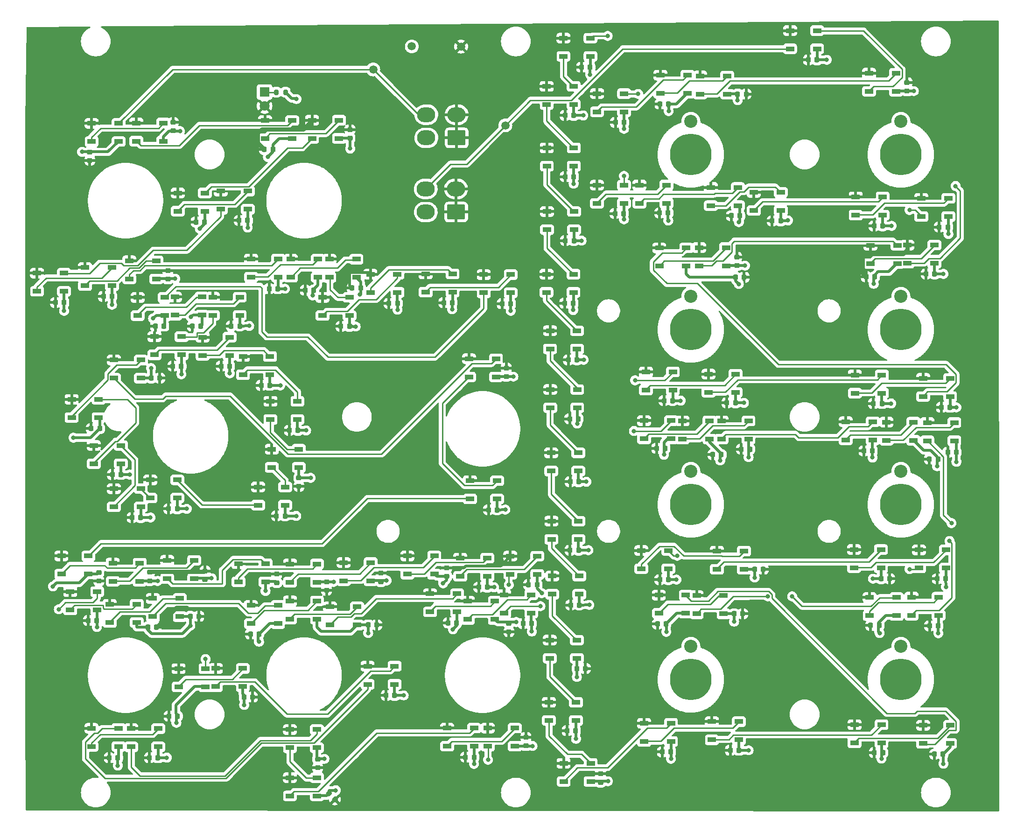
<source format=gbr>
%TF.GenerationSoftware,KiCad,Pcbnew,7.0.2*%
%TF.CreationDate,2023-05-01T02:39:06-08:00*%
%TF.ProjectId,COMM PANEL,434f4d4d-2050-4414-9e45-4c2e6b696361,4*%
%TF.SameCoordinates,Original*%
%TF.FileFunction,Copper,L1,Top*%
%TF.FilePolarity,Positive*%
%FSLAX46Y46*%
G04 Gerber Fmt 4.6, Leading zero omitted, Abs format (unit mm)*
G04 Created by KiCad (PCBNEW 7.0.2) date 2023-05-01 02:39:06*
%MOMM*%
%LPD*%
G01*
G04 APERTURE LIST*
G04 Aperture macros list*
%AMRoundRect*
0 Rectangle with rounded corners*
0 $1 Rounding radius*
0 $2 $3 $4 $5 $6 $7 $8 $9 X,Y pos of 4 corners*
0 Add a 4 corners polygon primitive as box body*
4,1,4,$2,$3,$4,$5,$6,$7,$8,$9,$2,$3,0*
0 Add four circle primitives for the rounded corners*
1,1,$1+$1,$2,$3*
1,1,$1+$1,$4,$5*
1,1,$1+$1,$6,$7*
1,1,$1+$1,$8,$9*
0 Add four rect primitives between the rounded corners*
20,1,$1+$1,$2,$3,$4,$5,0*
20,1,$1+$1,$4,$5,$6,$7,0*
20,1,$1+$1,$6,$7,$8,$9,0*
20,1,$1+$1,$8,$9,$2,$3,0*%
G04 Aperture macros list end*
%TA.AperFunction,SMDPad,CuDef*%
%ADD10R,1.500000X0.900000*%
%TD*%
%TA.AperFunction,SMDPad,CuDef*%
%ADD11RoundRect,0.225000X-0.225000X-0.250000X0.225000X-0.250000X0.225000X0.250000X-0.225000X0.250000X0*%
%TD*%
%TA.AperFunction,SMDPad,CuDef*%
%ADD12RoundRect,0.225000X-0.250000X0.225000X-0.250000X-0.225000X0.250000X-0.225000X0.250000X0.225000X0*%
%TD*%
%TA.AperFunction,SMDPad,CuDef*%
%ADD13RoundRect,0.225000X0.250000X-0.225000X0.250000X0.225000X-0.250000X0.225000X-0.250000X-0.225000X0*%
%TD*%
%TA.AperFunction,SMDPad,CuDef*%
%ADD14RoundRect,0.225000X0.225000X0.250000X-0.225000X0.250000X-0.225000X-0.250000X0.225000X-0.250000X0*%
%TD*%
%TA.AperFunction,SMDPad,CuDef*%
%ADD15RoundRect,0.225000X0.335876X0.017678X0.017678X0.335876X-0.335876X-0.017678X-0.017678X-0.335876X0*%
%TD*%
%TA.AperFunction,SMDPad,CuDef*%
%ADD16RoundRect,0.200000X0.200000X0.275000X-0.200000X0.275000X-0.200000X-0.275000X0.200000X-0.275000X0*%
%TD*%
%TA.AperFunction,WasherPad*%
%ADD17C,7.540752*%
%TD*%
%TA.AperFunction,WasherPad*%
%ADD18C,2.381250*%
%TD*%
%TA.AperFunction,ComponentPad*%
%ADD19C,1.500000*%
%TD*%
%TA.AperFunction,ComponentPad*%
%ADD20RoundRect,0.250001X1.399999X-1.099999X1.399999X1.099999X-1.399999X1.099999X-1.399999X-1.099999X0*%
%TD*%
%TA.AperFunction,ComponentPad*%
%ADD21O,3.300000X2.700000*%
%TD*%
%TA.AperFunction,ComponentPad*%
%ADD22R,1.800000X1.800000*%
%TD*%
%TA.AperFunction,ComponentPad*%
%ADD23C,1.800000*%
%TD*%
%TA.AperFunction,ViaPad*%
%ADD24C,0.800000*%
%TD*%
%TA.AperFunction,Conductor*%
%ADD25C,0.750000*%
%TD*%
%TA.AperFunction,Conductor*%
%ADD26C,0.500000*%
%TD*%
%TA.AperFunction,Conductor*%
%ADD27C,0.250000*%
%TD*%
G04 APERTURE END LIST*
D10*
%TO.P,D2,1,VDD*%
%TO.N,+5V*%
X76227600Y-35967600D03*
%TO.P,D2,2,DOUT*%
%TO.N,Net-(D2-DOUT)*%
X76227600Y-39267600D03*
%TO.P,D2,3,VSS*%
%TO.N,GND*%
X81127600Y-39267600D03*
%TO.P,D2,4,DIN*%
%TO.N,DATA IN*%
X81127600Y-35967600D03*
%TD*%
%TO.P,D3,1,VDD*%
%TO.N,+5V*%
X84328000Y-35916800D03*
%TO.P,D3,2,DOUT*%
%TO.N,Net-(D3-DOUT)*%
X84328000Y-39216800D03*
%TO.P,D3,3,VSS*%
%TO.N,GND*%
X89228000Y-39216800D03*
%TO.P,D3,4,DIN*%
%TO.N,Net-(D2-DOUT)*%
X89228000Y-35916800D03*
%TD*%
%TO.P,D4,1,VDD*%
%TO.N,+5V*%
X107696000Y-35459200D03*
%TO.P,D4,2,DOUT*%
%TO.N,Net-(D4-DOUT)*%
X107696000Y-38759200D03*
%TO.P,D4,3,VSS*%
%TO.N,GND*%
X112596000Y-38759200D03*
%TO.P,D4,4,DIN*%
%TO.N,Net-(D3-DOUT)*%
X112596000Y-35459200D03*
%TD*%
%TO.P,D5,1,VDD*%
%TO.N,+5V*%
X116207000Y-35408800D03*
%TO.P,D5,2,DOUT*%
%TO.N,Net-(D5-DOUT)*%
X116207000Y-38708800D03*
%TO.P,D5,3,VSS*%
%TO.N,GND*%
X121107000Y-38708800D03*
%TO.P,D5,4,DIN*%
%TO.N,Net-(D4-DOUT)*%
X121107000Y-35408800D03*
%TD*%
%TO.P,D6,1,VDD*%
%TO.N,+5V*%
X91874000Y-48616400D03*
%TO.P,D6,2,DOUT*%
%TO.N,Net-(D6-DOUT)*%
X91874000Y-51916400D03*
%TO.P,D6,3,VSS*%
%TO.N,GND*%
X96774000Y-51916400D03*
%TO.P,D6,4,DIN*%
%TO.N,Net-(D5-DOUT)*%
X96774000Y-48616400D03*
%TD*%
%TO.P,D7,1,VDD*%
%TO.N,+5V*%
X99646000Y-48260800D03*
%TO.P,D7,2,DOUT*%
%TO.N,Net-(D7-DOUT)*%
X99646000Y-51560800D03*
%TO.P,D7,3,VSS*%
%TO.N,GND*%
X104546000Y-51560800D03*
%TO.P,D7,4,DIN*%
%TO.N,Net-(D6-DOUT)*%
X104546000Y-48260800D03*
%TD*%
%TO.P,D8,1,VDD*%
%TO.N,+5V*%
X66321600Y-63145200D03*
%TO.P,D8,2,DOUT*%
%TO.N,Net-(D8-DOUT)*%
X66321600Y-66445200D03*
%TO.P,D8,3,VSS*%
%TO.N,GND*%
X71221600Y-66445200D03*
%TO.P,D8,4,DIN*%
%TO.N,Net-(D7-DOUT)*%
X71221600Y-63145200D03*
%TD*%
%TO.P,D9,1,VDD*%
%TO.N,+5V*%
X75031600Y-62129600D03*
%TO.P,D9,2,DOUT*%
%TO.N,Net-(D10-DIN)*%
X75031600Y-65429600D03*
%TO.P,D9,3,VSS*%
%TO.N,GND*%
X79931600Y-65429600D03*
%TO.P,D9,4,DIN*%
%TO.N,Net-(D8-DOUT)*%
X79931600Y-62129600D03*
%TD*%
%TO.P,D10,1,VDD*%
%TO.N,+5V*%
X83058000Y-60910000D03*
%TO.P,D10,2,DOUT*%
%TO.N,Net-(D10-DOUT)*%
X83058000Y-64210000D03*
%TO.P,D10,3,VSS*%
%TO.N,GND*%
X87958000Y-64210000D03*
%TO.P,D10,4,DIN*%
%TO.N,Net-(D10-DIN)*%
X87958000Y-60910000D03*
%TD*%
%TO.P,D11,1,VDD*%
%TO.N,+5V*%
X105144000Y-60580000D03*
%TO.P,D11,2,DOUT*%
%TO.N,Net-(D11-DOUT)*%
X105144000Y-63880000D03*
%TO.P,D11,3,VSS*%
%TO.N,GND*%
X110044000Y-63880000D03*
%TO.P,D11,4,DIN*%
%TO.N,Net-(D10-DOUT)*%
X110044000Y-60580000D03*
%TD*%
%TO.P,D12,1,VDD*%
%TO.N,+5V*%
X112370000Y-60605200D03*
%TO.P,D12,2,DOUT*%
%TO.N,Net-(D12-DOUT)*%
X112370000Y-63905200D03*
%TO.P,D12,3,VSS*%
%TO.N,GND*%
X117270000Y-63905200D03*
%TO.P,D12,4,DIN*%
%TO.N,Net-(D11-DOUT)*%
X117270000Y-60605200D03*
%TD*%
%TO.P,D13,1,VDD*%
%TO.N,+5V*%
X119350000Y-60620000D03*
%TO.P,D13,2,DOUT*%
%TO.N,Net-(D13-DOUT)*%
X119350000Y-63920000D03*
%TO.P,D13,3,VSS*%
%TO.N,GND*%
X124250000Y-63920000D03*
%TO.P,D13,4,DIN*%
%TO.N,Net-(D12-DOUT)*%
X124250000Y-60620000D03*
%TD*%
%TO.P,D15,1,VDD*%
%TO.N,+5V*%
X126797000Y-63348400D03*
%TO.P,D15,2,DOUT*%
%TO.N,Net-(D15-DOUT)*%
X126797000Y-66648400D03*
%TO.P,D15,3,VSS*%
%TO.N,GND*%
X131697000Y-66648400D03*
%TO.P,D15,4,DIN*%
%TO.N,Net-(D14-DOUT)*%
X131697000Y-63348400D03*
%TD*%
%TO.P,D16,1,VDD*%
%TO.N,+5V*%
X136804000Y-63297600D03*
%TO.P,D16,2,DOUT*%
%TO.N,Net-(D16-DOUT)*%
X136804000Y-66597600D03*
%TO.P,D16,3,VSS*%
%TO.N,GND*%
X141704000Y-66597600D03*
%TO.P,D16,4,DIN*%
%TO.N,Net-(D15-DOUT)*%
X141704000Y-63297600D03*
%TD*%
%TO.P,D17,1,VDD*%
%TO.N,+5V*%
X147359000Y-63424800D03*
%TO.P,D17,2,DOUT*%
%TO.N,Net-(D17-DOUT)*%
X147359000Y-66724800D03*
%TO.P,D17,3,VSS*%
%TO.N,GND*%
X152259000Y-66724800D03*
%TO.P,D17,4,DIN*%
%TO.N,Net-(D16-DOUT)*%
X152259000Y-63424800D03*
%TD*%
%TO.P,D18,1,VDD*%
%TO.N,+5V*%
X84558800Y-67564800D03*
%TO.P,D18,2,DOUT*%
%TO.N,Net-(D18-DOUT)*%
X84558800Y-70864800D03*
%TO.P,D18,3,VSS*%
%TO.N,GND*%
X89458800Y-70864800D03*
%TO.P,D18,4,DIN*%
%TO.N,Net-(D17-DOUT)*%
X89458800Y-67564800D03*
%TD*%
%TO.P,D20,1,VDD*%
%TO.N,+5V*%
X98196000Y-67514000D03*
%TO.P,D20,2,DOUT*%
%TO.N,Net-(D20-DOUT)*%
X98196000Y-70814000D03*
%TO.P,D20,3,VSS*%
%TO.N,GND*%
X103096000Y-70814000D03*
%TO.P,D20,4,DIN*%
%TO.N,Net-(D19-DOUT)*%
X103096000Y-67514000D03*
%TD*%
%TO.P,D21,1,VDD*%
%TO.N,+5V*%
X87630000Y-74676800D03*
%TO.P,D21,2,DOUT*%
%TO.N,Net-(D21-DOUT)*%
X87630000Y-77976800D03*
%TO.P,D21,3,VSS*%
%TO.N,GND*%
X92530000Y-77976800D03*
%TO.P,D21,4,DIN*%
%TO.N,Net-(D20-DOUT)*%
X92530000Y-74676800D03*
%TD*%
%TO.P,D22,1,VDD*%
%TO.N,+5V*%
X96367600Y-74778800D03*
%TO.P,D22,2,DOUT*%
%TO.N,/DATA1*%
X96367600Y-78078800D03*
%TO.P,D22,3,VSS*%
%TO.N,GND*%
X101267600Y-78078800D03*
%TO.P,D22,4,DIN*%
%TO.N,Net-(D21-DOUT)*%
X101267600Y-74778800D03*
%TD*%
%TO.P,D23,1,VDD*%
%TO.N,+5V*%
X103683000Y-78283600D03*
%TO.P,D23,2,DOUT*%
%TO.N,Net-(D23-DOUT)*%
X103683000Y-81583600D03*
%TO.P,D23,3,VSS*%
%TO.N,GND*%
X108583000Y-81583600D03*
%TO.P,D23,4,DIN*%
%TO.N,/DATA1*%
X108583000Y-78283600D03*
%TD*%
%TO.P,D24,1,VDD*%
%TO.N,+5V*%
X108661000Y-86411600D03*
%TO.P,D24,2,DOUT*%
%TO.N,Net-(D24-DOUT)*%
X108661000Y-89711600D03*
%TO.P,D24,3,VSS*%
%TO.N,GND*%
X113561000Y-89711600D03*
%TO.P,D24,4,DIN*%
%TO.N,Net-(D23-DOUT)*%
X113561000Y-86411600D03*
%TD*%
%TO.P,D25,1,VDD*%
%TO.N,+5V*%
X108915000Y-95098400D03*
%TO.P,D25,2,DOUT*%
%TO.N,Net-(D25-DOUT)*%
X108915000Y-98398400D03*
%TO.P,D25,3,VSS*%
%TO.N,GND*%
X113815000Y-98398400D03*
%TO.P,D25,4,DIN*%
%TO.N,Net-(D24-DOUT)*%
X113815000Y-95098400D03*
%TD*%
%TO.P,D26,1,VDD*%
%TO.N,+5V*%
X106426000Y-101956000D03*
%TO.P,D26,2,DOUT*%
%TO.N,Net-(D26-DOUT)*%
X106426000Y-105256000D03*
%TO.P,D26,3,VSS*%
%TO.N,GND*%
X111326000Y-105256000D03*
%TO.P,D26,4,DIN*%
%TO.N,Net-(D25-DOUT)*%
X111326000Y-101956000D03*
%TD*%
%TO.P,D27,1,VDD*%
%TO.N,+5V*%
X86856400Y-100661000D03*
%TO.P,D27,2,DOUT*%
%TO.N,Net-(D27-DOUT)*%
X86856400Y-103961000D03*
%TO.P,D27,3,VSS*%
%TO.N,GND*%
X91756400Y-103961000D03*
%TO.P,D27,4,DIN*%
%TO.N,Net-(D26-DOUT)*%
X91756400Y-100661000D03*
%TD*%
%TO.P,D28,1,VDD*%
%TO.N,+5V*%
X80240800Y-102261000D03*
%TO.P,D28,2,DOUT*%
%TO.N,Net-(D28-DOUT)*%
X80240800Y-105561000D03*
%TO.P,D28,3,VSS*%
%TO.N,GND*%
X85140800Y-105561000D03*
%TO.P,D28,4,DIN*%
%TO.N,Net-(D27-DOUT)*%
X85140800Y-102261000D03*
%TD*%
%TO.P,D29,1,VDD*%
%TO.N,+5V*%
X76634000Y-94438400D03*
%TO.P,D29,2,DOUT*%
%TO.N,Net-(D29-DOUT)*%
X76634000Y-97738400D03*
%TO.P,D29,3,VSS*%
%TO.N,GND*%
X81534000Y-97738400D03*
%TO.P,D29,4,DIN*%
%TO.N,Net-(D28-DOUT)*%
X81534000Y-94438400D03*
%TD*%
%TO.P,D30,1,VDD*%
%TO.N,+5V*%
X72600000Y-86060000D03*
%TO.P,D30,2,DOUT*%
%TO.N,Net-(D30-DOUT)*%
X72600000Y-89360000D03*
%TO.P,D30,3,VSS*%
%TO.N,GND*%
X77500000Y-89360000D03*
%TO.P,D30,4,DIN*%
%TO.N,Net-(D29-DOUT)*%
X77500000Y-86060000D03*
%TD*%
%TO.P,D31,1,VDD*%
%TO.N,+5V*%
X80252400Y-78918800D03*
%TO.P,D31,2,DOUT*%
%TO.N,Net-(D31-DOUT)*%
X80252400Y-82218800D03*
%TO.P,D31,3,VSS*%
%TO.N,GND*%
X85152400Y-82218800D03*
%TO.P,D31,4,DIN*%
%TO.N,Net-(D30-DOUT)*%
X85152400Y-78918800D03*
%TD*%
%TO.P,D32,1,VDD*%
%TO.N,+5V*%
X144678000Y-78690000D03*
%TO.P,D32,2,DOUT*%
%TO.N,Net-(D32-DOUT)*%
X144678000Y-81990000D03*
%TO.P,D32,3,VSS*%
%TO.N,GND*%
X149578000Y-81990000D03*
%TO.P,D32,4,DIN*%
%TO.N,Net-(D31-DOUT)*%
X149578000Y-78690000D03*
%TD*%
%TO.P,D33,1,VDD*%
%TO.N,+5V*%
X144870000Y-100814000D03*
%TO.P,D33,2,DOUT*%
%TO.N,Net-(D33-DOUT)*%
X144870000Y-104114000D03*
%TO.P,D33,3,VSS*%
%TO.N,GND*%
X149770000Y-104114000D03*
%TO.P,D33,4,DIN*%
%TO.N,Net-(D32-DOUT)*%
X149770000Y-100814000D03*
%TD*%
%TO.P,D34,1,VDD*%
%TO.N,+5V*%
X70741200Y-114453000D03*
%TO.P,D34,2,DOUT*%
%TO.N,Net-(D34-DOUT)*%
X70741200Y-117753000D03*
%TO.P,D34,3,VSS*%
%TO.N,GND*%
X75641200Y-117753000D03*
%TO.P,D34,4,DIN*%
%TO.N,Net-(D33-DOUT)*%
X75641200Y-114453000D03*
%TD*%
%TO.P,D35,1,VDD*%
%TO.N,+5V*%
X80060800Y-115774000D03*
%TO.P,D35,2,DOUT*%
%TO.N,Net-(D35-DOUT)*%
X80060800Y-119074000D03*
%TO.P,D35,3,VSS*%
%TO.N,GND*%
X84960800Y-119074000D03*
%TO.P,D35,4,DIN*%
%TO.N,Net-(D34-DOUT)*%
X84960800Y-115774000D03*
%TD*%
%TO.P,D36,1,VDD*%
%TO.N,+5V*%
X89943600Y-115266000D03*
%TO.P,D36,2,DOUT*%
%TO.N,Net-(D36-DOUT)*%
X89943600Y-118566000D03*
%TO.P,D36,3,VSS*%
%TO.N,GND*%
X94843600Y-118566000D03*
%TO.P,D36,4,DIN*%
%TO.N,Net-(D35-DOUT)*%
X94843600Y-115266000D03*
%TD*%
%TO.P,D38,1,VDD*%
%TO.N,+5V*%
X112217000Y-115926000D03*
%TO.P,D38,2,DOUT*%
%TO.N,Net-(D38-DOUT)*%
X112217000Y-119226000D03*
%TO.P,D38,3,VSS*%
%TO.N,GND*%
X117117000Y-119226000D03*
%TO.P,D38,4,DIN*%
%TO.N,Net-(D37-DOUT)*%
X117117000Y-115926000D03*
%TD*%
%TO.P,D39,1,VDD*%
%TO.N,+5V*%
X121948000Y-115672000D03*
%TO.P,D39,2,DOUT*%
%TO.N,Net-(D39-DOUT)*%
X121948000Y-118972000D03*
%TO.P,D39,3,VSS*%
%TO.N,GND*%
X126848000Y-118972000D03*
%TO.P,D39,4,DIN*%
%TO.N,Net-(D38-DOUT)*%
X126848000Y-115672000D03*
%TD*%
%TO.P,D40,1,VDD*%
%TO.N,+5V*%
X133491000Y-114479000D03*
%TO.P,D40,2,DOUT*%
%TO.N,Net-(D40-DOUT)*%
X133491000Y-117779000D03*
%TO.P,D40,3,VSS*%
%TO.N,GND*%
X138391000Y-117779000D03*
%TO.P,D40,4,DIN*%
%TO.N,Net-(D39-DOUT)*%
X138391000Y-114479000D03*
%TD*%
%TO.P,D41,1,VDD*%
%TO.N,+5V*%
X143080000Y-114860000D03*
%TO.P,D41,2,DOUT*%
%TO.N,/DATA2*%
X143080000Y-118160000D03*
%TO.P,D41,3,VSS*%
%TO.N,GND*%
X147980000Y-118160000D03*
%TO.P,D41,4,DIN*%
%TO.N,Net-(D40-DOUT)*%
X147980000Y-114860000D03*
%TD*%
%TO.P,D42,1,VDD*%
%TO.N,+5V*%
X152174000Y-114504000D03*
%TO.P,D42,2,DOUT*%
%TO.N,Net-(D42-DOUT)*%
X152174000Y-117804000D03*
%TO.P,D42,3,VSS*%
%TO.N,GND*%
X157074000Y-117804000D03*
%TO.P,D42,4,DIN*%
%TO.N,/DATA2*%
X157074000Y-114504000D03*
%TD*%
%TO.P,D43,1,VDD*%
%TO.N,+5V*%
X72339200Y-120956000D03*
%TO.P,D43,2,DOUT*%
%TO.N,Net-(D43-DOUT)*%
X72339200Y-124256000D03*
%TO.P,D43,3,VSS*%
%TO.N,GND*%
X77239200Y-124256000D03*
%TO.P,D43,4,DIN*%
%TO.N,Net-(D42-DOUT)*%
X77239200Y-120956000D03*
%TD*%
%TO.P,D44,1,VDD*%
%TO.N,+5V*%
X79502000Y-123242000D03*
%TO.P,D44,2,DOUT*%
%TO.N,Net-(D44-DOUT)*%
X79502000Y-126542000D03*
%TO.P,D44,3,VSS*%
%TO.N,GND*%
X84402000Y-126542000D03*
%TO.P,D44,4,DIN*%
%TO.N,Net-(D43-DOUT)*%
X84402000Y-123242000D03*
%TD*%
%TO.P,D47,1,VDD*%
%TO.N,+5V*%
X112217000Y-122632000D03*
%TO.P,D47,2,DOUT*%
%TO.N,Net-(D47-DOUT)*%
X112217000Y-125932000D03*
%TO.P,D47,3,VSS*%
%TO.N,GND*%
X117117000Y-125932000D03*
%TO.P,D47,4,DIN*%
%TO.N,Net-(D46-DOUT)*%
X117117000Y-122632000D03*
%TD*%
%TO.P,D48,1,VDD*%
%TO.N,+5V*%
X119482000Y-123699000D03*
%TO.P,D48,2,DOUT*%
%TO.N,Net-(D48-DOUT)*%
X119482000Y-126999000D03*
%TO.P,D48,3,VSS*%
%TO.N,GND*%
X124382000Y-126999000D03*
%TO.P,D48,4,DIN*%
%TO.N,Net-(D47-DOUT)*%
X124382000Y-123699000D03*
%TD*%
%TO.P,D49,1,VDD*%
%TO.N,+5V*%
X137617000Y-121311000D03*
%TO.P,D49,2,DOUT*%
%TO.N,Net-(D49-DOUT)*%
X137617000Y-124611000D03*
%TO.P,D49,3,VSS*%
%TO.N,GND*%
X142517000Y-124611000D03*
%TO.P,D49,4,DIN*%
%TO.N,Net-(D48-DOUT)*%
X142517000Y-121311000D03*
%TD*%
%TO.P,D50,1,VDD*%
%TO.N,+5V*%
X144475000Y-122683000D03*
%TO.P,D50,2,DOUT*%
%TO.N,Net-(D50-DOUT)*%
X144475000Y-125983000D03*
%TO.P,D50,3,VSS*%
%TO.N,GND*%
X149375000Y-125983000D03*
%TO.P,D50,4,DIN*%
%TO.N,Net-(D49-DOUT)*%
X149375000Y-122683000D03*
%TD*%
%TO.P,D51,1,VDD*%
%TO.N,+5V*%
X151079000Y-121514000D03*
%TO.P,D51,2,DOUT*%
%TO.N,Net-(D51-DOUT)*%
X151079000Y-124814000D03*
%TO.P,D51,3,VSS*%
%TO.N,GND*%
X155979000Y-124814000D03*
%TO.P,D51,4,DIN*%
%TO.N,Net-(D50-DOUT)*%
X155979000Y-121514000D03*
%TD*%
%TO.P,D52,1,VDD*%
%TO.N,+5V*%
X91998800Y-134926000D03*
%TO.P,D52,2,DOUT*%
%TO.N,Net-(D52-DOUT)*%
X91998800Y-138226000D03*
%TO.P,D52,3,VSS*%
%TO.N,GND*%
X96898800Y-138226000D03*
%TO.P,D52,4,DIN*%
%TO.N,Net-(D51-DOUT)*%
X96898800Y-134926000D03*
%TD*%
%TO.P,D54,1,VDD*%
%TO.N,+5V*%
X126289000Y-134468000D03*
%TO.P,D54,2,DOUT*%
%TO.N,Net-(D54-DOUT)*%
X126289000Y-137768000D03*
%TO.P,D54,3,VSS*%
%TO.N,GND*%
X131189000Y-137768000D03*
%TO.P,D54,4,DIN*%
%TO.N,Net-(D53-DOUT)*%
X131189000Y-134468000D03*
%TD*%
%TO.P,D55,1,VDD*%
%TO.N,+5V*%
X76200000Y-145746000D03*
%TO.P,D55,2,DOUT*%
%TO.N,Net-(D55-DOUT)*%
X76200000Y-149046000D03*
%TO.P,D55,3,VSS*%
%TO.N,GND*%
X81100000Y-149046000D03*
%TO.P,D55,4,DIN*%
%TO.N,Net-(D54-DOUT)*%
X81100000Y-145746000D03*
%TD*%
%TO.P,D56,1,VDD*%
%TO.N,+5V*%
X83413600Y-145797000D03*
%TO.P,D56,2,DOUT*%
%TO.N,Net-(D56-DOUT)*%
X83413600Y-149097000D03*
%TO.P,D56,3,VSS*%
%TO.N,GND*%
X88313600Y-149097000D03*
%TO.P,D56,4,DIN*%
%TO.N,Net-(D55-DOUT)*%
X88313600Y-145797000D03*
%TD*%
%TO.P,D57,1,VDD*%
%TO.N,+5V*%
X112206000Y-145975000D03*
%TO.P,D57,2,DOUT*%
%TO.N,Net-(D57-DOUT)*%
X112206000Y-149275000D03*
%TO.P,D57,3,VSS*%
%TO.N,GND*%
X117106000Y-149275000D03*
%TO.P,D57,4,DIN*%
%TO.N,Net-(D56-DOUT)*%
X117106000Y-145975000D03*
%TD*%
%TO.P,D58,1,VDD*%
%TO.N,+5V*%
X112206000Y-154712000D03*
%TO.P,D58,2,DOUT*%
%TO.N,Net-(D58-DOUT)*%
X112206000Y-158012000D03*
%TO.P,D58,3,VSS*%
%TO.N,GND*%
X117106000Y-158012000D03*
%TO.P,D58,4,DIN*%
%TO.N,Net-(D57-DOUT)*%
X117106000Y-154712000D03*
%TD*%
%TO.P,D59,1,VDD*%
%TO.N,+5V*%
X140716000Y-145695000D03*
%TO.P,D59,2,DOUT*%
%TO.N,Net-(D59-DOUT)*%
X140716000Y-148995000D03*
%TO.P,D59,3,VSS*%
%TO.N,GND*%
X145616000Y-148995000D03*
%TO.P,D59,4,DIN*%
%TO.N,Net-(D58-DOUT)*%
X145616000Y-145695000D03*
%TD*%
%TO.P,D60,1,VDD*%
%TO.N,+5V*%
X148082000Y-145695000D03*
%TO.P,D60,2,DOUT*%
%TO.N,/DATA3*%
X148082000Y-148995000D03*
%TO.P,D60,3,VSS*%
%TO.N,GND*%
X152982000Y-148995000D03*
%TO.P,D60,4,DIN*%
%TO.N,Net-(D59-DOUT)*%
X152982000Y-145695000D03*
%TD*%
%TO.P,D61,1,VDD*%
%TO.N,+5V*%
X161826000Y-20524000D03*
%TO.P,D61,2,DOUT*%
%TO.N,Net-(D61-DOUT)*%
X161826000Y-23824000D03*
%TO.P,D61,3,VSS*%
%TO.N,GND*%
X166726000Y-23824000D03*
%TO.P,D61,4,DIN*%
%TO.N,/DATA3*%
X166726000Y-20524000D03*
%TD*%
%TO.P,D62,1,VDD*%
%TO.N,+5V*%
X158778000Y-29261600D03*
%TO.P,D62,2,DOUT*%
%TO.N,Net-(D62-DOUT)*%
X158778000Y-32561600D03*
%TO.P,D62,3,VSS*%
%TO.N,GND*%
X163678000Y-32561600D03*
%TO.P,D62,4,DIN*%
%TO.N,Net-(D61-DOUT)*%
X163678000Y-29261600D03*
%TD*%
%TO.P,D63,1,VDD*%
%TO.N,+5V*%
X158801000Y-40437600D03*
%TO.P,D63,2,DOUT*%
%TO.N,Net-(D63-DOUT)*%
X158801000Y-43737600D03*
%TO.P,D63,3,VSS*%
%TO.N,GND*%
X163701000Y-43737600D03*
%TO.P,D63,4,DIN*%
%TO.N,Net-(D62-DOUT)*%
X163701000Y-40437600D03*
%TD*%
%TO.P,D64,1,VDD*%
%TO.N,+5V*%
X158828000Y-51969200D03*
%TO.P,D64,2,DOUT*%
%TO.N,Net-(D64-DOUT)*%
X158828000Y-55269200D03*
%TO.P,D64,3,VSS*%
%TO.N,GND*%
X163728000Y-55269200D03*
%TO.P,D64,4,DIN*%
%TO.N,Net-(D63-DOUT)*%
X163728000Y-51969200D03*
%TD*%
%TO.P,D65,1,VDD*%
%TO.N,+5V*%
X158727000Y-63348400D03*
%TO.P,D65,2,DOUT*%
%TO.N,Net-(D65-DOUT)*%
X158727000Y-66648400D03*
%TO.P,D65,3,VSS*%
%TO.N,GND*%
X163627000Y-66648400D03*
%TO.P,D65,4,DIN*%
%TO.N,Net-(D64-DOUT)*%
X163627000Y-63348400D03*
%TD*%
%TO.P,D66,1,VDD*%
%TO.N,+5V*%
X159387000Y-73610000D03*
%TO.P,D66,2,DOUT*%
%TO.N,Net-(D66-DOUT)*%
X159387000Y-76910000D03*
%TO.P,D66,3,VSS*%
%TO.N,GND*%
X164287000Y-76910000D03*
%TO.P,D66,4,DIN*%
%TO.N,Net-(D65-DOUT)*%
X164287000Y-73610000D03*
%TD*%
%TO.P,D67,1,VDD*%
%TO.N,+5V*%
X159410000Y-84278400D03*
%TO.P,D67,2,DOUT*%
%TO.N,Net-(D67-DOUT)*%
X159410000Y-87578400D03*
%TO.P,D67,3,VSS*%
%TO.N,GND*%
X164310000Y-87578400D03*
%TO.P,D67,4,DIN*%
%TO.N,Net-(D66-DOUT)*%
X164310000Y-84278400D03*
%TD*%
%TO.P,D69,1,VDD*%
%TO.N,+5V*%
X159641000Y-108154000D03*
%TO.P,D69,2,DOUT*%
%TO.N,Net-(D69-DOUT)*%
X159641000Y-111454000D03*
%TO.P,D69,3,VSS*%
%TO.N,GND*%
X164541000Y-111454000D03*
%TO.P,D69,4,DIN*%
%TO.N,Net-(D68-DOUT)*%
X164541000Y-108154000D03*
%TD*%
%TO.P,D70,1,VDD*%
%TO.N,+5V*%
X159794000Y-118111000D03*
%TO.P,D70,2,DOUT*%
%TO.N,Net-(D70-DOUT)*%
X159794000Y-121411000D03*
%TO.P,D70,3,VSS*%
%TO.N,GND*%
X164694000Y-121411000D03*
%TO.P,D70,4,DIN*%
%TO.N,Net-(D69-DOUT)*%
X164694000Y-118111000D03*
%TD*%
%TO.P,D71,1,VDD*%
%TO.N,+5V*%
X159336000Y-129744000D03*
%TO.P,D71,2,DOUT*%
%TO.N,Net-(D71-DOUT)*%
X159336000Y-133044000D03*
%TO.P,D71,3,VSS*%
%TO.N,GND*%
X164236000Y-133044000D03*
%TO.P,D71,4,DIN*%
%TO.N,Net-(D70-DOUT)*%
X164236000Y-129744000D03*
%TD*%
%TO.P,D72,1,VDD*%
%TO.N,+5V*%
X159184000Y-141022000D03*
%TO.P,D72,2,DOUT*%
%TO.N,Net-(D72-DOUT)*%
X159184000Y-144322000D03*
%TO.P,D72,3,VSS*%
%TO.N,GND*%
X164084000Y-144322000D03*
%TO.P,D72,4,DIN*%
%TO.N,Net-(D71-DOUT)*%
X164084000Y-141022000D03*
%TD*%
%TO.P,D74,1,VDD*%
%TO.N,+5V*%
X176428000Y-144832000D03*
%TO.P,D74,2,DOUT*%
%TO.N,Net-(D74-DOUT)*%
X176428000Y-148132000D03*
%TO.P,D74,3,VSS*%
%TO.N,GND*%
X181328000Y-148132000D03*
%TO.P,D74,4,DIN*%
%TO.N,Net-(D73-DOUT)*%
X181328000Y-144832000D03*
%TD*%
%TO.P,D75,1,VDD*%
%TO.N,+5V*%
X188750000Y-144527000D03*
%TO.P,D75,2,DOUT*%
%TO.N,Net-(D75-DOUT)*%
X188750000Y-147827000D03*
%TO.P,D75,3,VSS*%
%TO.N,GND*%
X193650000Y-147827000D03*
%TO.P,D75,4,DIN*%
%TO.N,Net-(D74-DOUT)*%
X193650000Y-144527000D03*
%TD*%
%TO.P,D76,1,VDD*%
%TO.N,+5V*%
X214607000Y-145086000D03*
%TO.P,D76,2,DOUT*%
%TO.N,Net-(D76-DOUT)*%
X214607000Y-148386000D03*
%TO.P,D76,3,VSS*%
%TO.N,GND*%
X219507000Y-148386000D03*
%TO.P,D76,4,DIN*%
%TO.N,Net-(D75-DOUT)*%
X219507000Y-145086000D03*
%TD*%
%TO.P,D77,1,VDD*%
%TO.N,+5V*%
X227053000Y-145187000D03*
%TO.P,D77,2,DOUT*%
%TO.N,Net-(D77-DOUT)*%
X227053000Y-148487000D03*
%TO.P,D77,3,VSS*%
%TO.N,GND*%
X231953000Y-148487000D03*
%TO.P,D77,4,DIN*%
%TO.N,Net-(D76-DOUT)*%
X231953000Y-145187000D03*
%TD*%
%TO.P,D78,1,VDD*%
%TO.N,+5V*%
X179121000Y-121566000D03*
%TO.P,D78,2,DOUT*%
%TO.N,Net-(D78-DOUT)*%
X179121000Y-124866000D03*
%TO.P,D78,3,VSS*%
%TO.N,GND*%
X184021000Y-124866000D03*
%TO.P,D78,4,DIN*%
%TO.N,Net-(D77-DOUT)*%
X184021000Y-121566000D03*
%TD*%
%TO.P,D79,1,VDD*%
%TO.N,+5V*%
X185979000Y-121667000D03*
%TO.P,D79,2,DOUT*%
%TO.N,Net-(D79-DOUT)*%
X185979000Y-124967000D03*
%TO.P,D79,3,VSS*%
%TO.N,GND*%
X190879000Y-124967000D03*
%TO.P,D79,4,DIN*%
%TO.N,Net-(D78-DOUT)*%
X190879000Y-121667000D03*
%TD*%
%TO.P,D80,1,VDD*%
%TO.N,+5V*%
X217362000Y-121997000D03*
%TO.P,D80,2,DOUT*%
%TO.N,/DATA4*%
X217362000Y-125297000D03*
%TO.P,D80,3,VSS*%
%TO.N,GND*%
X222262000Y-125297000D03*
%TO.P,D80,4,DIN*%
%TO.N,Net-(D79-DOUT)*%
X222262000Y-121997000D03*
%TD*%
%TO.P,D81,1,VDD*%
%TO.N,+5V*%
X224982000Y-121946000D03*
%TO.P,D81,2,DOUT*%
%TO.N,Net-(D81-DOUT)*%
X224982000Y-125246000D03*
%TO.P,D81,3,VSS*%
%TO.N,GND*%
X229882000Y-125246000D03*
%TO.P,D81,4,DIN*%
%TO.N,/DATA4*%
X229882000Y-121946000D03*
%TD*%
%TO.P,D82,1,VDD*%
%TO.N,+5V*%
X175948000Y-113488000D03*
%TO.P,D82,2,DOUT*%
%TO.N,Net-(D82-DOUT)*%
X175948000Y-116788000D03*
%TO.P,D82,3,VSS*%
%TO.N,GND*%
X180848000Y-116788000D03*
%TO.P,D82,4,DIN*%
%TO.N,Net-(D81-DOUT)*%
X180848000Y-113488000D03*
%TD*%
%TO.P,D83,1,VDD*%
%TO.N,+5V*%
X189664000Y-113590000D03*
%TO.P,D83,2,DOUT*%
%TO.N,Net-(D83-DOUT)*%
X189664000Y-116890000D03*
%TO.P,D83,3,VSS*%
%TO.N,GND*%
X194564000Y-116890000D03*
%TO.P,D83,4,DIN*%
%TO.N,Net-(D82-DOUT)*%
X194564000Y-113590000D03*
%TD*%
%TO.P,D84,1,VDD*%
%TO.N,+5V*%
X214517000Y-113310000D03*
%TO.P,D84,2,DOUT*%
%TO.N,Net-(D84-DOUT)*%
X214517000Y-116610000D03*
%TO.P,D84,3,VSS*%
%TO.N,GND*%
X219417000Y-116610000D03*
%TO.P,D84,4,DIN*%
%TO.N,Net-(D83-DOUT)*%
X219417000Y-113310000D03*
%TD*%
%TO.P,D85,1,VDD*%
%TO.N,+5V*%
X226302000Y-113361000D03*
%TO.P,D85,2,DOUT*%
%TO.N,Net-(D85-DOUT)*%
X226302000Y-116661000D03*
%TO.P,D85,3,VSS*%
%TO.N,GND*%
X231202000Y-116661000D03*
%TO.P,D85,4,DIN*%
%TO.N,Net-(D84-DOUT)*%
X231202000Y-113361000D03*
%TD*%
%TO.P,D86,1,VDD*%
%TO.N,+5V*%
X176456000Y-89916800D03*
%TO.P,D86,2,DOUT*%
%TO.N,Net-(D86-DOUT)*%
X176456000Y-93216800D03*
%TO.P,D86,3,VSS*%
%TO.N,GND*%
X181356000Y-93216800D03*
%TO.P,D86,4,DIN*%
%TO.N,Net-(D85-DOUT)*%
X181356000Y-89916800D03*
%TD*%
%TO.P,D87,1,VDD*%
%TO.N,+5V*%
X183416000Y-89968000D03*
%TO.P,D87,2,DOUT*%
%TO.N,Net-(D87-DOUT)*%
X183416000Y-93268000D03*
%TO.P,D87,3,VSS*%
%TO.N,GND*%
X188316000Y-93268000D03*
%TO.P,D87,4,DIN*%
%TO.N,Net-(D86-DOUT)*%
X188316000Y-89968000D03*
%TD*%
%TO.P,D88,1,VDD*%
%TO.N,+5V*%
X190477000Y-89967600D03*
%TO.P,D88,2,DOUT*%
%TO.N,Net-(D88-DOUT)*%
X190477000Y-93267600D03*
%TO.P,D88,3,VSS*%
%TO.N,GND*%
X195377000Y-93267600D03*
%TO.P,D88,4,DIN*%
%TO.N,Net-(D87-DOUT)*%
X195377000Y-89967600D03*
%TD*%
%TO.P,D89,1,VDD*%
%TO.N,+5V*%
X213032000Y-90120400D03*
%TO.P,D89,2,DOUT*%
%TO.N,Net-(D89-DOUT)*%
X213032000Y-93420400D03*
%TO.P,D89,3,VSS*%
%TO.N,GND*%
X217932000Y-93420400D03*
%TO.P,D89,4,DIN*%
%TO.N,Net-(D88-DOUT)*%
X217932000Y-90120400D03*
%TD*%
%TO.P,D91,1,VDD*%
%TO.N,+5V*%
X227815000Y-90272400D03*
%TO.P,D91,2,DOUT*%
%TO.N,Net-(D91-DOUT)*%
X227815000Y-93572400D03*
%TO.P,D91,3,VSS*%
%TO.N,GND*%
X232715000Y-93572400D03*
%TO.P,D91,4,DIN*%
%TO.N,Net-(D90-DOUT)*%
X232715000Y-90272400D03*
%TD*%
%TO.P,D92,1,VDD*%
%TO.N,+5V*%
X176761000Y-81078000D03*
%TO.P,D92,2,DOUT*%
%TO.N,Net-(D92-DOUT)*%
X176761000Y-84378000D03*
%TO.P,D92,3,VSS*%
%TO.N,GND*%
X181661000Y-84378000D03*
%TO.P,D92,4,DIN*%
%TO.N,Net-(D91-DOUT)*%
X181661000Y-81078000D03*
%TD*%
%TO.P,D93,1,VDD*%
%TO.N,+5V*%
X188140000Y-81484400D03*
%TO.P,D93,2,DOUT*%
%TO.N,Net-(D93-DOUT)*%
X188140000Y-84784400D03*
%TO.P,D93,3,VSS*%
%TO.N,GND*%
X193040000Y-84784400D03*
%TO.P,D93,4,DIN*%
%TO.N,Net-(D92-DOUT)*%
X193040000Y-81484400D03*
%TD*%
%TO.P,D94,1,VDD*%
%TO.N,+5V*%
X214681000Y-81636800D03*
%TO.P,D94,2,DOUT*%
%TO.N,Net-(D94-DOUT)*%
X214681000Y-84936800D03*
%TO.P,D94,3,VSS*%
%TO.N,GND*%
X219581000Y-84936800D03*
%TO.P,D94,4,DIN*%
%TO.N,Net-(D93-DOUT)*%
X219581000Y-81636800D03*
%TD*%
%TO.P,D95,1,VDD*%
%TO.N,+5V*%
X227053000Y-82246400D03*
%TO.P,D95,2,DOUT*%
%TO.N,Net-(D95-DOUT)*%
X227053000Y-85546400D03*
%TO.P,D95,3,VSS*%
%TO.N,GND*%
X231953000Y-85546400D03*
%TO.P,D95,4,DIN*%
%TO.N,Net-(D94-DOUT)*%
X231953000Y-82246400D03*
%TD*%
%TO.P,D96,1,VDD*%
%TO.N,+5V*%
X179199000Y-58573600D03*
%TO.P,D96,2,DOUT*%
%TO.N,Net-(D96-DOUT)*%
X179199000Y-61873600D03*
%TO.P,D96,3,VSS*%
%TO.N,GND*%
X184099000Y-61873600D03*
%TO.P,D96,4,DIN*%
%TO.N,Net-(D95-DOUT)*%
X184099000Y-58573600D03*
%TD*%
%TO.P,D97,1,VDD*%
%TO.N,+5V*%
X186413000Y-58522800D03*
%TO.P,D97,2,DOUT*%
%TO.N,Net-(D97-DOUT)*%
X186413000Y-61822800D03*
%TO.P,D97,3,VSS*%
%TO.N,GND*%
X191313000Y-61822800D03*
%TO.P,D97,4,DIN*%
%TO.N,Net-(D96-DOUT)*%
X191313000Y-58522800D03*
%TD*%
%TO.P,D99,1,VDD*%
%TO.N,+5V*%
X224208000Y-58065200D03*
%TO.P,D99,2,DOUT*%
%TO.N,/DATA5*%
X224208000Y-61365200D03*
%TO.P,D99,3,VSS*%
%TO.N,GND*%
X229108000Y-61365200D03*
%TO.P,D99,4,DIN*%
%TO.N,Net-(D98-DOUT)*%
X229108000Y-58065200D03*
%TD*%
%TO.P,D100,1,VDD*%
%TO.N,+5V*%
X167894000Y-47194000D03*
%TO.P,D100,2,DOUT*%
%TO.N,Net-(D100-DOUT)*%
X167894000Y-50494000D03*
%TO.P,D100,3,VSS*%
%TO.N,GND*%
X172794000Y-50494000D03*
%TO.P,D100,4,DIN*%
%TO.N,/DATA5*%
X172794000Y-47194000D03*
%TD*%
%TO.P,D101,1,VDD*%
%TO.N,+5V*%
X175610000Y-47180000D03*
%TO.P,D101,2,DOUT*%
%TO.N,Net-(D101-DOUT)*%
X175610000Y-50480000D03*
%TO.P,D101,3,VSS*%
%TO.N,GND*%
X180510000Y-50480000D03*
%TO.P,D101,4,DIN*%
%TO.N,Net-(D100-DOUT)*%
X180510000Y-47180000D03*
%TD*%
%TO.P,D102,1,VDD*%
%TO.N,+5V*%
X188560000Y-47610000D03*
%TO.P,D102,2,DOUT*%
%TO.N,Net-(D102-DOUT)*%
X188560000Y-50910000D03*
%TO.P,D102,3,VSS*%
%TO.N,GND*%
X193460000Y-50910000D03*
%TO.P,D102,4,DIN*%
%TO.N,Net-(D101-DOUT)*%
X193460000Y-47610000D03*
%TD*%
%TO.P,D103,1,VDD*%
%TO.N,+5V*%
X196340000Y-48500000D03*
%TO.P,D103,2,DOUT*%
%TO.N,Net-(D103-DOUT)*%
X196340000Y-51800000D03*
%TO.P,D103,3,VSS*%
%TO.N,GND*%
X201240000Y-51800000D03*
%TO.P,D103,4,DIN*%
%TO.N,Net-(D102-DOUT)*%
X201240000Y-48500000D03*
%TD*%
%TO.P,D104,1,VDD*%
%TO.N,+5V*%
X214833000Y-49327600D03*
%TO.P,D104,2,DOUT*%
%TO.N,Net-(D104-DOUT)*%
X214833000Y-52627600D03*
%TO.P,D104,3,VSS*%
%TO.N,GND*%
X219733000Y-52627600D03*
%TO.P,D104,4,DIN*%
%TO.N,Net-(D103-DOUT)*%
X219733000Y-49327600D03*
%TD*%
%TO.P,D105,1,VDD*%
%TO.N,+5V*%
X226748000Y-49582000D03*
%TO.P,D105,2,DOUT*%
%TO.N,Net-(D105-DOUT)*%
X226748000Y-52882000D03*
%TO.P,D105,3,VSS*%
%TO.N,GND*%
X231648000Y-52882000D03*
%TO.P,D105,4,DIN*%
%TO.N,Net-(D104-DOUT)*%
X231648000Y-49582000D03*
%TD*%
%TO.P,D106,1,VDD*%
%TO.N,+5V*%
X167922000Y-30582400D03*
%TO.P,D106,2,DOUT*%
%TO.N,Net-(D106-DOUT)*%
X167922000Y-33882400D03*
%TO.P,D106,3,VSS*%
%TO.N,GND*%
X172822000Y-33882400D03*
%TO.P,D106,4,DIN*%
%TO.N,Net-(D105-DOUT)*%
X172822000Y-30582400D03*
%TD*%
%TO.P,D107,1,VDD*%
%TO.N,+5V*%
X179402000Y-27230000D03*
%TO.P,D107,2,DOUT*%
%TO.N,Net-(D107-DOUT)*%
X179402000Y-30530000D03*
%TO.P,D107,3,VSS*%
%TO.N,GND*%
X184302000Y-30530000D03*
%TO.P,D107,4,DIN*%
%TO.N,Net-(D106-DOUT)*%
X184302000Y-27230000D03*
%TD*%
%TO.P,D108,1,VDD*%
%TO.N,+5V*%
X186616000Y-27382400D03*
%TO.P,D108,2,DOUT*%
%TO.N,Net-(D108-DOUT)*%
X186616000Y-30682400D03*
%TO.P,D108,3,VSS*%
%TO.N,GND*%
X191516000Y-30682400D03*
%TO.P,D108,4,DIN*%
%TO.N,Net-(D107-DOUT)*%
X191516000Y-27382400D03*
%TD*%
%TO.P,D109,1,VDD*%
%TO.N,+5V*%
X217248000Y-26874400D03*
%TO.P,D109,2,DOUT*%
%TO.N,Net-(D109-DOUT)*%
X217248000Y-30174400D03*
%TO.P,D109,3,VSS*%
%TO.N,GND*%
X222148000Y-30174400D03*
%TO.P,D109,4,DIN*%
%TO.N,Net-(D108-DOUT)*%
X222148000Y-26874400D03*
%TD*%
%TO.P,D110,1,VDD*%
%TO.N,+5V*%
X202923000Y-19152400D03*
%TO.P,D110,2,DOUT*%
%TO.N,DATA OUT*%
X202923000Y-22452400D03*
%TO.P,D110,3,VSS*%
%TO.N,GND*%
X207823000Y-22452400D03*
%TO.P,D110,4,DIN*%
%TO.N,Net-(D109-DOUT)*%
X207823000Y-19152400D03*
%TD*%
D11*
%TO.P,C4,1*%
%TO.N,+5V*%
X107562500Y-40700000D03*
%TO.P,C4,2*%
%TO.N,GND*%
X109112500Y-40700000D03*
%TD*%
D12*
%TO.P,C5,1*%
%TO.N,+5V*%
X123100000Y-37112500D03*
%TO.P,C5,2*%
%TO.N,GND*%
X123100000Y-38662500D03*
%TD*%
D11*
%TO.P,C6,1*%
%TO.N,+5V*%
X95162500Y-53875000D03*
%TO.P,C6,2*%
%TO.N,GND*%
X96712500Y-53875000D03*
%TD*%
%TO.P,C7,1*%
%TO.N,+5V*%
X102962500Y-53600000D03*
%TO.P,C7,2*%
%TO.N,GND*%
X104512500Y-53600000D03*
%TD*%
%TO.P,C8,1*%
%TO.N,+5V*%
X69662500Y-68500000D03*
%TO.P,C8,2*%
%TO.N,GND*%
X71212500Y-68500000D03*
%TD*%
%TO.P,C9,1*%
%TO.N,+5V*%
X78362500Y-67375000D03*
%TO.P,C9,2*%
%TO.N,GND*%
X79912500Y-67375000D03*
%TD*%
D12*
%TO.P,C10,1*%
%TO.N,+5V*%
X90050000Y-62687500D03*
%TO.P,C10,2*%
%TO.N,GND*%
X90050000Y-64237500D03*
%TD*%
D11*
%TO.P,C11,1*%
%TO.N,+5V*%
X108442500Y-65990000D03*
%TO.P,C11,2*%
%TO.N,GND*%
X109992500Y-65990000D03*
%TD*%
%TO.P,C12,1*%
%TO.N,+5V*%
X114975000Y-66250000D03*
%TO.P,C12,2*%
%TO.N,GND*%
X116525000Y-66250000D03*
%TD*%
%TO.P,C15,1*%
%TO.N,+5V*%
X130147500Y-68640000D03*
%TO.P,C15,2*%
%TO.N,GND*%
X131697500Y-68640000D03*
%TD*%
%TO.P,C16,1*%
%TO.N,+5V*%
X140097500Y-68520000D03*
%TO.P,C16,2*%
%TO.N,GND*%
X141647500Y-68520000D03*
%TD*%
%TO.P,C17,1*%
%TO.N,+5V*%
X150687500Y-68710000D03*
%TO.P,C17,2*%
%TO.N,GND*%
X152237500Y-68710000D03*
%TD*%
%TO.P,C18,1*%
%TO.N,+5V*%
X87787500Y-72775000D03*
%TO.P,C18,2*%
%TO.N,GND*%
X89337500Y-72775000D03*
%TD*%
%TO.P,C19,1*%
%TO.N,+5V*%
X94487500Y-72775000D03*
%TO.P,C19,2*%
%TO.N,GND*%
X96037500Y-72775000D03*
%TD*%
%TO.P,C20,1*%
%TO.N,+5V*%
X101537500Y-72750000D03*
%TO.P,C20,2*%
%TO.N,GND*%
X103087500Y-72750000D03*
%TD*%
%TO.P,C21,1*%
%TO.N,+5V*%
X90937500Y-80025000D03*
%TO.P,C21,2*%
%TO.N,GND*%
X92487500Y-80025000D03*
%TD*%
%TO.P,C22,1*%
%TO.N,+5V*%
X99712500Y-80025000D03*
%TO.P,C22,2*%
%TO.N,GND*%
X101262500Y-80025000D03*
%TD*%
%TO.P,C23,1*%
%TO.N,+5V*%
X106975000Y-83525000D03*
%TO.P,C23,2*%
%TO.N,GND*%
X108525000Y-83525000D03*
%TD*%
%TO.P,C24,1*%
%TO.N,+5V*%
X112087500Y-91670000D03*
%TO.P,C24,2*%
%TO.N,GND*%
X113637500Y-91670000D03*
%TD*%
D13*
%TO.P,C25,1*%
%TO.N,+5V*%
X113825000Y-101862500D03*
%TO.P,C25,2*%
%TO.N,GND*%
X113825000Y-100312500D03*
%TD*%
D11*
%TO.P,C26,1*%
%TO.N,+5V*%
X109762500Y-107200000D03*
%TO.P,C26,2*%
%TO.N,GND*%
X111312500Y-107200000D03*
%TD*%
%TO.P,C27,1*%
%TO.N,+5V*%
X90187500Y-105925000D03*
%TO.P,C27,2*%
%TO.N,GND*%
X91737500Y-105925000D03*
%TD*%
%TO.P,C28,1*%
%TO.N,+5V*%
X83562500Y-107500000D03*
%TO.P,C28,2*%
%TO.N,GND*%
X85112500Y-107500000D03*
%TD*%
%TO.P,C29,1*%
%TO.N,+5V*%
X79987500Y-99700000D03*
%TO.P,C29,2*%
%TO.N,GND*%
X81537500Y-99700000D03*
%TD*%
D14*
%TO.P,C31,1*%
%TO.N,+5V*%
X88587500Y-82200000D03*
%TO.P,C31,2*%
%TO.N,GND*%
X87037500Y-82200000D03*
%TD*%
D12*
%TO.P,C32,1*%
%TO.N,+5V*%
X151440000Y-80362500D03*
%TO.P,C32,2*%
%TO.N,GND*%
X151440000Y-81912500D03*
%TD*%
D11*
%TO.P,C33,1*%
%TO.N,+5V*%
X148217500Y-106100000D03*
%TO.P,C33,2*%
%TO.N,GND*%
X149767500Y-106100000D03*
%TD*%
D13*
%TO.P,C34,1*%
%TO.N,+5V*%
X77550000Y-119012500D03*
%TO.P,C34,2*%
%TO.N,GND*%
X77550000Y-117462500D03*
%TD*%
D12*
%TO.P,C35,1*%
%TO.N,+5V*%
X86750000Y-117437500D03*
%TO.P,C35,2*%
%TO.N,GND*%
X86750000Y-118987500D03*
%TD*%
%TO.P,C36,1*%
%TO.N,+5V*%
X96799400Y-117192800D03*
%TO.P,C36,2*%
%TO.N,GND*%
X96799400Y-118742800D03*
%TD*%
%TO.P,C37,1*%
%TO.N,+5V*%
X109800000Y-117762500D03*
%TO.P,C37,2*%
%TO.N,GND*%
X109800000Y-119312500D03*
%TD*%
D13*
%TO.P,C38,1*%
%TO.N,+5V*%
X118833900Y-120726600D03*
%TO.P,C38,2*%
%TO.N,GND*%
X118833900Y-119176600D03*
%TD*%
D12*
%TO.P,C39,1*%
%TO.N,+5V*%
X128701800Y-117599200D03*
%TO.P,C39,2*%
%TO.N,GND*%
X128701800Y-119149200D03*
%TD*%
%TO.P,C40,1*%
%TO.N,+5V*%
X140625000Y-116637500D03*
%TO.P,C40,2*%
%TO.N,GND*%
X140625000Y-118187500D03*
%TD*%
D11*
%TO.P,C41,1*%
%TO.N,+5V*%
X146437500Y-120150000D03*
%TO.P,C41,2*%
%TO.N,GND*%
X147987500Y-120150000D03*
%TD*%
%TO.P,C42,1*%
%TO.N,+5V*%
X155487500Y-119675000D03*
%TO.P,C42,2*%
%TO.N,GND*%
X157037500Y-119675000D03*
%TD*%
%TO.P,C43,1*%
%TO.N,+5V*%
X75612500Y-126200000D03*
%TO.P,C43,2*%
%TO.N,GND*%
X77162500Y-126200000D03*
%TD*%
D14*
%TO.P,C45,1*%
%TO.N,+5V*%
X95687500Y-125425000D03*
%TO.P,C45,2*%
%TO.N,GND*%
X94137500Y-125425000D03*
%TD*%
D11*
%TO.P,C46,1*%
%TO.N,+5V*%
X105036360Y-128640840D03*
%TO.P,C46,2*%
%TO.N,GND*%
X106586360Y-128640840D03*
%TD*%
D14*
%TO.P,C47,1*%
%TO.N,+5V*%
X127962500Y-126975000D03*
%TO.P,C47,2*%
%TO.N,GND*%
X126412500Y-126975000D03*
%TD*%
D11*
%TO.P,C48,1*%
%TO.N,+5V*%
X140897500Y-126600000D03*
%TO.P,C48,2*%
%TO.N,GND*%
X142447500Y-126600000D03*
%TD*%
D13*
%TO.P,C49,1*%
%TO.N,+5V*%
X151930000Y-128247500D03*
%TO.P,C49,2*%
%TO.N,GND*%
X151930000Y-126697500D03*
%TD*%
D11*
%TO.P,C51,1*%
%TO.N,+5V*%
X90255000Y-143550000D03*
%TO.P,C51,2*%
%TO.N,GND*%
X91805000Y-143550000D03*
%TD*%
D14*
%TO.P,C52,1*%
%TO.N,+5V*%
X105423000Y-140081000D03*
%TO.P,C52,2*%
%TO.N,GND*%
X103873000Y-140081000D03*
%TD*%
D11*
%TO.P,C53,1*%
%TO.N,+5V*%
X129637500Y-139775000D03*
%TO.P,C53,2*%
%TO.N,GND*%
X131187500Y-139775000D03*
%TD*%
%TO.P,C54,1*%
%TO.N,+5V*%
X79417500Y-151090000D03*
%TO.P,C54,2*%
%TO.N,GND*%
X80967500Y-151090000D03*
%TD*%
%TO.P,C55,1*%
%TO.N,+5V*%
X86705000Y-151090000D03*
%TO.P,C55,2*%
%TO.N,GND*%
X88255000Y-151090000D03*
%TD*%
D13*
%TO.P,C56,1*%
%TO.N,+5V*%
X117221000Y-152895500D03*
%TO.P,C56,2*%
%TO.N,GND*%
X117221000Y-151345500D03*
%TD*%
D15*
%TO.P,C57,1*%
%TO.N,+5V*%
X120352188Y-158657928D03*
%TO.P,C57,2*%
%TO.N,GND*%
X119256172Y-157561912D03*
%TD*%
D11*
%TO.P,C58,1*%
%TO.N,+5V*%
X144037500Y-150975000D03*
%TO.P,C58,2*%
%TO.N,GND*%
X145587500Y-150975000D03*
%TD*%
D12*
%TO.P,C59,1*%
%TO.N,+5V*%
X155000000Y-147362500D03*
%TO.P,C59,2*%
%TO.N,GND*%
X155000000Y-148912500D03*
%TD*%
D11*
%TO.P,C60,1*%
%TO.N,+5V*%
X165097500Y-25790000D03*
%TO.P,C60,2*%
%TO.N,GND*%
X166647500Y-25790000D03*
%TD*%
%TO.P,C61,1*%
%TO.N,+5V*%
X162117500Y-34540000D03*
%TO.P,C61,2*%
%TO.N,GND*%
X163667500Y-34540000D03*
%TD*%
%TO.P,C62,1*%
%TO.N,+5V*%
X162117500Y-45650000D03*
%TO.P,C62,2*%
%TO.N,GND*%
X163667500Y-45650000D03*
%TD*%
%TO.P,C63,1*%
%TO.N,+5V*%
X162167500Y-57250000D03*
%TO.P,C63,2*%
%TO.N,GND*%
X163717500Y-57250000D03*
%TD*%
%TO.P,C64,1*%
%TO.N,+5V*%
X162027500Y-68610000D03*
%TO.P,C64,2*%
%TO.N,GND*%
X163577500Y-68610000D03*
%TD*%
%TO.P,C65,1*%
%TO.N,+5V*%
X162707500Y-78880000D03*
%TO.P,C65,2*%
%TO.N,GND*%
X164257500Y-78880000D03*
%TD*%
%TO.P,C66,1*%
%TO.N,+5V*%
X162955000Y-89600000D03*
%TO.P,C66,2*%
%TO.N,GND*%
X164505000Y-89600000D03*
%TD*%
%TO.P,C67,1*%
%TO.N,+5V*%
X163027500Y-101000000D03*
%TO.P,C67,2*%
%TO.N,GND*%
X164577500Y-101000000D03*
%TD*%
%TO.P,C68,1*%
%TO.N,+5V*%
X163012500Y-113425000D03*
%TO.P,C68,2*%
%TO.N,GND*%
X164562500Y-113425000D03*
%TD*%
%TO.P,C69,1*%
%TO.N,+5V*%
X163125000Y-123375000D03*
%TO.P,C69,2*%
%TO.N,GND*%
X164675000Y-123375000D03*
%TD*%
D14*
%TO.P,C70,1*%
%TO.N,+5V*%
X165812500Y-134900000D03*
%TO.P,C70,2*%
%TO.N,GND*%
X164262500Y-134900000D03*
%TD*%
D11*
%TO.P,C73,1*%
%TO.N,+5V*%
X179737500Y-150025000D03*
%TO.P,C73,2*%
%TO.N,GND*%
X181287500Y-150025000D03*
%TD*%
%TO.P,C74,1*%
%TO.N,+5V*%
X192087500Y-149725000D03*
%TO.P,C74,2*%
%TO.N,GND*%
X193637500Y-149725000D03*
%TD*%
%TO.P,C76,1*%
%TO.N,+5V*%
X229112500Y-150460000D03*
%TO.P,C76,2*%
%TO.N,GND*%
X230662500Y-150460000D03*
%TD*%
%TO.P,C77,1*%
%TO.N,+5V*%
X178862500Y-126800000D03*
%TO.P,C77,2*%
%TO.N,GND*%
X180412500Y-126800000D03*
%TD*%
D14*
%TO.P,C78,1*%
%TO.N,+5V*%
X194337500Y-124975000D03*
%TO.P,C78,2*%
%TO.N,GND*%
X192787500Y-124975000D03*
%TD*%
D11*
%TO.P,C79,1*%
%TO.N,+5V*%
X217532960Y-127093980D03*
%TO.P,C79,2*%
%TO.N,GND*%
X219082960Y-127093980D03*
%TD*%
%TO.P,C80,1*%
%TO.N,+5V*%
X228232500Y-127160000D03*
%TO.P,C80,2*%
%TO.N,GND*%
X229782500Y-127160000D03*
%TD*%
%TO.P,C81,1*%
%TO.N,+5V*%
X179287500Y-118760000D03*
%TO.P,C81,2*%
%TO.N,GND*%
X180837500Y-118760000D03*
%TD*%
D14*
%TO.P,C82,1*%
%TO.N,+5V*%
X198062500Y-116875000D03*
%TO.P,C82,2*%
%TO.N,GND*%
X196512500Y-116875000D03*
%TD*%
%TO.P,C83,1*%
%TO.N,+5V*%
X220997500Y-118600000D03*
%TO.P,C83,2*%
%TO.N,GND*%
X219447500Y-118600000D03*
%TD*%
D11*
%TO.P,C50,1*%
%TO.N,+5V*%
X154487500Y-126750000D03*
%TO.P,C50,2*%
%TO.N,GND*%
X156037500Y-126750000D03*
%TD*%
%TO.P,C71,1*%
%TO.N,+5V*%
X162462500Y-146175000D03*
%TO.P,C71,2*%
%TO.N,GND*%
X164012500Y-146175000D03*
%TD*%
%TO.P,C75,1*%
%TO.N,+5V*%
X218225000Y-150164800D03*
%TO.P,C75,2*%
%TO.N,GND*%
X219775000Y-150164800D03*
%TD*%
D12*
%TO.P,C3,1*%
%TO.N,+5V*%
X91050000Y-35787500D03*
%TO.P,C3,2*%
%TO.N,GND*%
X91050000Y-37337500D03*
%TD*%
D10*
%TO.P,D19,1,VDD*%
%TO.N,+5V*%
X91326800Y-67488800D03*
%TO.P,D19,2,DOUT*%
%TO.N,Net-(D19-DOUT)*%
X91326800Y-70788800D03*
%TO.P,D19,3,VSS*%
%TO.N,GND*%
X96226800Y-70788800D03*
%TO.P,D19,4,DIN*%
%TO.N,Net-(D18-DOUT)*%
X96226800Y-67488800D03*
%TD*%
%TO.P,D37,1,VDD*%
%TO.N,+5V*%
X102870000Y-115876000D03*
%TO.P,D37,2,DOUT*%
%TO.N,Net-(D37-DOUT)*%
X102870000Y-119176000D03*
%TO.P,D37,3,VSS*%
%TO.N,GND*%
X107770000Y-119176000D03*
%TO.P,D37,4,DIN*%
%TO.N,Net-(D36-DOUT)*%
X107770000Y-115876000D03*
%TD*%
D14*
%TO.P,C44,1*%
%TO.N,+5V*%
X87962500Y-127375000D03*
%TO.P,C44,2*%
%TO.N,GND*%
X86412500Y-127375000D03*
%TD*%
D10*
%TO.P,D45,1,VDD*%
%TO.N,+5V*%
X87325200Y-122175000D03*
%TO.P,D45,2,DOUT*%
%TO.N,Net-(D45-DOUT)*%
X87325200Y-125475000D03*
%TO.P,D45,3,VSS*%
%TO.N,GND*%
X92225200Y-125475000D03*
%TO.P,D45,4,DIN*%
%TO.N,Net-(D44-DOUT)*%
X92225200Y-122175000D03*
%TD*%
%TO.P,D46,1,VDD*%
%TO.N,+5V*%
X105125000Y-123450000D03*
%TO.P,D46,2,DOUT*%
%TO.N,Net-(D46-DOUT)*%
X105125000Y-126750000D03*
%TO.P,D46,3,VSS*%
%TO.N,GND*%
X110025000Y-126750000D03*
%TO.P,D46,4,DIN*%
%TO.N,Net-(D45-DOUT)*%
X110025000Y-123450000D03*
%TD*%
%TO.P,D53,1,VDD*%
%TO.N,+5V*%
X98755000Y-134875000D03*
%TO.P,D53,2,DOUT*%
%TO.N,Net-(D53-DOUT)*%
X98755000Y-138175000D03*
%TO.P,D53,3,VSS*%
%TO.N,GND*%
X103655000Y-138175000D03*
%TO.P,D53,4,DIN*%
%TO.N,Net-(D52-DOUT)*%
X103655000Y-134875000D03*
%TD*%
%TO.P,D68,1,VDD*%
%TO.N,+5V*%
X159614000Y-95758800D03*
%TO.P,D68,2,DOUT*%
%TO.N,Net-(D68-DOUT)*%
X159614000Y-99058800D03*
%TO.P,D68,3,VSS*%
%TO.N,GND*%
X164514000Y-99058800D03*
%TO.P,D68,4,DIN*%
%TO.N,Net-(D67-DOUT)*%
X164514000Y-95758800D03*
%TD*%
%TO.P,D73,1,VDD*%
%TO.N,+5V*%
X161850000Y-152100000D03*
%TO.P,D73,2,DOUT*%
%TO.N,Net-(D73-DOUT)*%
X161850000Y-155400000D03*
%TO.P,D73,3,VSS*%
%TO.N,GND*%
X166750000Y-155400000D03*
%TO.P,D73,4,DIN*%
%TO.N,Net-(D72-DOUT)*%
X166750000Y-152100000D03*
%TD*%
D14*
%TO.P,C107,1*%
%TO.N,+5V*%
X194962500Y-30660000D03*
%TO.P,C107,2*%
%TO.N,GND*%
X193412500Y-30660000D03*
%TD*%
D11*
%TO.P,C106,1*%
%TO.N,+5V*%
X179317500Y-32480000D03*
%TO.P,C106,2*%
%TO.N,GND*%
X180867500Y-32480000D03*
%TD*%
%TO.P,C101,1*%
%TO.N,+5V*%
X192274000Y-52754000D03*
%TO.P,C101,2*%
%TO.N,GND*%
X193824000Y-52754000D03*
%TD*%
D14*
%TO.P,C95,1*%
%TO.N,+5V*%
X194602500Y-63910000D03*
%TO.P,C95,2*%
%TO.N,GND*%
X193052500Y-63910000D03*
%TD*%
D11*
%TO.P,C86,1*%
%TO.N,+5V*%
X188905000Y-96100000D03*
%TO.P,C86,2*%
%TO.N,GND*%
X190455000Y-96100000D03*
%TD*%
%TO.P,C93,1*%
%TO.N,+5V*%
X218032500Y-86820000D03*
%TO.P,C93,2*%
%TO.N,GND*%
X219582500Y-86820000D03*
%TD*%
%TO.P,C89,1*%
%TO.N,+5V*%
X228205000Y-96900000D03*
%TO.P,C89,2*%
%TO.N,GND*%
X229755000Y-96900000D03*
%TD*%
%TO.P,C102,1*%
%TO.N,+5V*%
X199676500Y-53678400D03*
%TO.P,C102,2*%
%TO.N,GND*%
X201226500Y-53678400D03*
%TD*%
%TO.P,C98,1*%
%TO.N,+5V*%
X227587500Y-63300000D03*
%TO.P,C98,2*%
%TO.N,GND*%
X229137500Y-63300000D03*
%TD*%
%TO.P,C88,1*%
%TO.N,+5V*%
X216317500Y-95390000D03*
%TO.P,C88,2*%
%TO.N,GND*%
X217867500Y-95390000D03*
%TD*%
%TO.P,C91,1*%
%TO.N,+5V*%
X180057500Y-86290000D03*
%TO.P,C91,2*%
%TO.N,GND*%
X181607500Y-86290000D03*
%TD*%
D12*
%TO.P,C72,1*%
%TO.N,+5V*%
X168550000Y-154005000D03*
%TO.P,C72,2*%
%TO.N,GND*%
X168550000Y-155555000D03*
%TD*%
D11*
%TO.P,C97,1*%
%TO.N,+5V*%
X216725000Y-63800000D03*
%TO.P,C97,2*%
%TO.N,GND*%
X218275000Y-63800000D03*
%TD*%
%TO.P,C99,1*%
%TO.N,+5V*%
X171152500Y-52340000D03*
%TO.P,C99,2*%
%TO.N,GND*%
X172702500Y-52340000D03*
%TD*%
%TO.P,C94,1*%
%TO.N,+5V*%
X230367500Y-87510000D03*
%TO.P,C94,2*%
%TO.N,GND*%
X231917500Y-87510000D03*
%TD*%
%TO.P,C84,1*%
%TO.N,+5V*%
X229607500Y-118620000D03*
%TO.P,C84,2*%
%TO.N,GND*%
X231157500Y-118620000D03*
%TD*%
%TO.P,C85,1*%
%TO.N,+5V*%
X178725000Y-94950000D03*
%TO.P,C85,2*%
%TO.N,GND*%
X180275000Y-94950000D03*
%TD*%
%TO.P,C14,1*%
%TO.N,+5V*%
X121445000Y-72820000D03*
%TO.P,C14,2*%
%TO.N,GND*%
X122995000Y-72820000D03*
%TD*%
D12*
%TO.P,C96,1*%
%TO.N,+5V*%
X193260000Y-60242500D03*
%TO.P,C96,2*%
%TO.N,GND*%
X193260000Y-61792500D03*
%TD*%
D11*
%TO.P,C109,1*%
%TO.N,+5V*%
X206247500Y-24450000D03*
%TO.P,C109,2*%
%TO.N,GND*%
X207797500Y-24450000D03*
%TD*%
%TO.P,C100,1*%
%TO.N,+5V*%
X179249500Y-52238800D03*
%TO.P,C100,2*%
%TO.N,GND*%
X180799500Y-52238800D03*
%TD*%
%TO.P,C92,1*%
%TO.N,+5V*%
X191467500Y-86680000D03*
%TO.P,C92,2*%
%TO.N,GND*%
X193017500Y-86680000D03*
%TD*%
%TO.P,C103,1*%
%TO.N,+5V*%
X218157500Y-54580000D03*
%TO.P,C103,2*%
%TO.N,GND*%
X219707500Y-54580000D03*
%TD*%
%TO.P,C104,1*%
%TO.N,+5V*%
X229992500Y-54800000D03*
%TO.P,C104,2*%
%TO.N,GND*%
X231542500Y-54800000D03*
%TD*%
%TO.P,C105,1*%
%TO.N,+5V*%
X171237500Y-35810000D03*
%TO.P,C105,2*%
%TO.N,GND*%
X172787500Y-35810000D03*
%TD*%
D12*
%TO.P,C108,1*%
%TO.N,+5V*%
X224140000Y-28562500D03*
%TO.P,C108,2*%
%TO.N,GND*%
X224140000Y-30112500D03*
%TD*%
D11*
%TO.P,C87,1*%
%TO.N,+5V*%
X194075000Y-95100000D03*
%TO.P,C87,2*%
%TO.N,GND*%
X195625000Y-95100000D03*
%TD*%
%TO.P,C13,1*%
%TO.N,+5V*%
X123475000Y-65850000D03*
%TO.P,C13,2*%
%TO.N,GND*%
X125025000Y-65850000D03*
%TD*%
D10*
%TO.P,D14,1,VDD*%
%TO.N,+5V*%
X118100000Y-67550000D03*
%TO.P,D14,2,DOUT*%
%TO.N,Net-(D14-DOUT)*%
X118100000Y-70850000D03*
%TO.P,D14,3,VSS*%
%TO.N,GND*%
X123000000Y-70850000D03*
%TO.P,D14,4,DIN*%
%TO.N,Net-(D13-DOUT)*%
X123000000Y-67550000D03*
%TD*%
%TO.P,D90,1,VDD*%
%TO.N,+5V*%
X220410000Y-90196400D03*
%TO.P,D90,2,DOUT*%
%TO.N,Net-(D90-DOUT)*%
X220410000Y-93496400D03*
%TO.P,D90,3,VSS*%
%TO.N,GND*%
X225310000Y-93496400D03*
%TO.P,D90,4,DIN*%
%TO.N,Net-(D89-DOUT)*%
X225310000Y-90196400D03*
%TD*%
D11*
%TO.P,C90,1*%
%TO.N,+5V*%
X231537500Y-95660000D03*
%TO.P,C90,2*%
%TO.N,GND*%
X233087500Y-95660000D03*
%TD*%
D10*
%TO.P,D98,1,VDD*%
%TO.N,+5V*%
X217502000Y-58116400D03*
%TO.P,D98,2,DOUT*%
%TO.N,Net-(D98-DOUT)*%
X217502000Y-61416400D03*
%TO.P,D98,3,VSS*%
%TO.N,GND*%
X222402000Y-61416400D03*
%TO.P,D98,4,DIN*%
%TO.N,Net-(D97-DOUT)*%
X222402000Y-58116400D03*
%TD*%
D11*
%TO.P,C30,1*%
%TO.N,+5V*%
X76135000Y-91360000D03*
%TO.P,C30,2*%
%TO.N,GND*%
X77685000Y-91360000D03*
%TD*%
D16*
%TO.P,R1,1*%
%TO.N,GND*%
X111387500Y-30325000D03*
%TO.P,R1,2*%
%TO.N,Net-(D1-K)*%
X109737500Y-30325000D03*
%TD*%
D13*
%TO.P,C2,1*%
%TO.N,+5V*%
X75900000Y-42712500D03*
%TO.P,C2,2*%
%TO.N,GND*%
X75900000Y-41162500D03*
%TD*%
D17*
%TO.P,VR7,*%
%TO.N,*%
X184919370Y-136879622D03*
D18*
X184919370Y-130879622D03*
%TD*%
D17*
%TO.P,VR8,*%
%TO.N,*%
X223019370Y-136879622D03*
D18*
X223019370Y-130879622D03*
%TD*%
D17*
%TO.P,VR5,*%
%TO.N,*%
X184919370Y-105129622D03*
D18*
X184919370Y-99129622D03*
%TD*%
D17*
%TO.P,VR6,*%
%TO.N,*%
X223019370Y-105129622D03*
D18*
X223019370Y-99129622D03*
%TD*%
D17*
%TO.P,VR3,*%
%TO.N,*%
X184919370Y-73379622D03*
D18*
X184919370Y-67379622D03*
%TD*%
D17*
%TO.P,VR4,*%
%TO.N,*%
X223019370Y-73379622D03*
D18*
X223019370Y-67379622D03*
%TD*%
D17*
%TO.P,VR1,*%
%TO.N,*%
X184919370Y-41629622D03*
D18*
X184919370Y-35629622D03*
%TD*%
D17*
%TO.P,VR2,*%
%TO.N,*%
X223019370Y-41629622D03*
D18*
X223019370Y-35629622D03*
%TD*%
D19*
%TO.P,TP4,1,1*%
%TO.N,DATA OUT*%
X151270000Y-36340000D03*
%TD*%
%TO.P,TP2,1,1*%
%TO.N,GND*%
X134310000Y-22020000D03*
%TD*%
%TO.P,TP1,1,1*%
%TO.N,+5V*%
X143240000Y-22040000D03*
%TD*%
%TO.P,TP3,1,1*%
%TO.N,DATA IN*%
X127310000Y-26200000D03*
%TD*%
D20*
%TO.P,J1,1,Pin_1*%
%TO.N,+5V*%
X142443000Y-38608000D03*
D21*
%TO.P,J1,2,Pin_3*%
X142443000Y-34408000D03*
%TO.P,J1,3,Pin_2*%
%TO.N,GND*%
X136943000Y-38608000D03*
%TO.P,J1,4,Pin_4*%
%TO.N,DATA IN*%
X136943000Y-34408000D03*
%TD*%
D20*
%TO.P,J2,1,Pin_1*%
%TO.N,+5V*%
X142342000Y-52070000D03*
D21*
%TO.P,J2,2,Pin_3*%
X142342000Y-47870000D03*
%TO.P,J2,3,Pin_2*%
%TO.N,GND*%
X136842000Y-52070000D03*
%TO.P,J2,4,Pin_4*%
%TO.N,DATA OUT*%
X136842000Y-47870000D03*
%TD*%
D22*
%TO.P,D1,1,K*%
%TO.N,Net-(D1-K)*%
X107600000Y-30285000D03*
D23*
%TO.P,D1,2,A*%
%TO.N,+5V*%
X107600000Y-32825000D03*
%TD*%
D24*
%TO.N,GND*%
X225375600Y-30124400D03*
X182310000Y-118760000D03*
X209580000Y-24450000D03*
X152730600Y-81940000D03*
X231648000Y-56048000D03*
X86900000Y-107500000D03*
X163670000Y-46930000D03*
X164300000Y-90450000D03*
X111302000Y-65990000D03*
X156075000Y-128175000D03*
X202540000Y-53590000D03*
X172800000Y-36980000D03*
X71225000Y-70000000D03*
X107770000Y-120820000D03*
X156195000Y-148945000D03*
X190250000Y-97150000D03*
X166500000Y-123350000D03*
X192775000Y-126400000D03*
X219170000Y-128450000D03*
X131710000Y-69780000D03*
X94125000Y-127100000D03*
X104525000Y-54875000D03*
X172794000Y-53394000D03*
X153258520Y-126456440D03*
X118450000Y-151290000D03*
X166350000Y-113425000D03*
X163590000Y-69850000D03*
X116300000Y-67200000D03*
X230750000Y-152160000D03*
X92252800Y-37388800D03*
X195400000Y-149725000D03*
X92500000Y-81500000D03*
X165410000Y-34540000D03*
X231210000Y-120070000D03*
X196500000Y-118375000D03*
X83100000Y-99700000D03*
X180830000Y-53610000D03*
X108200000Y-42075000D03*
X95850000Y-55075000D03*
X145600000Y-152200000D03*
X229600000Y-98200000D03*
X74500000Y-41150000D03*
X115130000Y-91690000D03*
X124120000Y-72840000D03*
X233090000Y-87510000D03*
X152250000Y-69990000D03*
X115950000Y-100300000D03*
X88200000Y-119000000D03*
X233100000Y-97390000D03*
X120116600Y-119176800D03*
X101275000Y-81350000D03*
X93475000Y-105925000D03*
X113350000Y-107200000D03*
X77175000Y-127375000D03*
X166660000Y-27150000D03*
X91600000Y-144750000D03*
X89870000Y-151060000D03*
X195400000Y-96550000D03*
X218100000Y-65100000D03*
X229820000Y-128500000D03*
X165100000Y-57250000D03*
X124850000Y-67050000D03*
X219507000Y-151243000D03*
X106590000Y-130040000D03*
X164100000Y-147650000D03*
X69200000Y-120000000D03*
X164250000Y-136425000D03*
X157875000Y-121200000D03*
X87000000Y-80375000D03*
X221260000Y-86800000D03*
X139987500Y-119437500D03*
X180050000Y-96100000D03*
X151280000Y-106050000D03*
X91388800Y-64160000D03*
X141759990Y-127775010D03*
X72925000Y-93025000D03*
X183070000Y-86290000D03*
X149225000Y-120150000D03*
X79925000Y-68900000D03*
X94234000Y-71120000D03*
X97993200Y-118516400D03*
X113380000Y-31570000D03*
X120509990Y-156990010D03*
X193620000Y-65120000D03*
X194740000Y-61800000D03*
X217950000Y-118600000D03*
X169900000Y-155350000D03*
X103900000Y-141500000D03*
X126400000Y-128450000D03*
X194550000Y-86700000D03*
X180890000Y-33750000D03*
X181328000Y-151272000D03*
X123129040Y-40558720D03*
X217880000Y-96600000D03*
X221340000Y-54580000D03*
X165970000Y-101010000D03*
X141630000Y-69720000D03*
X87376000Y-71374000D03*
X180480000Y-128230000D03*
X193640000Y-53900000D03*
X165490000Y-78880000D03*
X110450000Y-83525000D03*
X193410000Y-31790000D03*
X104800000Y-72725000D03*
X129743200Y-118922800D03*
X230750000Y-63300000D03*
X132825000Y-139775000D03*
X80980000Y-152510000D03*
%TO.N,Net-(D51-DOUT)*%
X157642560Y-123573540D03*
X96898800Y-133184560D03*
%TO.N,/DATA3*%
X148130000Y-151440000D03*
X169830000Y-20120000D03*
%TO.N,Net-(D79-DOUT)*%
X198900000Y-121800000D03*
X203300000Y-121800000D03*
%TO.N,Net-(D81-DOUT)*%
X182450000Y-114450000D03*
X231850000Y-111750000D03*
%TO.N,Net-(D91-DOUT)*%
X232200000Y-108500000D03*
X174800000Y-82600000D03*
%TO.N,/DATA5*%
X172794000Y-45506000D03*
X232950000Y-47350000D03*
%TO.N,Net-(D105-DOUT)*%
X224600000Y-51700000D03*
X175367600Y-30632400D03*
%TO.N,Net-(D85-DOUT)*%
X174600000Y-91800000D03*
X224600000Y-116850000D03*
%TO.N,Net-(D42-DOUT)*%
X151909780Y-119674640D03*
X70274180Y-124150120D03*
%TD*%
D25*
%TO.N,+5V*%
X223413212Y-59665190D02*
X216693208Y-59665190D01*
D26*
X150417989Y-116310011D02*
X152174000Y-114554000D01*
D25*
X106370999Y-37749199D02*
X107085987Y-37034211D01*
X216051999Y-63139499D02*
X216712500Y-63800000D01*
D26*
X123475000Y-65850000D02*
X123050000Y-65425000D01*
D25*
X114631589Y-37034211D02*
X116207000Y-35458800D01*
X106370999Y-39520999D02*
X106370999Y-37749199D01*
D26*
X123050000Y-63020000D02*
X126468600Y-63020000D01*
D25*
X96630689Y-117349011D02*
X96799400Y-117180300D01*
X224208000Y-58870402D02*
X223413212Y-59665190D01*
X87975000Y-127375000D02*
X88065162Y-127375000D01*
D26*
X144066803Y-116310011D02*
X150417989Y-116310011D01*
D25*
X86755229Y-117349011D02*
X96630689Y-117349011D01*
X216693208Y-59665190D02*
X216051999Y-60306399D01*
X224208000Y-58115200D02*
X224208000Y-58870402D01*
D26*
X123050000Y-65425000D02*
X123050000Y-63020000D01*
X143751814Y-116625000D02*
X144066803Y-116310011D01*
D25*
X216051999Y-60306399D02*
X216051999Y-63139499D01*
D26*
X126468600Y-63020000D02*
X126797000Y-63348400D01*
D25*
X91643102Y-123797060D02*
X93438980Y-123797060D01*
D26*
X140625000Y-116625000D02*
X143751814Y-116625000D01*
D25*
X86750000Y-117425000D02*
X86750000Y-117354240D01*
X88065162Y-127375000D02*
X91643102Y-123797060D01*
X107550000Y-40700000D02*
X106370999Y-39520999D01*
X107085987Y-37034211D02*
X114631589Y-37034211D01*
X86750000Y-117354240D02*
X86755229Y-117349011D01*
D26*
%TO.N,GND*%
X79925000Y-67375000D02*
X79925000Y-68900000D01*
X219595000Y-86820000D02*
X221260000Y-86800000D01*
X111326000Y-105206000D02*
X111326000Y-107199000D01*
X76020000Y-93025000D02*
X72925000Y-93025000D01*
X190250000Y-95700000D02*
X190250000Y-97150000D01*
X149578000Y-81940000D02*
X152730600Y-81940000D01*
X117270000Y-65330000D02*
X116300000Y-66300000D01*
X110044000Y-63830000D02*
X110044000Y-65951000D01*
X219733000Y-52577600D02*
X219733000Y-54567000D01*
X117270000Y-63855200D02*
X117270000Y-65330000D01*
X131710000Y-68640000D02*
X131710000Y-69780000D01*
X164310000Y-87528400D02*
X164300000Y-90450000D01*
X180425000Y-126800000D02*
X182409000Y-124816000D01*
X217880000Y-95390000D02*
X217880000Y-96600000D01*
X180799500Y-52238800D02*
X180799500Y-53579500D01*
X201226500Y-53678400D02*
X202451600Y-53678400D01*
X201240000Y-51800000D02*
X201240000Y-53664900D01*
X225310000Y-93446400D02*
X227163600Y-95300000D01*
X94874000Y-138176000D02*
X91500000Y-141550000D01*
X91756400Y-103911000D02*
X91756400Y-105918600D01*
X188316000Y-93218000D02*
X188316000Y-93766000D01*
X117884001Y-128149001D02*
X123181999Y-128149001D01*
X109125000Y-41150000D02*
X108200000Y-42075000D01*
X87935200Y-70814800D02*
X87376000Y-71374000D01*
X172800000Y-35810000D02*
X172800000Y-36980000D01*
X180799500Y-50769500D02*
X180799500Y-52238800D01*
X219456410Y-117709102D02*
X219456410Y-118571858D01*
X219507000Y-148336000D02*
X219507000Y-151243000D01*
X149375000Y-125933000D02*
X149898440Y-126456440D01*
X103655000Y-138125000D02*
X103655000Y-139513612D01*
X222148000Y-30124400D02*
X225375600Y-30124400D01*
X163730000Y-57250000D02*
X165100000Y-57250000D01*
X219417000Y-117669692D02*
X219456410Y-117709102D01*
X94615200Y-70738800D02*
X94234000Y-71120000D01*
X180733200Y-93166800D02*
X180050000Y-93850000D01*
X218900000Y-62900000D02*
X218100000Y-63700000D01*
X113815000Y-98348400D02*
X113815000Y-100290000D01*
X75641200Y-117703000D02*
X77297000Y-117703000D01*
X180425000Y-127275000D02*
X180425000Y-126800000D01*
X164694000Y-121361000D02*
X164694000Y-123368500D01*
X107770000Y-119126000D02*
X107770000Y-120820000D01*
X193824000Y-53716000D02*
X193640000Y-53900000D01*
X89228000Y-38381600D02*
X90220800Y-37388800D01*
X219435000Y-118600000D02*
X217950000Y-118600000D01*
X152250000Y-68710000D02*
X152250000Y-69990000D01*
X155979000Y-124764000D02*
X155979000Y-126679000D01*
X164514000Y-99008800D02*
X164514000Y-100924000D01*
X184099000Y-61823600D02*
X184099000Y-63323600D01*
X163701000Y-43687600D02*
X163701000Y-45629000D01*
X207823000Y-22402400D02*
X207823000Y-24437000D01*
X71221600Y-66395200D02*
X71221600Y-68496600D01*
X117117000Y-127382000D02*
X117884001Y-128149001D01*
X157050000Y-119675000D02*
X157050000Y-120375000D01*
X145600000Y-150975000D02*
X145600000Y-152200000D01*
X180050000Y-93850000D02*
X180050000Y-96100000D01*
X87958000Y-64160000D02*
X91388800Y-64160000D01*
X103655000Y-139513612D02*
X103910010Y-139768622D01*
X125025000Y-66875000D02*
X124850000Y-67050000D01*
X219170000Y-128450000D02*
X218917970Y-128197970D01*
X164270000Y-78880000D02*
X165490000Y-78880000D01*
X84425000Y-127375000D02*
X86400000Y-127375000D01*
X88313600Y-149047000D02*
X88313600Y-151043900D01*
X85125000Y-107500000D02*
X86900000Y-107500000D01*
X180890000Y-33750000D02*
X180890000Y-32965000D01*
X182409000Y-124816000D02*
X184021000Y-124816000D01*
X77175000Y-126200000D02*
X77175000Y-127375000D01*
X181620000Y-86290000D02*
X183070000Y-86290000D01*
X218913724Y-126658356D02*
X220325080Y-125247000D01*
X164236000Y-132994000D02*
X164236000Y-134886000D01*
X86400000Y-127375000D02*
X86400000Y-127850000D01*
X91640010Y-143118622D02*
X91640010Y-143550000D01*
X96226800Y-70738800D02*
X96226800Y-72598200D01*
X108583000Y-81533600D02*
X108583000Y-83479500D01*
X131200000Y-139775000D02*
X132825000Y-139775000D01*
X110005000Y-65990000D02*
X111302000Y-65990000D01*
X79931600Y-65379600D02*
X79931600Y-67368400D01*
X109125000Y-40700000D02*
X109125000Y-41150000D01*
X149770000Y-104064000D02*
X149770000Y-106090000D01*
X81550000Y-99700000D02*
X83100000Y-99700000D01*
X81534000Y-97688400D02*
X81534000Y-99684000D01*
X123000000Y-70800000D02*
X123000000Y-72812500D01*
X142460000Y-126600000D02*
X142460000Y-127075000D01*
X106590000Y-130040000D02*
X106421370Y-129871370D01*
X164250000Y-134900000D02*
X164250000Y-136425000D01*
X117106000Y-157962000D02*
X118856000Y-157962000D01*
X96725000Y-54200000D02*
X95850000Y-55075000D01*
X172794000Y-50444000D02*
X172794000Y-53394000D01*
X108537500Y-83525000D02*
X110450000Y-83525000D01*
X96725000Y-53875000D02*
X96725000Y-54200000D01*
X94843600Y-118516000D02*
X97993200Y-118516400D01*
X190879000Y-124917000D02*
X192717000Y-124917000D01*
X231930000Y-87510000D02*
X233090000Y-87510000D01*
X108539700Y-126700000D02*
X106598860Y-128640840D01*
X123100000Y-38675000D02*
X123129040Y-40558720D01*
X92500000Y-80025000D02*
X92500000Y-81500000D01*
X166750000Y-155350000D02*
X169900000Y-155350000D01*
X79195200Y-41150000D02*
X75900000Y-41150000D01*
X163590000Y-68610000D02*
X163590000Y-69850000D01*
X180510000Y-50480000D02*
X180799500Y-50769500D01*
X229795000Y-127160000D02*
X229820000Y-128500000D01*
X196500000Y-116875000D02*
X194599000Y-116875000D01*
X227163600Y-95300000D02*
X228421388Y-95300000D01*
X217880000Y-93420000D02*
X217880000Y-95390000D01*
X91750000Y-105925000D02*
X93475000Y-105925000D01*
X152982000Y-148945000D02*
X156195000Y-148945000D01*
X229882000Y-125196000D02*
X229882000Y-127073000D01*
X107770000Y-119126000D02*
X109601000Y-119126000D01*
X219417000Y-116560000D02*
X219417000Y-117669692D01*
X96774000Y-51866400D02*
X96774000Y-53826000D01*
X87025000Y-82200000D02*
X85183600Y-82200000D01*
X84402000Y-127398000D02*
X84425000Y-127375000D01*
X180880000Y-32955000D02*
X180880000Y-32480000D01*
X164287000Y-76860000D02*
X164287000Y-78863000D01*
X184685400Y-63910000D02*
X193040000Y-63910000D01*
X156075000Y-127250000D02*
X156075000Y-128175000D01*
X231648000Y-52832000D02*
X231648000Y-56048000D01*
X148000000Y-120150000D02*
X149225000Y-120150000D01*
X218100000Y-63700000D02*
X218100000Y-65100000D01*
X180850000Y-118760000D02*
X182310000Y-118760000D01*
X101267600Y-78028800D02*
X101267600Y-80017600D01*
X164590000Y-101000000D02*
X165970000Y-101010000D01*
X89228000Y-39166800D02*
X89228000Y-38381600D01*
X87100010Y-128550010D02*
X92674990Y-128550010D01*
X84960800Y-119024000D02*
X86726000Y-119024000D01*
X109118400Y-39827200D02*
X109118400Y-40894000D01*
X172822000Y-33832400D02*
X172822000Y-35788000D01*
X166726000Y-23774000D02*
X166726000Y-25724000D01*
X141704000Y-66547600D02*
X141704000Y-68476000D01*
X86750000Y-119000000D02*
X88200000Y-119000000D01*
X229150000Y-63300000D02*
X230750000Y-63300000D01*
X181661000Y-84328000D02*
X181661000Y-86249000D01*
X117106000Y-149225000D02*
X117106000Y-151234000D01*
X156050000Y-126750000D02*
X156050000Y-127225000D01*
X142460000Y-127075000D02*
X141759990Y-127775010D01*
X138862000Y-118200000D02*
X140625000Y-118200000D01*
X181328000Y-148082000D02*
X181328000Y-151272000D01*
X229108000Y-61315200D02*
X229108000Y-63258000D01*
X101275000Y-80025000D02*
X101275000Y-81350000D01*
X219581000Y-84886800D02*
X219581000Y-86806000D01*
X103096000Y-70764000D02*
X103096000Y-72746000D01*
X85140800Y-105511000D02*
X85140800Y-107484200D01*
X166660000Y-25790000D02*
X166660000Y-27150000D01*
X126848000Y-118922000D02*
X129743200Y-118922800D01*
X90220800Y-37388800D02*
X92252800Y-37388800D01*
X222366400Y-61366400D02*
X220832800Y-62900000D01*
X180480000Y-128230000D02*
X180480000Y-127330000D01*
X220832800Y-62900000D02*
X218900000Y-62900000D01*
X121107000Y-38658800D02*
X123083800Y-38658800D01*
X69850000Y-119375000D02*
X69825000Y-119375000D01*
X229600000Y-96478612D02*
X229600000Y-98200000D01*
X232715000Y-93522400D02*
X233100000Y-93907400D01*
X193650000Y-149725000D02*
X195400000Y-149725000D01*
X87025000Y-82200000D02*
X87000000Y-80375000D01*
X131189000Y-137718000D02*
X131189000Y-139764000D01*
X147980000Y-118110000D02*
X147980000Y-120130000D01*
X91500000Y-141550000D02*
X91500000Y-142978612D01*
X219720000Y-54580000D02*
X221340000Y-54580000D01*
X103100000Y-72750000D02*
X104800000Y-72725000D01*
X230675000Y-150460000D02*
X231953000Y-149182000D01*
X88267500Y-151090000D02*
X89870000Y-151060000D01*
X118856000Y-157962000D02*
X119300000Y-157518000D01*
X230750000Y-152160000D02*
X230750000Y-151010000D01*
X157050000Y-120375000D02*
X157875000Y-121200000D01*
X96898800Y-138176000D02*
X94874000Y-138176000D01*
X119300000Y-157518000D02*
X119300000Y-156990010D01*
X142517000Y-124561000D02*
X142517000Y-126543000D01*
X77239200Y-124206000D02*
X77239200Y-126135800D01*
X193040000Y-63910000D02*
X193040000Y-64560000D01*
X110236400Y-38709200D02*
X109118400Y-39827200D01*
X116300000Y-66300000D02*
X116300000Y-67200000D01*
X163680000Y-34540000D02*
X165410000Y-34540000D01*
X89458800Y-70814800D02*
X89458800Y-72666200D01*
X141660000Y-68520000D02*
X141630000Y-69720000D01*
X192775000Y-124975000D02*
X192775000Y-126400000D01*
X233100000Y-93907400D02*
X233100000Y-97390000D01*
X77297000Y-117703000D02*
X77550000Y-117450000D01*
X231170000Y-118620000D02*
X231210000Y-120070000D01*
X193260000Y-61805000D02*
X194740000Y-61800000D01*
X156050000Y-127225000D02*
X156075000Y-127250000D01*
X202451600Y-53678400D02*
X202540000Y-53590000D01*
X228421388Y-95300000D02*
X229600000Y-96478612D01*
X104546000Y-51510800D02*
X104546000Y-53579000D01*
X110025000Y-126700000D02*
X108539700Y-126700000D01*
X117117000Y-125882000D02*
X117117000Y-127382000D01*
X113561000Y-89661600D02*
X113561000Y-91581000D01*
X104525000Y-53600000D02*
X104525000Y-54875000D01*
X111387500Y-30325000D02*
X112522500Y-31460000D01*
X111325000Y-107200000D02*
X113350000Y-107200000D01*
X86400000Y-127850000D02*
X87100010Y-128550010D01*
X126400000Y-126975000D02*
X126400000Y-128450000D01*
X230750000Y-151010000D02*
X230675000Y-150935000D01*
X139987500Y-119437500D02*
X140625000Y-118800000D01*
X103910010Y-139768622D02*
X103900000Y-141500000D01*
X218917970Y-128197970D02*
X218917970Y-126662602D01*
X181356000Y-93166800D02*
X180733200Y-93166800D01*
X80980000Y-151090000D02*
X80980000Y-152510000D01*
X163728000Y-55219200D02*
X163728000Y-57248000D01*
X230675000Y-150935000D02*
X230675000Y-150460000D01*
X180480000Y-127330000D02*
X180425000Y-127275000D01*
X94125000Y-125425000D02*
X92225200Y-125425000D01*
X180848000Y-116738000D02*
X180848000Y-118758000D01*
X231953000Y-85496400D02*
X231953000Y-87487000D01*
X191313000Y-61772800D02*
X193227800Y-61772800D01*
X163680000Y-45650000D02*
X163670000Y-46930000D01*
X193030000Y-86680000D02*
X194550000Y-86700000D01*
X124382000Y-126949000D02*
X126374000Y-126949000D01*
X77685000Y-91360000D02*
X76020000Y-93025000D01*
X218917970Y-126662602D02*
X218913724Y-126658356D01*
X196500000Y-116875000D02*
X196500000Y-118375000D01*
X193040000Y-64560000D02*
X193620000Y-65120000D01*
X91500000Y-142978612D02*
X91640010Y-143118622D01*
X140625000Y-118200000D02*
X140625000Y-118800000D01*
X110236400Y-38709200D02*
X112596000Y-38709200D01*
X123007500Y-72820000D02*
X124120000Y-72840000D01*
X149780000Y-106100000D02*
X151280000Y-106050000D01*
X124257000Y-64007000D02*
X125025000Y-64775000D01*
X207810000Y-24450000D02*
X209580000Y-24450000D01*
X71225000Y-68500000D02*
X71225000Y-70000000D01*
X119300000Y-156990010D02*
X120509990Y-156990010D01*
X92530000Y-77926800D02*
X92530000Y-79995000D01*
X106421370Y-129871370D02*
X106421370Y-128640840D01*
X231953000Y-149182000D02*
X231953000Y-148437000D01*
X149898440Y-126456440D02*
X153258520Y-126456440D01*
X77685000Y-89545000D02*
X77685000Y-91360000D01*
X138391000Y-117729000D02*
X138862000Y-118200000D01*
X112522500Y-31460000D02*
X113300000Y-31460000D01*
X163678000Y-32511600D02*
X163678000Y-34538000D01*
X152259000Y-66674800D02*
X152259000Y-68701000D01*
X164575000Y-113425000D02*
X166350000Y-113425000D01*
X220325080Y-125247000D02*
X222262000Y-125247000D01*
X180880000Y-32480000D02*
X182302000Y-32480000D01*
X193824000Y-51274000D02*
X193824000Y-53716000D01*
X117080000Y-151260000D02*
X118450000Y-151290000D01*
X191516000Y-30632400D02*
X193372400Y-30632400D01*
X125025000Y-64775000D02*
X125025000Y-66875000D01*
X157074000Y-117754000D02*
X157074000Y-119651000D01*
X75900000Y-41150000D02*
X74500000Y-41150000D01*
X164084000Y-144272000D02*
X164100000Y-147650000D01*
X145616000Y-148945000D02*
X145616000Y-150959000D01*
X117117000Y-119176000D02*
X120116600Y-119176800D01*
X193040000Y-84734400D02*
X193040000Y-86670000D01*
X188316000Y-93766000D02*
X190250000Y-95700000D01*
X193650000Y-147777000D02*
X193650000Y-149725000D01*
X94125000Y-125425000D02*
X94125000Y-127100000D01*
X163627000Y-66598400D02*
X163627000Y-68573000D01*
X91640010Y-143118622D02*
X91600000Y-144750000D01*
X182302000Y-32480000D02*
X184302000Y-30480000D01*
X164687500Y-123375000D02*
X166500000Y-123350000D01*
X184099000Y-63323600D02*
X184685400Y-63910000D01*
X73969200Y-119375000D02*
X69850000Y-119375000D01*
X180799500Y-53579500D02*
X180830000Y-53610000D01*
X231202000Y-116611000D02*
X231202000Y-118588000D01*
X81100000Y-148996000D02*
X81100000Y-150970000D01*
X113825000Y-100300000D02*
X115950000Y-100300000D01*
X193460000Y-50910000D02*
X193824000Y-51274000D01*
X113650000Y-91670000D02*
X115130000Y-91690000D01*
X96226800Y-70738800D02*
X94615200Y-70738800D01*
X193400000Y-30660000D02*
X193410000Y-31790000D01*
X164541000Y-111404000D02*
X164541000Y-113391000D01*
X123181999Y-128149001D02*
X124382000Y-126949000D01*
X195377000Y-93217600D02*
X195400000Y-96550000D01*
X180890000Y-32965000D02*
X180880000Y-32955000D01*
X131697000Y-66598400D02*
X131697000Y-68627000D01*
X75641200Y-117703000D02*
X73969200Y-119375000D01*
X84402000Y-126492000D02*
X84402000Y-127398000D01*
X69825000Y-119375000D02*
X69200000Y-120000000D01*
X92674990Y-128550010D02*
X94125000Y-127100000D01*
X81127600Y-39217600D02*
X79195200Y-41150000D01*
X89458800Y-70814800D02*
X87935200Y-70814800D01*
D27*
%TO.N,Net-(D1-K)*%
X109737500Y-30325000D02*
X107640000Y-30325000D01*
%TO.N,Net-(D2-DOUT)*%
X88352199Y-36842601D02*
X89228000Y-35966800D01*
X76227600Y-38467600D02*
X77852599Y-36842601D01*
X76227600Y-39217600D02*
X76227600Y-38467600D01*
X77852599Y-36842601D02*
X88352199Y-36842601D01*
%TO.N,DATA IN*%
X135518000Y-34408000D02*
X127310000Y-26200000D01*
X90895200Y-26200000D02*
X81127600Y-35967600D01*
X127310000Y-26200000D02*
X90895200Y-26200000D01*
%TO.N,Net-(D10-DIN)*%
X80828399Y-64554599D02*
X83147987Y-62235011D01*
X86076410Y-60960000D02*
X87958000Y-60960000D01*
X84801399Y-62235011D02*
X86076410Y-60960000D01*
X83147987Y-62235011D02*
X84801399Y-62235011D01*
X75031600Y-65379600D02*
X75856601Y-64554599D01*
X75856601Y-64554599D02*
X80828399Y-64554599D01*
%TO.N,Net-(D10-DOUT)*%
X110044000Y-60630000D02*
X108888999Y-61785001D01*
X83782979Y-62685021D02*
X84987799Y-62685021D01*
X84987799Y-62685021D02*
X85887819Y-61785001D01*
X108888999Y-61785001D02*
X85887819Y-61785001D01*
X83058000Y-63410000D02*
X83782979Y-62685021D01*
X83058000Y-64160000D02*
X83058000Y-63410000D01*
%TO.N,Net-(D11-DOUT)*%
X116343399Y-61581801D02*
X117270000Y-60655200D01*
X110457197Y-61581801D02*
X116343399Y-61581801D01*
X105144000Y-63830000D02*
X108208998Y-63830000D01*
X108208998Y-63830000D02*
X110457197Y-61581801D01*
%TO.N,Net-(D13-DOUT)*%
X119456800Y-64006800D02*
X119456800Y-66146800D01*
X120860000Y-67550000D02*
X123000000Y-67550000D01*
X119456800Y-66146800D02*
X120860000Y-67550000D01*
%TO.N,Net-(D14-DOUT)*%
X124713274Y-67920000D02*
X127825400Y-67920000D01*
X118875000Y-70075000D02*
X122558274Y-70075000D01*
X122558274Y-70075000D02*
X124713274Y-67920000D01*
X118100000Y-70850000D02*
X118875000Y-70075000D01*
X127825400Y-67920000D02*
X131697000Y-64048400D01*
X131697000Y-64048400D02*
X131697000Y-63348400D01*
%TO.N,Net-(D15-DOUT)*%
X130122801Y-62522599D02*
X140878999Y-62522599D01*
X126797000Y-65848400D02*
X130122801Y-62522599D01*
X126797000Y-66598400D02*
X126797000Y-65848400D01*
X140878999Y-62522599D02*
X141704000Y-63347600D01*
%TO.N,Net-(D16-DOUT)*%
X136804000Y-66547600D02*
X137629001Y-65722599D01*
X137629001Y-65722599D02*
X150011201Y-65722599D01*
X150011201Y-65722599D02*
X152259000Y-63474800D01*
%TO.N,Net-(D17-DOUT)*%
X107100000Y-65850000D02*
X106794500Y-65544500D01*
X119100000Y-78400000D02*
X115425001Y-74725001D01*
X107100000Y-73826000D02*
X107100000Y-65850000D01*
X147359000Y-66674800D02*
X147359000Y-69541000D01*
X115425001Y-74725001D02*
X107999001Y-74725001D01*
X107999001Y-74725001D02*
X107100000Y-73826000D01*
X147359000Y-69541000D02*
X138500000Y-78400000D01*
X89458800Y-67571798D02*
X91486098Y-65544500D01*
X91486098Y-65544500D02*
X106794500Y-65544500D01*
X138500000Y-78400000D02*
X119100000Y-78400000D01*
%TO.N,Net-(D19-DOUT)*%
X95126205Y-68710205D02*
X101949795Y-68710205D01*
X101949795Y-68710205D02*
X103096000Y-67564000D01*
X91326800Y-70738800D02*
X93097610Y-70738800D01*
X93097610Y-70738800D02*
X95126205Y-68710205D01*
%TO.N,/DATA1*%
X96367600Y-78028800D02*
X99432598Y-78028800D01*
X99432598Y-78028800D02*
X100257599Y-77203799D01*
X107453199Y-77203799D02*
X108583000Y-78333600D01*
X100257599Y-77203799D02*
X107453199Y-77203799D01*
%TO.N,Net-(D23-DOUT)*%
X109593001Y-80708599D02*
X113561000Y-84676598D01*
X103683000Y-81533600D02*
X104508001Y-80708599D01*
X113561000Y-84676598D02*
X113561000Y-86461600D01*
X104508001Y-80708599D02*
X109593001Y-80708599D01*
%TO.N,Net-(D24-DOUT)*%
X108661000Y-89994400D02*
X108661000Y-92124604D01*
X111684796Y-95148400D02*
X113815000Y-95148400D01*
X108661000Y-92124604D02*
X111684796Y-95148400D01*
%TO.N,Net-(D28-DOUT)*%
X81534000Y-94488400D02*
X84065799Y-97020199D01*
X84065799Y-101686001D02*
X80240800Y-105511000D01*
X84065799Y-97020199D02*
X84065799Y-101686001D01*
%TO.N,Net-(D29-DOUT)*%
X80532236Y-93663400D02*
X76634000Y-97561636D01*
X84210000Y-87560000D02*
X84210000Y-90320000D01*
X80866600Y-93663400D02*
X80532236Y-93663400D01*
X77546000Y-86106000D02*
X82756000Y-86106000D01*
X82756000Y-86106000D02*
X84210000Y-87560000D01*
X84210000Y-90320000D02*
X80866600Y-93663400D01*
%TO.N,Net-(D30-DOUT)*%
X79177399Y-82507401D02*
X79177399Y-81408799D01*
X79177399Y-81408799D02*
X80792397Y-79793801D01*
X72600000Y-89084800D02*
X79177399Y-82507401D01*
X80792397Y-79793801D02*
X84327399Y-79793801D01*
X84327399Y-79793801D02*
X85152400Y-78968800D01*
%TO.N,Net-(D31-DOUT)*%
X145217997Y-79565001D02*
X148752999Y-79565001D01*
X89135799Y-85954201D02*
X89640000Y-85450000D01*
X111873401Y-95973401D02*
X128809597Y-95973401D01*
X89640000Y-85450000D02*
X101350000Y-85450000D01*
X80252400Y-82168800D02*
X84037801Y-85954201D01*
X84037801Y-85954201D02*
X89135799Y-85954201D01*
X101350000Y-85450000D02*
X111873401Y-95973401D01*
X148752999Y-79565001D02*
X149578000Y-78740000D01*
X128809597Y-95973401D02*
X145217997Y-79565001D01*
%TO.N,Net-(D32-DOUT)*%
X144678000Y-81940000D02*
X139832190Y-86785810D01*
X148944999Y-101689001D02*
X149770000Y-100864000D01*
X139832190Y-86785810D02*
X139832190Y-97661192D01*
X139832190Y-97661192D02*
X143859999Y-101689001D01*
X143859999Y-101689001D02*
X148944999Y-101689001D01*
%TO.N,Net-(D34-DOUT)*%
X78580188Y-116178390D02*
X79050799Y-116649001D01*
X70741200Y-117703000D02*
X72265810Y-116178390D01*
X84135799Y-116649001D02*
X84960800Y-115824000D01*
X72265810Y-116178390D02*
X78580188Y-116178390D01*
X79050799Y-116649001D02*
X84135799Y-116649001D01*
%TO.N,Net-(D35-DOUT)*%
X93510599Y-116649001D02*
X94843600Y-115316000D01*
X80060800Y-119024000D02*
X83125798Y-119024000D01*
X83125798Y-119024000D02*
X85500797Y-116649001D01*
X85500797Y-116649001D02*
X93510599Y-116649001D01*
%TO.N,Net-(D37-DOUT)*%
X104444999Y-116801001D02*
X116291999Y-116801001D01*
X102870000Y-118376000D02*
X104444999Y-116801001D01*
X116291999Y-116801001D02*
X117117000Y-115976000D01*
X102870000Y-119126000D02*
X102870000Y-118376000D01*
%TO.N,Net-(D38-DOUT)*%
X112217000Y-119176000D02*
X113690610Y-117702390D01*
X124867610Y-117702390D02*
X126848000Y-115722000D01*
X113690610Y-117702390D02*
X124867610Y-117702390D01*
%TO.N,/DATA2*%
X143080000Y-118110000D02*
X144261001Y-116928999D01*
X144261001Y-116928999D02*
X154699001Y-116928999D01*
X154699001Y-116928999D02*
X157074000Y-114554000D01*
%TO.N,Net-(D43-DOUT)*%
X83576999Y-124117001D02*
X84402000Y-123292000D01*
X72339200Y-124206000D02*
X73164201Y-123380999D01*
X78314201Y-123445999D02*
X78314201Y-123939203D01*
X73164201Y-123380999D02*
X78249201Y-123380999D01*
X78491999Y-124117001D02*
X83576999Y-124117001D01*
X78249201Y-123380999D02*
X78314201Y-123445999D01*
X78314201Y-123939203D02*
X78491999Y-124117001D01*
%TO.N,Net-(D44-DOUT)*%
X81394001Y-124599999D02*
X79502000Y-126492000D01*
X89160202Y-122225000D02*
X86785203Y-124599999D01*
X86785203Y-124599999D02*
X81394001Y-124599999D01*
X92225200Y-122225000D02*
X89160202Y-122225000D01*
%TO.N,Net-(D45-DOUT)*%
X89653150Y-123097050D02*
X102887048Y-123097050D01*
X106347590Y-124841000D02*
X107688590Y-123500000D01*
X104630998Y-124841000D02*
X106347590Y-124841000D01*
X87325200Y-125425000D02*
X89653150Y-123097050D01*
X102887048Y-123097050D02*
X104630998Y-124841000D01*
X107688590Y-123500000D02*
X110025000Y-123500000D01*
%TO.N,Net-(D46-DOUT)*%
X115473999Y-124325001D02*
X107499999Y-124325001D01*
X107499999Y-124325001D02*
X105125000Y-126700000D01*
X117117000Y-122682000D02*
X115473999Y-124325001D01*
%TO.N,Net-(D47-DOUT)*%
X112217000Y-125882000D02*
X113042001Y-125056999D01*
X123074001Y-125056999D02*
X124382000Y-123749000D01*
X113042001Y-125056999D02*
X123074001Y-125056999D01*
%TO.N,Net-(D48-DOUT)*%
X125150000Y-124900000D02*
X123867410Y-124900000D01*
X120923991Y-125507009D02*
X119482000Y-126949000D01*
X142517000Y-121361000D02*
X141691999Y-122186001D01*
X123867410Y-124900000D02*
X123260401Y-125507009D01*
X127863999Y-122186001D02*
X125150000Y-124900000D01*
X141691999Y-122186001D02*
X127863999Y-122186001D01*
X123260401Y-125507009D02*
X120923991Y-125507009D01*
%TO.N,Net-(D49-DOUT)*%
X138619999Y-123558001D02*
X148549999Y-123558001D01*
X137617000Y-124561000D02*
X138619999Y-123558001D01*
X148549999Y-123558001D02*
X149375000Y-122733000D01*
%TO.N,Net-(D50-DOUT)*%
X155153999Y-122389001D02*
X155979000Y-121564000D01*
X144475000Y-125933000D02*
X145300001Y-125107999D01*
X151618997Y-122389001D02*
X155153999Y-122389001D01*
X145300001Y-125107999D02*
X148899999Y-125107999D01*
X148899999Y-125107999D02*
X151618997Y-122389001D01*
%TO.N,Net-(D51-DOUT)*%
X152269460Y-123573540D02*
X151079000Y-124764000D01*
X157642560Y-123573540D02*
X152269460Y-123573540D01*
X96898800Y-134976000D02*
X96898800Y-133184560D01*
%TO.N,Net-(D52-DOUT)*%
X91998800Y-138176000D02*
X93324811Y-136849989D01*
X101730011Y-136849989D02*
X103655000Y-134925000D01*
X93324811Y-136849989D02*
X101730011Y-136849989D01*
%TO.N,Net-(D54-DOUT)*%
X126289000Y-138677002D02*
X116566003Y-148399999D01*
X100581497Y-154812963D02*
X78640903Y-154812963D01*
X126289000Y-137718000D02*
X126289000Y-138677002D01*
X78640903Y-154812963D02*
X75124999Y-151297059D01*
X106994461Y-148399999D02*
X100581497Y-154812963D01*
X75124999Y-151297059D02*
X75124999Y-148235999D01*
X77279999Y-146621001D02*
X78105000Y-145796000D01*
X116566003Y-148399999D02*
X106994461Y-148399999D01*
X75124999Y-148235999D02*
X76739997Y-146621001D01*
X76739997Y-146621001D02*
X77279999Y-146621001D01*
X78105000Y-145796000D02*
X81100000Y-145796000D01*
%TO.N,Net-(D56-DOUT)*%
X85002953Y-154362953D02*
X83413600Y-152773600D01*
X83413600Y-152773600D02*
X83413600Y-149047000D01*
X117106000Y-146025000D02*
X117106000Y-146775000D01*
X117106000Y-146775000D02*
X115931010Y-147949990D01*
X115931010Y-147949990D02*
X106808060Y-147949990D01*
X100395097Y-154362953D02*
X85002953Y-154362953D01*
X106808060Y-147949990D02*
X100395097Y-154362953D01*
%TO.N,/DATA3*%
X148130000Y-151440000D02*
X148130000Y-149043000D01*
X167180000Y-20120000D02*
X169830000Y-20120000D01*
X166726000Y-20574000D02*
X167180000Y-20120000D01*
%TO.N,Net-(D61-DOUT)*%
X161826000Y-23774000D02*
X161826000Y-27459600D01*
X161826000Y-27459600D02*
X163678000Y-29311600D01*
%TO.N,Net-(D62-DOUT)*%
X158778000Y-35564600D02*
X163701000Y-40487600D01*
X158778000Y-32511600D02*
X158778000Y-35564600D01*
%TO.N,Net-(D63-DOUT)*%
X158801000Y-43687600D02*
X158801000Y-47092200D01*
X158801000Y-47092200D02*
X163728000Y-52019200D01*
%TO.N,Net-(D64-DOUT)*%
X158828000Y-58599400D02*
X163627000Y-63398400D01*
X158828000Y-55219200D02*
X158828000Y-58599400D01*
%TO.N,Net-(D65-DOUT)*%
X158727000Y-66598400D02*
X158727000Y-68100000D01*
X158727000Y-68100000D02*
X164287000Y-73660000D01*
%TO.N,Net-(D66-DOUT)*%
X159387000Y-76860000D02*
X159387000Y-79087000D01*
X159387000Y-79087000D02*
X164310000Y-84010000D01*
%TO.N,Net-(D67-DOUT)*%
X159410000Y-87528400D02*
X159410000Y-90704800D01*
X159410000Y-90704800D02*
X164514000Y-95808800D01*
%TO.N,Net-(D68-DOUT)*%
X159614000Y-99008800D02*
X159614000Y-103277000D01*
X159614000Y-103277000D02*
X164541000Y-108204000D01*
%TO.N,Net-(D69-DOUT)*%
X159641000Y-111404000D02*
X159641000Y-113108000D01*
X159641000Y-113108000D02*
X164694000Y-118161000D01*
%TO.N,Net-(D74-DOUT)*%
X181867997Y-145707001D02*
X192519999Y-145707001D01*
X192519999Y-145707001D02*
X193650000Y-144577000D01*
X176428000Y-148082000D02*
X179492998Y-148082000D01*
X179492998Y-148082000D02*
X181867997Y-145707001D01*
%TO.N,Net-(D75-DOUT)*%
X192639999Y-146951999D02*
X217691001Y-146951999D01*
X188750000Y-147777000D02*
X191814998Y-147777000D01*
X217691001Y-146951999D02*
X219507000Y-145136000D01*
X191814998Y-147777000D02*
X192639999Y-146951999D01*
%TO.N,Net-(D76-DOUT)*%
X215432001Y-147510999D02*
X229679001Y-147510999D01*
X229679001Y-147510999D02*
X231953000Y-145237000D01*
X214607000Y-148336000D02*
X215432001Y-147510999D01*
%TO.N,/DATA4*%
X217362000Y-125247000D02*
X217362000Y-124497000D01*
X218986999Y-122872001D02*
X229005999Y-122872001D01*
X217362000Y-124497000D02*
X218986999Y-122872001D01*
X229005999Y-122872001D02*
X229882000Y-121996000D01*
%TO.N,Net-(D79-DOUT)*%
X190339003Y-124091999D02*
X192600000Y-121831002D01*
X217622590Y-123600000D02*
X219175590Y-122047000D01*
X186804001Y-124091999D02*
X190339003Y-124091999D01*
X205100000Y-123600000D02*
X217622590Y-123600000D01*
X203300000Y-121800000D02*
X205100000Y-123600000D01*
X185979000Y-124917000D02*
X186804001Y-124091999D01*
X219175590Y-122047000D02*
X222262000Y-122047000D01*
X192600000Y-121831002D02*
X198900000Y-121800000D01*
%TO.N,Net-(D81-DOUT)*%
X225807001Y-124370999D02*
X224982000Y-125196000D01*
X182450000Y-114450000D02*
X181760000Y-114450000D01*
X232277001Y-112177001D02*
X231850000Y-111750000D01*
X181760000Y-114450000D02*
X180848000Y-113538000D01*
X229929001Y-124370999D02*
X225807001Y-124370999D01*
X232277001Y-122022999D02*
X232277001Y-112177001D01*
X232277001Y-122022999D02*
X229929001Y-124370999D01*
%TO.N,Net-(D82-DOUT)*%
X193704000Y-114500000D02*
X190550000Y-114500000D01*
X175948000Y-116738000D02*
X175948000Y-115988000D01*
X190550000Y-114500000D02*
X190515001Y-114465001D01*
X190515001Y-114465001D02*
X183610003Y-114465001D01*
X183610003Y-114465001D02*
X181858001Y-112712999D01*
X181858001Y-112712999D02*
X179223001Y-112712999D01*
X194564000Y-113640000D02*
X193704000Y-114500000D01*
X175948000Y-115988000D02*
X179223001Y-112712999D01*
%TO.N,Net-(D83-DOUT)*%
X190939011Y-115564989D02*
X217212011Y-115564989D01*
X217212011Y-115564989D02*
X219417000Y-113360000D01*
X189664000Y-116840000D02*
X190939011Y-115564989D01*
%TO.N,Net-(D84-DOUT)*%
X228963000Y-115650000D02*
X231202000Y-113411000D01*
X217581998Y-116560000D02*
X218491998Y-115650000D01*
X214517000Y-116560000D02*
X217581998Y-116560000D01*
X218491998Y-115650000D02*
X228963000Y-115650000D01*
%TO.N,Net-(D88-DOUT)*%
X203896163Y-92392599D02*
X204503564Y-93000000D01*
X204503564Y-93000000D02*
X211567398Y-93000000D01*
X190477000Y-93217600D02*
X191302001Y-92392599D01*
X217106999Y-90995401D02*
X217932000Y-90170400D01*
X211567398Y-93000000D02*
X213571997Y-90995401D01*
X213571997Y-90995401D02*
X217106999Y-90995401D01*
X191302001Y-92392599D02*
X203896163Y-92392599D01*
%TO.N,Net-(D89-DOUT)*%
X223011001Y-92545399D02*
X225310000Y-90246400D01*
X213857001Y-92545399D02*
X223011001Y-92545399D01*
X213032000Y-93370400D02*
X213857001Y-92545399D01*
%TO.N,Net-(D90-DOUT)*%
X225773997Y-91147401D02*
X231889999Y-91147401D01*
X231889999Y-91147401D02*
X232715000Y-90322400D01*
X223474998Y-93446400D02*
X225773997Y-91147401D01*
X220410000Y-93446400D02*
X223474998Y-93446400D01*
%TO.N,Net-(D91-DOUT)*%
X230750000Y-96457400D02*
X230750000Y-107050000D01*
X230750000Y-107050000D02*
X232200000Y-108500000D01*
X180189000Y-82600000D02*
X174800000Y-82600000D01*
X181661000Y-81128000D02*
X180189000Y-82600000D01*
X227815000Y-93522400D02*
X230750000Y-96457400D01*
%TO.N,Net-(D92-DOUT)*%
X191071401Y-83502999D02*
X193040000Y-81534400D01*
X177586001Y-83502999D02*
X191071401Y-83502999D01*
X176761000Y-84328000D02*
X177586001Y-83502999D01*
%TO.N,Net-(D93-DOUT)*%
X193427597Y-82511801D02*
X218755999Y-82511801D01*
X218755999Y-82511801D02*
X219581000Y-81686800D01*
X191204998Y-84734400D02*
X193427597Y-82511801D01*
X188140000Y-84734400D02*
X191204998Y-84734400D01*
%TO.N,/DATA5*%
X230118001Y-60490199D02*
X233790001Y-56818199D01*
X228097999Y-60490199D02*
X230118001Y-60490199D01*
X233790001Y-56818199D02*
X233790001Y-48190001D01*
X232950000Y-47350000D02*
X233790001Y-48190001D01*
X227272998Y-61315200D02*
X228097999Y-60490199D01*
X224208000Y-61315200D02*
X227272998Y-61315200D01*
X172794000Y-47244000D02*
X172794000Y-45506000D01*
%TO.N,Net-(D100-DOUT)*%
X178883801Y-48806199D02*
X180740000Y-46950000D01*
X167894000Y-50444000D02*
X169531801Y-48806199D01*
X169531801Y-48806199D02*
X178883801Y-48806199D01*
%TO.N,Net-(D101-DOUT)*%
X175610000Y-50480000D02*
X176458800Y-49631200D01*
X189140604Y-48830000D02*
X189309605Y-48660999D01*
X192409001Y-48660999D02*
X193460000Y-47610000D01*
X179939198Y-48830000D02*
X189140604Y-48830000D01*
X189309605Y-48660999D02*
X192409001Y-48660999D01*
X179137998Y-49631200D02*
X179939198Y-48830000D01*
X176458800Y-49631200D02*
X179137998Y-49631200D01*
%TO.N,Net-(D103-DOUT)*%
X218907999Y-50202601D02*
X219733000Y-49377600D01*
X197937399Y-50202601D02*
X218907999Y-50202601D01*
X196340000Y-51800000D02*
X197937399Y-50202601D01*
%TO.N,Net-(D105-DOUT)*%
X172822000Y-30632400D02*
X175367600Y-30632400D01*
X224600000Y-51700000D02*
X225616000Y-51700000D01*
X225616000Y-51700000D02*
X226748000Y-52832000D01*
%TO.N,Net-(D106-DOUT)*%
X183476999Y-28105001D02*
X184302000Y-27280000D01*
X179941997Y-28105001D02*
X183476999Y-28105001D01*
X168747001Y-33007399D02*
X175039599Y-33007399D01*
X167922000Y-33832400D02*
X168747001Y-33007399D01*
X175039599Y-33007399D02*
X179941997Y-28105001D01*
%TO.N,Net-(D108-DOUT)*%
X192055997Y-28257401D02*
X220814999Y-28257401D01*
X189680998Y-30632400D02*
X192055997Y-28257401D01*
X220814999Y-28257401D02*
X222148000Y-26924400D01*
X186616000Y-30632400D02*
X189680998Y-30632400D01*
%TO.N,DATA OUT*%
X202923000Y-22452400D02*
X172570474Y-22452400D01*
X151270000Y-36340000D02*
X144240000Y-43370000D01*
X144240000Y-43370000D02*
X141342000Y-43370000D01*
X163236274Y-31786600D02*
X155823400Y-31786600D01*
X172570474Y-22452400D02*
X163236274Y-31786600D01*
X141342000Y-43370000D02*
X136842000Y-47870000D01*
X155823400Y-31786600D02*
X151270000Y-36340000D01*
%TO.N,Net-(D109-DOUT)*%
X216261002Y-19202400D02*
X207823000Y-19202400D01*
X223223001Y-27684401D02*
X223223001Y-26164399D01*
X217248000Y-30124400D02*
X218073001Y-29299399D01*
X221608003Y-29299399D02*
X223223001Y-27684401D01*
X218073001Y-29299399D02*
X221608003Y-29299399D01*
X223223001Y-26164399D02*
X216261002Y-19202400D01*
%TO.N,Net-(D12-DOUT)*%
X120777000Y-62230000D02*
X122250200Y-60756800D01*
X114046000Y-62230000D02*
X120777000Y-62230000D01*
X112420800Y-63855200D02*
X114046000Y-62230000D01*
X122250200Y-60756800D02*
X124257000Y-60756800D01*
%TO.N,Net-(D78-DOUT)*%
X188500000Y-123200000D02*
X180737000Y-123200000D01*
X189983000Y-121717000D02*
X188500000Y-123200000D01*
X190879000Y-121717000D02*
X189983000Y-121717000D01*
X179121000Y-124816000D02*
X180737000Y-123200000D01*
%TO.N,Net-(D20-DOUT)*%
X98196000Y-70764000D02*
X98196000Y-72312540D01*
X98196000Y-72312540D02*
X96504740Y-74003800D01*
X96504740Y-74003800D02*
X95292600Y-74003800D01*
X95292600Y-74003800D02*
X95292600Y-74710000D01*
X95292600Y-74710000D02*
X92546800Y-74710000D01*
%TO.N,Net-(D40-DOUT)*%
X136555998Y-117729000D02*
X138649998Y-115635000D01*
X147205000Y-115635000D02*
X147980000Y-114860000D01*
X133491000Y-117729000D02*
X136555998Y-117729000D01*
X138649998Y-115635000D02*
X147205000Y-115635000D01*
%TO.N,Net-(D21-DOUT)*%
X98994601Y-77101799D02*
X101267600Y-74828800D01*
X88455001Y-77101799D02*
X98994601Y-77101799D01*
X87630000Y-77926800D02*
X88455001Y-77101799D01*
%TO.N,Net-(D39-DOUT)*%
X125012998Y-118922000D02*
X127387997Y-116547001D01*
X136372999Y-116547001D02*
X138391000Y-114529000D01*
X127387997Y-116547001D02*
X136372999Y-116547001D01*
X121948000Y-118922000D02*
X125012998Y-118922000D01*
%TO.N,Net-(D58-DOUT)*%
X112206000Y-157962000D02*
X112958000Y-157210000D01*
X144790999Y-146570001D02*
X145616000Y-145745000D01*
X127958941Y-146570001D02*
X144790999Y-146570001D01*
X112958000Y-157210000D02*
X117318942Y-157210000D01*
X117318942Y-157210000D02*
X127958941Y-146570001D01*
%TO.N,Net-(D70-DOUT)*%
X159794000Y-121361000D02*
X159794000Y-125352000D01*
X159794000Y-125352000D02*
X164236000Y-129794000D01*
%TO.N,Net-(D77-DOUT)*%
X189804000Y-120892000D02*
X188086000Y-122610000D01*
X220473871Y-143024998D02*
X199625000Y-122176127D01*
X185015000Y-122610000D02*
X184021000Y-121616000D01*
X199017305Y-120892000D02*
X189804000Y-120892000D01*
X232963001Y-146062001D02*
X233028001Y-145997001D01*
X231151002Y-142600000D02*
X225989867Y-142600000D01*
X229226410Y-148600000D02*
X231764409Y-146062001D01*
X199625000Y-121499695D02*
X199017305Y-120892000D01*
X225564869Y-143024998D02*
X220473871Y-143024998D01*
X188086000Y-122610000D02*
X185015000Y-122610000D01*
X227216000Y-148600000D02*
X229226410Y-148600000D01*
X233028001Y-145997001D02*
X233028001Y-144476999D01*
X233028001Y-144476999D02*
X231151002Y-142600000D01*
X225989867Y-142600000D02*
X225564869Y-143024998D01*
X199625000Y-122176127D02*
X199625000Y-121499695D01*
X231764409Y-146062001D02*
X232963001Y-146062001D01*
%TO.N,Net-(D96-DOUT)*%
X179199000Y-61823600D02*
X180074801Y-60947799D01*
X180074801Y-60947799D02*
X188938001Y-60947799D01*
X188938001Y-60947799D02*
X191313000Y-58572800D01*
%TO.N,Net-(D107-DOUT)*%
X182466998Y-30480000D02*
X184689597Y-28257401D01*
X184689597Y-28257401D02*
X190690999Y-28257401D01*
X190690999Y-28257401D02*
X191516000Y-27432400D01*
X179402000Y-30480000D02*
X182466998Y-30480000D01*
%TO.N,Net-(D98-DOUT)*%
X217502000Y-61366400D02*
X218378201Y-60490199D01*
X218378201Y-60490199D02*
X226733001Y-60490199D01*
X226733001Y-60490199D02*
X229108000Y-58115200D01*
%TO.N,Net-(D97-DOUT)*%
X188749410Y-61772800D02*
X186413000Y-61772800D01*
X189595230Y-60926980D02*
X188749410Y-61772800D01*
X221576999Y-57341399D02*
X192818601Y-57341399D01*
X190758820Y-60926980D02*
X189595230Y-60926980D01*
X192388000Y-59297800D02*
X190758820Y-60926980D01*
X222402000Y-58166400D02*
X221576999Y-57341399D01*
X192818601Y-57341399D02*
X192388000Y-57772000D01*
X192388000Y-57772000D02*
X192388000Y-59297800D01*
%TO.N,Net-(D95-DOUT)*%
X178123999Y-61063599D02*
X179738997Y-59448601D01*
X200810000Y-79710000D02*
X186124010Y-65024010D01*
X179738997Y-59448601D02*
X183273999Y-59448601D01*
X186124010Y-65024010D02*
X180564408Y-65024010D01*
X183273999Y-59448601D02*
X184099000Y-58623600D01*
X233028001Y-83056401D02*
X233028001Y-81536399D01*
X227878001Y-84671399D02*
X231413003Y-84671399D01*
X233028001Y-81536399D02*
X231201602Y-79710000D01*
X227053000Y-85496400D02*
X227878001Y-84671399D01*
X178123999Y-62583601D02*
X178123999Y-61063599D01*
X180564408Y-65024010D02*
X178123999Y-62583601D01*
X231413003Y-84671399D02*
X233028001Y-83056401D01*
X231201602Y-79710000D02*
X200810000Y-79710000D01*
%TO.N,Net-(D94-DOUT)*%
X231127999Y-83121401D02*
X231953000Y-82296400D01*
X214681000Y-84886800D02*
X217745998Y-84886800D01*
X219511397Y-83121401D02*
X231127999Y-83121401D01*
X217745998Y-84886800D02*
X219511397Y-83121401D01*
%TO.N,Net-(D87-DOUT)*%
X194551599Y-90843001D02*
X195377000Y-90017600D01*
X188855997Y-90843001D02*
X194551599Y-90843001D01*
X183416000Y-93218000D02*
X186480998Y-93218000D01*
X186480998Y-93218000D02*
X188855997Y-90843001D01*
%TO.N,Net-(D86-DOUT)*%
X185992210Y-92341790D02*
X188316000Y-90018000D01*
X176456000Y-93166800D02*
X177281010Y-92341790D01*
X177281010Y-92341790D02*
X185992210Y-92341790D01*
%TO.N,Net-(D85-DOUT)*%
X224600000Y-116850000D02*
X226063000Y-116850000D01*
X179522800Y-91800000D02*
X181356000Y-89966800D01*
X174600000Y-91800000D02*
X179522800Y-91800000D01*
%TO.N,Net-(D8-DOUT)*%
X67946599Y-64020201D02*
X78090999Y-64020201D01*
X66321600Y-66395200D02*
X66321600Y-65645200D01*
X78090999Y-64020201D02*
X79931600Y-62179600D01*
X66321600Y-65645200D02*
X67946599Y-64020201D01*
%TO.N,Net-(D73-DOUT)*%
X164375000Y-152875000D02*
X169835000Y-152875000D01*
X169835000Y-152875000D02*
X177040000Y-145670000D01*
X161850000Y-155400000D02*
X164375000Y-152875000D01*
X177040000Y-145670000D02*
X180490000Y-145670000D01*
X180490000Y-145670000D02*
X181328000Y-144832000D01*
%TO.N,Net-(D72-DOUT)*%
X162532000Y-150442000D02*
X165092000Y-150442000D01*
X159184000Y-144322000D02*
X159184000Y-147094000D01*
X165092000Y-150442000D02*
X166750000Y-152100000D01*
X159184000Y-147094000D02*
X162532000Y-150442000D01*
%TO.N,Net-(D71-DOUT)*%
X159336000Y-136324000D02*
X164084000Y-141072000D01*
X159336000Y-132994000D02*
X159336000Y-136324000D01*
%TO.N,Net-(D7-DOUT)*%
X81617597Y-61354599D02*
X82047999Y-61785001D01*
X93499940Y-59000000D02*
X99646000Y-52853940D01*
X77691603Y-61354599D02*
X81617597Y-61354599D01*
X87400000Y-59000000D02*
X93499940Y-59000000D01*
X82047999Y-61785001D02*
X84614999Y-61785001D01*
X71221600Y-63195200D02*
X75851002Y-63195200D01*
X84614999Y-61785001D02*
X87400000Y-59000000D01*
X99646000Y-52853940D02*
X99646000Y-51510800D01*
X75851002Y-63195200D02*
X77691603Y-61354599D01*
%TO.N,Net-(D6-DOUT)*%
X91874000Y-51866400D02*
X93054601Y-50685799D01*
X102171001Y-50685799D02*
X104546000Y-48310800D01*
X93054601Y-50685799D02*
X102171001Y-50685799D01*
%TO.N,Net-(D59-DOUT)*%
X141541001Y-148119999D02*
X150607001Y-148119999D01*
X150607001Y-148119999D02*
X152982000Y-145745000D01*
X140716000Y-148945000D02*
X141541001Y-148119999D01*
%TO.N,Net-(D57-DOUT)*%
X112206000Y-149225000D02*
X112206000Y-151806000D01*
X115162000Y-154762000D02*
X117106000Y-154762000D01*
X112206000Y-151806000D02*
X115162000Y-154762000D01*
%TO.N,Net-(D55-DOUT)*%
X76200000Y-148996000D02*
X76200000Y-148418602D01*
X77765301Y-146853301D02*
X87307299Y-146853301D01*
X87307299Y-146853301D02*
X88313600Y-145847000D01*
X76200000Y-148418602D02*
X77765301Y-146853301D01*
%TO.N,Net-(D53-DOUT)*%
X105801565Y-137299999D02*
X111676176Y-143174610D01*
X111676176Y-143174610D02*
X118997388Y-143174610D01*
X126828997Y-135343001D02*
X130363999Y-135343001D01*
X98755000Y-138125000D02*
X99580001Y-137299999D01*
X99580001Y-137299999D02*
X105801565Y-137299999D01*
X130363999Y-135343001D02*
X131189000Y-134518000D01*
X118997388Y-143174610D02*
X126828997Y-135343001D01*
%TO.N,Net-(D5-DOUT)*%
X116207000Y-38658800D02*
X114465800Y-40400000D01*
X111800000Y-40400000D02*
X104714201Y-47485799D01*
X114465800Y-40400000D02*
X111800000Y-40400000D01*
X104714201Y-47485799D02*
X97954601Y-47485799D01*
X97954601Y-47485799D02*
X96774000Y-48666400D01*
%TO.N,Net-(D42-DOUT)*%
X151909780Y-119674640D02*
X151909780Y-118018220D01*
X77239200Y-121006000D02*
X77239200Y-122133089D01*
X71493311Y-122930989D02*
X70274180Y-124150120D01*
X77239200Y-122133089D02*
X76441300Y-122930989D01*
X76441300Y-122930989D02*
X71493311Y-122930989D01*
%TO.N,Net-(D4-DOUT)*%
X118732001Y-37833799D02*
X121107000Y-35458800D01*
X107696000Y-38709200D02*
X108571401Y-37833799D01*
X108571401Y-37833799D02*
X118732001Y-37833799D01*
%TO.N,Net-(D36-DOUT)*%
X99935650Y-119517810D02*
X99935650Y-117025348D01*
X99935650Y-117025348D02*
X101859999Y-115100999D01*
X90945410Y-119517810D02*
X99935650Y-119517810D01*
X106944999Y-115100999D02*
X107770000Y-115926000D01*
X89943600Y-118516000D02*
X90945410Y-119517810D01*
X101859999Y-115100999D02*
X106944999Y-115100999D01*
%TO.N,Net-(D33-DOUT)*%
X77927000Y-112217200D02*
X75641200Y-114503000D01*
X144870000Y-104064000D02*
X126212400Y-104064000D01*
X126212400Y-104064000D02*
X118059200Y-112217200D01*
X118059200Y-112217200D02*
X77927000Y-112217200D01*
%TO.N,Net-(D3-DOUT)*%
X85153001Y-39991801D02*
X92108199Y-39991801D01*
X92108199Y-39991801D02*
X95765799Y-36334201D01*
X111770999Y-36334201D02*
X112596000Y-35509200D01*
X95765799Y-36334201D02*
X111770999Y-36334201D01*
X84328000Y-39166800D02*
X85153001Y-39991801D01*
%TO.N,Net-(D27-DOUT)*%
X86740800Y-103911000D02*
X85140800Y-102311000D01*
%TO.N,Net-(D26-DOUT)*%
X106426000Y-105206000D02*
X96251400Y-105206000D01*
X96251400Y-105206000D02*
X91756400Y-100711000D01*
%TO.N,Net-(D25-DOUT)*%
X111326000Y-102006000D02*
X111326000Y-100759400D01*
X111326000Y-100759400D02*
X108915000Y-98348400D01*
%TO.N,Net-(D18-DOUT)*%
X93423600Y-69342000D02*
X95226800Y-67538800D01*
X84558800Y-70762200D02*
X85979000Y-69342000D01*
X95226800Y-67538800D02*
X96226800Y-67538800D01*
X85979000Y-69342000D02*
X93423600Y-69342000D01*
%TO.N,Net-(D104-DOUT)*%
X214833000Y-52577600D02*
X217897998Y-52577600D01*
X220018597Y-50457001D02*
X230822999Y-50457001D01*
X230822999Y-50457001D02*
X231648000Y-49632000D01*
X217897998Y-52577600D02*
X220018597Y-50457001D01*
%TO.N,Net-(D102-DOUT)*%
X188610000Y-50910000D02*
X191247598Y-50910000D01*
X194535000Y-48385000D02*
X195383401Y-47536599D01*
X191247598Y-50910000D02*
X193772598Y-48385000D01*
X193772598Y-48385000D02*
X194535000Y-48385000D01*
X200276599Y-47536599D02*
X201240000Y-48500000D01*
X195383401Y-47536599D02*
X200276599Y-47536599D01*
%TD*%
%TA.AperFunction,Conductor*%
%TO.N,+5V*%
G36*
X139584121Y-116280502D02*
G01*
X139630614Y-116334158D01*
X139641166Y-116382667D01*
X139641999Y-116383500D01*
X141608001Y-116383500D01*
X141609246Y-116382254D01*
X141628002Y-116318379D01*
X141681658Y-116271886D01*
X141734000Y-116260500D01*
X143734472Y-116260500D01*
X143802593Y-116280502D01*
X143849086Y-116334158D01*
X143859190Y-116404432D01*
X143831554Y-116466818D01*
X143801634Y-116502983D01*
X143793647Y-116511761D01*
X143132811Y-117172596D01*
X143070499Y-117206621D01*
X143043716Y-117209500D01*
X142285497Y-117209500D01*
X142285478Y-117209500D01*
X142282128Y-117209501D01*
X142278785Y-117209860D01*
X142278773Y-117209861D01*
X142222518Y-117215908D01*
X142087668Y-117266204D01*
X141972453Y-117352453D01*
X141886204Y-117467668D01*
X141835909Y-117602517D01*
X141829859Y-117658780D01*
X141829858Y-117658795D01*
X141829500Y-117662127D01*
X141829500Y-117665493D01*
X141829500Y-117665494D01*
X141829500Y-117755684D01*
X141809498Y-117823805D01*
X141755842Y-117870298D01*
X141685568Y-117880402D01*
X141620988Y-117850908D01*
X141583896Y-117795319D01*
X141537003Y-117653803D01*
X141447968Y-117509456D01*
X141447966Y-117509454D01*
X141447965Y-117509452D01*
X141445411Y-117506898D01*
X141411385Y-117444586D01*
X141416450Y-117373771D01*
X141445413Y-117328705D01*
X141453890Y-117320227D01*
X141543847Y-117174385D01*
X141597743Y-117011738D01*
X141607674Y-116914528D01*
X141608000Y-116908138D01*
X141608000Y-116891500D01*
X139641999Y-116891500D01*
X139612062Y-116921437D01*
X139549749Y-116955462D01*
X139478934Y-116950396D01*
X139447458Y-116933209D01*
X139383331Y-116885204D01*
X139362804Y-116877548D01*
X139248483Y-116834909D01*
X139241402Y-116834147D01*
X139192219Y-116828859D01*
X139192205Y-116828858D01*
X139188873Y-116828500D01*
X139185506Y-116828500D01*
X138645279Y-116828500D01*
X138577158Y-116808498D01*
X138530665Y-116754842D01*
X138520561Y-116684568D01*
X138550055Y-116619988D01*
X138556184Y-116613404D01*
X138630027Y-116539562D01*
X138872184Y-116297404D01*
X138934497Y-116263379D01*
X138961280Y-116260500D01*
X139516000Y-116260500D01*
X139584121Y-116280502D01*
G37*
%TD.AperFunction*%
%TA.AperFunction,Conductor*%
G36*
X240740931Y-17338936D02*
G01*
X240787771Y-17392289D01*
X240799499Y-17445373D01*
X240799499Y-18150640D01*
X240799496Y-18150703D01*
X240799487Y-18150779D01*
X240799500Y-18187412D01*
X240799500Y-18222199D01*
X240799510Y-18222271D01*
X240799512Y-18222327D01*
X240850077Y-160713536D01*
X240830099Y-160781664D01*
X240776460Y-160828176D01*
X240723933Y-160839581D01*
X64377162Y-160637812D01*
X64309064Y-160617732D01*
X64262633Y-160564023D01*
X64251308Y-160512458D01*
X64235336Y-157390000D01*
X74286682Y-157390000D01*
X74286912Y-157393802D01*
X74303189Y-157662898D01*
X74306335Y-157714897D01*
X74307018Y-157718626D01*
X74307020Y-157718639D01*
X74364319Y-158031311D01*
X74364321Y-158031322D01*
X74365006Y-158035056D01*
X74366137Y-158038687D01*
X74366138Y-158038689D01*
X74460706Y-158342171D01*
X74460709Y-158342180D01*
X74461840Y-158345808D01*
X74595426Y-158642623D01*
X74597394Y-158645879D01*
X74597397Y-158645884D01*
X74635495Y-158708906D01*
X74763814Y-158921172D01*
X74766154Y-158924158D01*
X74766159Y-158924166D01*
X74961429Y-159173408D01*
X74964551Y-159177393D01*
X75194707Y-159407549D01*
X75197708Y-159409900D01*
X75197709Y-159409901D01*
X75447933Y-159605940D01*
X75447937Y-159605943D01*
X75450928Y-159608286D01*
X75729477Y-159776674D01*
X76026292Y-159910260D01*
X76337044Y-160007094D01*
X76657203Y-160065765D01*
X76900797Y-160080500D01*
X76902685Y-160080500D01*
X77061515Y-160080500D01*
X77063403Y-160080500D01*
X77306997Y-160065765D01*
X77627156Y-160007094D01*
X77937908Y-159910260D01*
X78234723Y-159776674D01*
X78513272Y-159608286D01*
X78609855Y-159532618D01*
X119836706Y-159532618D01*
X119848477Y-159544388D01*
X119853216Y-159548668D01*
X119928980Y-159610387D01*
X120082104Y-159687287D01*
X120248832Y-159726804D01*
X120420189Y-159726804D01*
X120586916Y-159687287D01*
X120740042Y-159610386D01*
X120815793Y-159548678D01*
X120820549Y-159544383D01*
X120849991Y-159514940D01*
X120352189Y-159017138D01*
X120352187Y-159017138D01*
X119836707Y-159532617D01*
X119836706Y-159532618D01*
X78609855Y-159532618D01*
X78769493Y-159407549D01*
X78999649Y-159177393D01*
X79200386Y-158921172D01*
X79368774Y-158642623D01*
X79502360Y-158345808D01*
X79599194Y-158035056D01*
X79657865Y-157714897D01*
X79677518Y-157390000D01*
X79657865Y-157065103D01*
X79599194Y-156744944D01*
X79502360Y-156434192D01*
X79368774Y-156137377D01*
X79200386Y-155858828D01*
X79159335Y-155806431D01*
X79030645Y-155642170D01*
X79004379Y-155576211D01*
X79017943Y-155506522D01*
X79067030Y-155455229D01*
X79129830Y-155438463D01*
X100498532Y-155438463D01*
X100519089Y-155440732D01*
X100522161Y-155440635D01*
X100522164Y-155440636D01*
X100589338Y-155438524D01*
X100593296Y-155438463D01*
X100616892Y-155438463D01*
X100620847Y-155438463D01*
X100624771Y-155437967D01*
X100624883Y-155437960D01*
X100636567Y-155437040D01*
X100680124Y-155435672D01*
X100699212Y-155430125D01*
X100718571Y-155426117D01*
X100738289Y-155423627D01*
X100778813Y-155407581D01*
X100790021Y-155403743D01*
X100831887Y-155391581D01*
X100848990Y-155381465D01*
X100866751Y-155372765D01*
X100885226Y-155365450D01*
X100885225Y-155365450D01*
X100885229Y-155365449D01*
X100920498Y-155339823D01*
X100930386Y-155333328D01*
X100967917Y-155311133D01*
X100981966Y-155297083D01*
X100997006Y-155284238D01*
X101002249Y-155280428D01*
X101013084Y-155272557D01*
X101040877Y-155238959D01*
X101048846Y-155230202D01*
X101313048Y-154966000D01*
X110948000Y-154966000D01*
X110948000Y-155207222D01*
X110948359Y-155213936D01*
X110954505Y-155271093D01*
X111005554Y-155407962D01*
X111093095Y-155524904D01*
X111210037Y-155612445D01*
X111346906Y-155663494D01*
X111404063Y-155669640D01*
X111410777Y-155670000D01*
X111952000Y-155670000D01*
X111952000Y-154966000D01*
X112460000Y-154966000D01*
X112460000Y-155670000D01*
X113001223Y-155670000D01*
X113007936Y-155669640D01*
X113065093Y-155663494D01*
X113201962Y-155612445D01*
X113318904Y-155524904D01*
X113406445Y-155407962D01*
X113457494Y-155271093D01*
X113463640Y-155213936D01*
X113464000Y-155207222D01*
X113464000Y-154966000D01*
X112460000Y-154966000D01*
X111952000Y-154966000D01*
X110948000Y-154966000D01*
X101313048Y-154966000D01*
X101821048Y-154458000D01*
X110948000Y-154458000D01*
X111952000Y-154458000D01*
X111952000Y-153754000D01*
X111410777Y-153754000D01*
X111404063Y-153754359D01*
X111346906Y-153760505D01*
X111210037Y-153811554D01*
X111093095Y-153899095D01*
X111005554Y-154016037D01*
X110954505Y-154152906D01*
X110948359Y-154210063D01*
X110948000Y-154216777D01*
X110948000Y-154458000D01*
X101821048Y-154458000D01*
X107216645Y-149062404D01*
X107278958Y-149028378D01*
X107305741Y-149025499D01*
X110829500Y-149025499D01*
X110897621Y-149045501D01*
X110944114Y-149099157D01*
X110955500Y-149151499D01*
X110955500Y-149769502D01*
X110955500Y-149769520D01*
X110955501Y-149772872D01*
X110955860Y-149776215D01*
X110955861Y-149776226D01*
X110961908Y-149832481D01*
X111012204Y-149967331D01*
X111098453Y-150082546D01*
X111151824Y-150122499D01*
X111213669Y-150168796D01*
X111348517Y-150219091D01*
X111408127Y-150225500D01*
X111454499Y-150225499D01*
X111522618Y-150245500D01*
X111569113Y-150299154D01*
X111580500Y-150351499D01*
X111580500Y-151723034D01*
X111578230Y-151743593D01*
X111580438Y-151813841D01*
X111580500Y-151817799D01*
X111580500Y-151845350D01*
X111580994Y-151849263D01*
X111580999Y-151849340D01*
X111581921Y-151861059D01*
X111583290Y-151904626D01*
X111588835Y-151923711D01*
X111592843Y-151943068D01*
X111595334Y-151962790D01*
X111611377Y-152003309D01*
X111615221Y-152014536D01*
X111627382Y-152056391D01*
X111637499Y-152073499D01*
X111646194Y-152091246D01*
X111653514Y-152109732D01*
X111679129Y-152144989D01*
X111685645Y-152154908D01*
X111707831Y-152192422D01*
X111721879Y-152206470D01*
X111734719Y-152221503D01*
X111746403Y-152237585D01*
X111761411Y-152250000D01*
X111778740Y-152264336D01*
X111779987Y-152265367D01*
X111788768Y-152273358D01*
X113054315Y-153538905D01*
X113088341Y-153601217D01*
X113083276Y-153672032D01*
X113040729Y-153728868D01*
X112974209Y-153753679D01*
X112965220Y-153754000D01*
X112460000Y-153754000D01*
X112460000Y-154458000D01*
X113464000Y-154458000D01*
X113464000Y-154252780D01*
X113484002Y-154184659D01*
X113537658Y-154138166D01*
X113607932Y-154128062D01*
X113672512Y-154157556D01*
X113679085Y-154163676D01*
X114192520Y-154677111D01*
X114661039Y-155145630D01*
X114673972Y-155161771D01*
X114676213Y-155163875D01*
X114676214Y-155163877D01*
X114687057Y-155174059D01*
X114725207Y-155209885D01*
X114728049Y-155212640D01*
X114747529Y-155232120D01*
X114750661Y-155234550D01*
X114750733Y-155234613D01*
X114759651Y-155242231D01*
X114791418Y-155272062D01*
X114808833Y-155281636D01*
X114825360Y-155292492D01*
X114841064Y-155304673D01*
X114881057Y-155321979D01*
X114891708Y-155327196D01*
X114929908Y-155348197D01*
X114949172Y-155353143D01*
X114967853Y-155359539D01*
X114986104Y-155367437D01*
X115029155Y-155374255D01*
X115040747Y-155376655D01*
X115082981Y-155387500D01*
X115102856Y-155387500D01*
X115122566Y-155389050D01*
X115142196Y-155392160D01*
X115185579Y-155388058D01*
X115197437Y-155387500D01*
X115836533Y-155387500D01*
X115904654Y-155407502D01*
X115937401Y-155437990D01*
X115998455Y-155519547D01*
X116056061Y-155562670D01*
X116113669Y-155605796D01*
X116248517Y-155656091D01*
X116308127Y-155662500D01*
X117677660Y-155662499D01*
X117745781Y-155682501D01*
X117792274Y-155736157D01*
X117802378Y-155806431D01*
X117772885Y-155871011D01*
X117766756Y-155877594D01*
X117096756Y-156547595D01*
X117034443Y-156581620D01*
X117007660Y-156584500D01*
X113040965Y-156584500D01*
X113020406Y-156582230D01*
X112950145Y-156584438D01*
X112946188Y-156584500D01*
X112918650Y-156584500D01*
X112914733Y-156584994D01*
X112914598Y-156585003D01*
X112902941Y-156585920D01*
X112859372Y-156587289D01*
X112840277Y-156592837D01*
X112820922Y-156596845D01*
X112801210Y-156599335D01*
X112791083Y-156603344D01*
X112760676Y-156615382D01*
X112749461Y-156619222D01*
X112707609Y-156631381D01*
X112690495Y-156641502D01*
X112672753Y-156650194D01*
X112654267Y-156657514D01*
X112619014Y-156683126D01*
X112609099Y-156689639D01*
X112571580Y-156711829D01*
X112557519Y-156725889D01*
X112542494Y-156738721D01*
X112526412Y-156750405D01*
X112498630Y-156783988D01*
X112490642Y-156792766D01*
X112258813Y-157024595D01*
X112196501Y-157058621D01*
X112169718Y-157061500D01*
X111411497Y-157061500D01*
X111411478Y-157061500D01*
X111408128Y-157061501D01*
X111404785Y-157061860D01*
X111404773Y-157061861D01*
X111348518Y-157067908D01*
X111213668Y-157118204D01*
X111098453Y-157204453D01*
X111012204Y-157319668D01*
X110961909Y-157454517D01*
X110955859Y-157510780D01*
X110955858Y-157510795D01*
X110955500Y-157514127D01*
X110955500Y-157517493D01*
X110955500Y-157517494D01*
X110955500Y-158506503D01*
X110955500Y-158506521D01*
X110955501Y-158509872D01*
X110955860Y-158513215D01*
X110955861Y-158513226D01*
X110961908Y-158569481D01*
X111012204Y-158704331D01*
X111098453Y-158819546D01*
X111184702Y-158884112D01*
X111213669Y-158905796D01*
X111348517Y-158956091D01*
X111408127Y-158962500D01*
X113003872Y-158962499D01*
X113063483Y-158956091D01*
X113198331Y-158905796D01*
X113313546Y-158819546D01*
X113399796Y-158704331D01*
X113450091Y-158569483D01*
X113456500Y-158509873D01*
X113456499Y-157961499D01*
X113476501Y-157893379D01*
X113530156Y-157846886D01*
X113582499Y-157835500D01*
X115729500Y-157835500D01*
X115797621Y-157855502D01*
X115844114Y-157909158D01*
X115855500Y-157961500D01*
X115855500Y-158506502D01*
X115855500Y-158506520D01*
X115855501Y-158509872D01*
X115855860Y-158513215D01*
X115855861Y-158513226D01*
X115861908Y-158569481D01*
X115912204Y-158704331D01*
X115998453Y-158819546D01*
X116084703Y-158884112D01*
X116113669Y-158905796D01*
X116248517Y-158956091D01*
X116308127Y-158962500D01*
X117903872Y-158962499D01*
X117963483Y-158956091D01*
X118098331Y-158905796D01*
X118213546Y-158819546D01*
X118227740Y-158800584D01*
X118255885Y-158762990D01*
X118312721Y-158720444D01*
X118356752Y-158712500D01*
X118792147Y-158712500D01*
X118810407Y-158713830D01*
X118816743Y-158714757D01*
X118834023Y-158717289D01*
X118883288Y-158712979D01*
X118894269Y-158712500D01*
X118896041Y-158712500D01*
X118899709Y-158712500D01*
X118930494Y-158708901D01*
X118934068Y-158708536D01*
X119008797Y-158701999D01*
X119008800Y-158701997D01*
X119010216Y-158701874D01*
X119028913Y-158697729D01*
X119030253Y-158697241D01*
X119030255Y-158697241D01*
X119100704Y-158671599D01*
X119104137Y-158670406D01*
X119119766Y-158665226D01*
X119190719Y-158662784D01*
X119251730Y-158699089D01*
X119282005Y-158755771D01*
X119322828Y-158928012D01*
X119399728Y-159081135D01*
X119461447Y-159156899D01*
X119465727Y-159161638D01*
X119477497Y-159173408D01*
X119992976Y-158657929D01*
X120711398Y-158657929D01*
X121209200Y-159155731D01*
X121209201Y-159155731D01*
X121238643Y-159126289D01*
X121242938Y-159121533D01*
X121304646Y-159045782D01*
X121381547Y-158892656D01*
X121421064Y-158725928D01*
X121421064Y-158554572D01*
X121381547Y-158387844D01*
X121304647Y-158234720D01*
X121242929Y-158158958D01*
X121238643Y-158154211D01*
X121226877Y-158142447D01*
X120711398Y-158657927D01*
X120711398Y-158657929D01*
X119992976Y-158657929D01*
X120352187Y-158298718D01*
X120791229Y-157859674D01*
X120829071Y-157833666D01*
X120962720Y-157774161D01*
X121115861Y-157662898D01*
X121242523Y-157522226D01*
X121318864Y-157390000D01*
X150486582Y-157390000D01*
X150486812Y-157393802D01*
X150503089Y-157662898D01*
X150506235Y-157714897D01*
X150506918Y-157718626D01*
X150506920Y-157718639D01*
X150564219Y-158031311D01*
X150564221Y-158031322D01*
X150564906Y-158035056D01*
X150566037Y-158038687D01*
X150566038Y-158038689D01*
X150660606Y-158342171D01*
X150660609Y-158342180D01*
X150661740Y-158345808D01*
X150795326Y-158642623D01*
X150797294Y-158645879D01*
X150797297Y-158645884D01*
X150835395Y-158708906D01*
X150963714Y-158921172D01*
X150966054Y-158924158D01*
X150966059Y-158924166D01*
X151161329Y-159173408D01*
X151164451Y-159177393D01*
X151394607Y-159407549D01*
X151397608Y-159409900D01*
X151397609Y-159409901D01*
X151647833Y-159605940D01*
X151647837Y-159605943D01*
X151650828Y-159608286D01*
X151929377Y-159776674D01*
X152226192Y-159910260D01*
X152536944Y-160007094D01*
X152857103Y-160065765D01*
X153100697Y-160080500D01*
X153102585Y-160080500D01*
X153261415Y-160080500D01*
X153263303Y-160080500D01*
X153506897Y-160065765D01*
X153827056Y-160007094D01*
X154137808Y-159910260D01*
X154434623Y-159776674D01*
X154713172Y-159608286D01*
X154969393Y-159407549D01*
X155199549Y-159177393D01*
X155400286Y-158921172D01*
X155568674Y-158642623D01*
X155702260Y-158345808D01*
X155799094Y-158035056D01*
X155857765Y-157714897D01*
X155877418Y-157390000D01*
X226686582Y-157390000D01*
X226686812Y-157393802D01*
X226703089Y-157662898D01*
X226706235Y-157714897D01*
X226706918Y-157718626D01*
X226706920Y-157718639D01*
X226764219Y-158031311D01*
X226764221Y-158031322D01*
X226764906Y-158035056D01*
X226766037Y-158038687D01*
X226766038Y-158038689D01*
X226860606Y-158342171D01*
X226860609Y-158342180D01*
X226861740Y-158345808D01*
X226995326Y-158642623D01*
X226997294Y-158645879D01*
X226997297Y-158645884D01*
X227035395Y-158708906D01*
X227163714Y-158921172D01*
X227166054Y-158924158D01*
X227166059Y-158924166D01*
X227361329Y-159173408D01*
X227364451Y-159177393D01*
X227594607Y-159407549D01*
X227597608Y-159409900D01*
X227597609Y-159409901D01*
X227847833Y-159605940D01*
X227847837Y-159605943D01*
X227850828Y-159608286D01*
X228129377Y-159776674D01*
X228426192Y-159910260D01*
X228736944Y-160007094D01*
X229057103Y-160065765D01*
X229300697Y-160080500D01*
X229302585Y-160080500D01*
X229461415Y-160080500D01*
X229463303Y-160080500D01*
X229706897Y-160065765D01*
X230027056Y-160007094D01*
X230337808Y-159910260D01*
X230634623Y-159776674D01*
X230913172Y-159608286D01*
X231169393Y-159407549D01*
X231399549Y-159177393D01*
X231600286Y-158921172D01*
X231768674Y-158642623D01*
X231902260Y-158345808D01*
X231999094Y-158035056D01*
X232057765Y-157714897D01*
X232077418Y-157390000D01*
X232057765Y-157065103D01*
X231999094Y-156744944D01*
X231902260Y-156434192D01*
X231768674Y-156137377D01*
X231600286Y-155858828D01*
X231559235Y-155806431D01*
X231401901Y-155605609D01*
X231401900Y-155605608D01*
X231399549Y-155602607D01*
X231169393Y-155372451D01*
X231166390Y-155370098D01*
X230916166Y-155174059D01*
X230916158Y-155174054D01*
X230913172Y-155171714D01*
X230659160Y-155018159D01*
X230637884Y-155005297D01*
X230637879Y-155005294D01*
X230634623Y-155003326D01*
X230631146Y-155001761D01*
X230631142Y-155001759D01*
X230341283Y-154871304D01*
X230337808Y-154869740D01*
X230334180Y-154868609D01*
X230334171Y-154868606D01*
X230030689Y-154774038D01*
X230030687Y-154774037D01*
X230027056Y-154772906D01*
X230023322Y-154772221D01*
X230023311Y-154772219D01*
X229710639Y-154714920D01*
X229710626Y-154714918D01*
X229706897Y-154714235D01*
X229703103Y-154714005D01*
X229703099Y-154714005D01*
X229465189Y-154699614D01*
X229465186Y-154699613D01*
X229463303Y-154699500D01*
X229300697Y-154699500D01*
X229298814Y-154699613D01*
X229298810Y-154699614D01*
X229060900Y-154714005D01*
X229060894Y-154714005D01*
X229057103Y-154714235D01*
X229053374Y-154714918D01*
X229053360Y-154714920D01*
X228740688Y-154772219D01*
X228740673Y-154772222D01*
X228736944Y-154772906D01*
X228733316Y-154774036D01*
X228733310Y-154774038D01*
X228429828Y-154868606D01*
X228429813Y-154868611D01*
X228426192Y-154869740D01*
X228422722Y-154871301D01*
X228422716Y-154871304D01*
X228132857Y-155001759D01*
X228132846Y-155001764D01*
X228129377Y-155003326D01*
X228126126Y-155005290D01*
X228126115Y-155005297D01*
X227863792Y-155163877D01*
X227850828Y-155171714D01*
X227847848Y-155174048D01*
X227847833Y-155174059D01*
X227597609Y-155370098D01*
X227597598Y-155370107D01*
X227594607Y-155372451D01*
X227591912Y-155375145D01*
X227591904Y-155375153D01*
X227367153Y-155599904D01*
X227367145Y-155599912D01*
X227364451Y-155602607D01*
X227362107Y-155605598D01*
X227362098Y-155605609D01*
X227166059Y-155855833D01*
X227166048Y-155855848D01*
X227163714Y-155858828D01*
X227161748Y-155862079D01*
X227161746Y-155862083D01*
X226997297Y-156134115D01*
X226997290Y-156134126D01*
X226995326Y-156137377D01*
X226993764Y-156140846D01*
X226993759Y-156140857D01*
X226898297Y-156352965D01*
X226861740Y-156434192D01*
X226860611Y-156437813D01*
X226860606Y-156437828D01*
X226768661Y-156732894D01*
X226764906Y-156744944D01*
X226764222Y-156748673D01*
X226764219Y-156748688D01*
X226706920Y-157061360D01*
X226706918Y-157061374D01*
X226706235Y-157065103D01*
X226706005Y-157068894D01*
X226706005Y-157068900D01*
X226697379Y-157211500D01*
X226686582Y-157390000D01*
X155877418Y-157390000D01*
X155857765Y-157065103D01*
X155799094Y-156744944D01*
X155702260Y-156434192D01*
X155568674Y-156137377D01*
X155400286Y-155858828D01*
X155359235Y-155806431D01*
X155201901Y-155605609D01*
X155201900Y-155605608D01*
X155199549Y-155602607D01*
X154969393Y-155372451D01*
X154966390Y-155370098D01*
X154716166Y-155174059D01*
X154716158Y-155174054D01*
X154713172Y-155171714D01*
X154459160Y-155018159D01*
X154437884Y-155005297D01*
X154437879Y-155005294D01*
X154434623Y-155003326D01*
X154431146Y-155001761D01*
X154431142Y-155001759D01*
X154141283Y-154871304D01*
X154137808Y-154869740D01*
X154134180Y-154868609D01*
X154134171Y-154868606D01*
X153830689Y-154774038D01*
X153830687Y-154774037D01*
X153827056Y-154772906D01*
X153823322Y-154772221D01*
X153823311Y-154772219D01*
X153510639Y-154714920D01*
X153510626Y-154714918D01*
X153506897Y-154714235D01*
X153503103Y-154714005D01*
X153503099Y-154714005D01*
X153265189Y-154699614D01*
X153265186Y-154699613D01*
X153263303Y-154699500D01*
X153100697Y-154699500D01*
X153098814Y-154699613D01*
X153098810Y-154699614D01*
X152860900Y-154714005D01*
X152860894Y-154714005D01*
X152857103Y-154714235D01*
X152853374Y-154714918D01*
X152853360Y-154714920D01*
X152540688Y-154772219D01*
X152540673Y-154772222D01*
X152536944Y-154772906D01*
X152533316Y-154774036D01*
X152533310Y-154774038D01*
X152229828Y-154868606D01*
X152229813Y-154868611D01*
X152226192Y-154869740D01*
X152222722Y-154871301D01*
X152222716Y-154871304D01*
X151932857Y-155001759D01*
X151932846Y-155001764D01*
X151929377Y-155003326D01*
X151926126Y-155005290D01*
X151926115Y-155005297D01*
X151663792Y-155163877D01*
X151650828Y-155171714D01*
X151647848Y-155174048D01*
X151647833Y-155174059D01*
X151397609Y-155370098D01*
X151397598Y-155370107D01*
X151394607Y-155372451D01*
X151391912Y-155375145D01*
X151391904Y-155375153D01*
X151167153Y-155599904D01*
X151167145Y-155599912D01*
X151164451Y-155602607D01*
X151162107Y-155605598D01*
X151162098Y-155605609D01*
X150966059Y-155855833D01*
X150966048Y-155855848D01*
X150963714Y-155858828D01*
X150961748Y-155862079D01*
X150961746Y-155862083D01*
X150797297Y-156134115D01*
X150797290Y-156134126D01*
X150795326Y-156137377D01*
X150793764Y-156140846D01*
X150793759Y-156140857D01*
X150698297Y-156352965D01*
X150661740Y-156434192D01*
X150660611Y-156437813D01*
X150660606Y-156437828D01*
X150568661Y-156732894D01*
X150564906Y-156744944D01*
X150564222Y-156748673D01*
X150564219Y-156748688D01*
X150506920Y-157061360D01*
X150506918Y-157061374D01*
X150506235Y-157065103D01*
X150506005Y-157068894D01*
X150506005Y-157068900D01*
X150497379Y-157211500D01*
X150486582Y-157390000D01*
X121318864Y-157390000D01*
X121337169Y-157358294D01*
X121387155Y-157204454D01*
X121395664Y-157178267D01*
X121397382Y-157161917D01*
X121415450Y-156990010D01*
X121395664Y-156801754D01*
X121395664Y-156801752D01*
X121337169Y-156621726D01*
X121242524Y-156457795D01*
X121115860Y-156317121D01*
X121023429Y-156249966D01*
X120962720Y-156205859D01*
X120962719Y-156205858D01*
X120962717Y-156205857D01*
X120789797Y-156128867D01*
X120789793Y-156128866D01*
X120604636Y-156089510D01*
X120415344Y-156089510D01*
X120254006Y-156123803D01*
X120230182Y-156128867D01*
X120057262Y-156205857D01*
X120044065Y-156215446D01*
X119977198Y-156239304D01*
X119970004Y-156239510D01*
X119478211Y-156239510D01*
X119410090Y-156219508D01*
X119363597Y-156165852D01*
X119353493Y-156095578D01*
X119382987Y-156030998D01*
X119389116Y-156024415D01*
X121441164Y-153972368D01*
X124184532Y-151229000D01*
X143079500Y-151229000D01*
X143079500Y-151270638D01*
X143079825Y-151277028D01*
X143089756Y-151374238D01*
X143143652Y-151536885D01*
X143233611Y-151682731D01*
X143354768Y-151803888D01*
X143500614Y-151893847D01*
X143663261Y-151947743D01*
X143760471Y-151957674D01*
X143766861Y-151958000D01*
X143783500Y-151958000D01*
X143783500Y-151229000D01*
X143079500Y-151229000D01*
X124184532Y-151229000D01*
X124692532Y-150721000D01*
X143079500Y-150721000D01*
X143783500Y-150721000D01*
X143783500Y-149992000D01*
X143766861Y-149992000D01*
X143760471Y-149992325D01*
X143663261Y-150002256D01*
X143500614Y-150056152D01*
X143354768Y-150146111D01*
X143233611Y-150267268D01*
X143143652Y-150413114D01*
X143089756Y-150575761D01*
X143079825Y-150672971D01*
X143079500Y-150679361D01*
X143079500Y-150721000D01*
X124692532Y-150721000D01*
X125924011Y-149489521D01*
X139465500Y-149489521D01*
X139465501Y-149492872D01*
X139465860Y-149496215D01*
X139465861Y-149496226D01*
X139471908Y-149552481D01*
X139522204Y-149687331D01*
X139608453Y-149802546D01*
X139688904Y-149862771D01*
X139723669Y-149888796D01*
X139858517Y-149939091D01*
X139918127Y-149945500D01*
X141513872Y-149945499D01*
X141573483Y-149939091D01*
X141708331Y-149888796D01*
X141823546Y-149802546D01*
X141909796Y-149687331D01*
X141960091Y-149552483D01*
X141966500Y-149492873D01*
X141966499Y-148871498D01*
X141986501Y-148803378D01*
X142040157Y-148756885D01*
X142092499Y-148745499D01*
X144239500Y-148745499D01*
X144307621Y-148765501D01*
X144354114Y-148819157D01*
X144365500Y-148871499D01*
X144365500Y-149489502D01*
X144365500Y-149489520D01*
X144365501Y-149492872D01*
X144365860Y-149496215D01*
X144365861Y-149496226D01*
X144371908Y-149552481D01*
X144422204Y-149687331D01*
X144506119Y-149799428D01*
X144530930Y-149865948D01*
X144515839Y-149935322D01*
X144465637Y-149985524D01*
X144396263Y-150000616D01*
X144392446Y-150000285D01*
X144314530Y-149992325D01*
X144308139Y-149992000D01*
X144291500Y-149992000D01*
X144291500Y-151958000D01*
X144308139Y-151958000D01*
X144314528Y-151957674D01*
X144411736Y-151947743D01*
X144546859Y-151902967D01*
X144617814Y-151900526D01*
X144678824Y-151936833D01*
X144710520Y-152000362D01*
X144711803Y-152035741D01*
X144694540Y-152199999D01*
X144714325Y-152388257D01*
X144772820Y-152568283D01*
X144867465Y-152732214D01*
X144913566Y-152783414D01*
X144994129Y-152872888D01*
X145147270Y-152984151D01*
X145147271Y-152984151D01*
X145147272Y-152984152D01*
X145320192Y-153061142D01*
X145320197Y-153061144D01*
X145505354Y-153100500D01*
X145505356Y-153100500D01*
X145694644Y-153100500D01*
X145694646Y-153100500D01*
X145879803Y-153061144D01*
X146052730Y-152984151D01*
X146205871Y-152872888D01*
X146332533Y-152732216D01*
X146427179Y-152568284D01*
X146465940Y-152448990D01*
X146485674Y-152388257D01*
X146488789Y-152358615D01*
X146489274Y-152354000D01*
X160592000Y-152354000D01*
X160592000Y-152595222D01*
X160592359Y-152601936D01*
X160598505Y-152659093D01*
X160649554Y-152795962D01*
X160737095Y-152912904D01*
X160854037Y-153000445D01*
X160990906Y-153051494D01*
X161048063Y-153057640D01*
X161054777Y-153058000D01*
X161596000Y-153058000D01*
X161596000Y-152354000D01*
X162104000Y-152354000D01*
X162104000Y-153058000D01*
X162645223Y-153058000D01*
X162651936Y-153057640D01*
X162709093Y-153051494D01*
X162845962Y-153000445D01*
X162962904Y-152912904D01*
X163050445Y-152795962D01*
X163101494Y-152659093D01*
X163107640Y-152601936D01*
X163108000Y-152595222D01*
X163108000Y-152354000D01*
X162104000Y-152354000D01*
X161596000Y-152354000D01*
X160592000Y-152354000D01*
X146489274Y-152354000D01*
X146505460Y-152200000D01*
X146488196Y-152035741D01*
X146485674Y-152011742D01*
X146427179Y-151831716D01*
X146398791Y-151782546D01*
X146382053Y-151713551D01*
X146400670Y-151653399D01*
X146450204Y-151573091D01*
X146474503Y-151533697D01*
X146527849Y-151372708D01*
X146538000Y-151273345D01*
X146537999Y-150676656D01*
X146527849Y-150577292D01*
X146474503Y-150416303D01*
X146385468Y-150271956D01*
X146385259Y-150271617D01*
X146366500Y-150205470D01*
X146366500Y-150063772D01*
X146386502Y-149995651D01*
X146440158Y-149949158D01*
X146464096Y-149942592D01*
X146473483Y-149939091D01*
X146608331Y-149888796D01*
X146723546Y-149802546D01*
X146725825Y-149799502D01*
X146748132Y-149769704D01*
X146804967Y-149727157D01*
X146875783Y-149722092D01*
X146938095Y-149756118D01*
X146949868Y-149769704D01*
X146974453Y-149802546D01*
X147054904Y-149862771D01*
X147089669Y-149888796D01*
X147224517Y-149939091D01*
X147284127Y-149945500D01*
X147378500Y-149945499D01*
X147446620Y-149965500D01*
X147493113Y-150019155D01*
X147504500Y-150071499D01*
X147504500Y-150740544D01*
X147484498Y-150808665D01*
X147472136Y-150824854D01*
X147397467Y-150907782D01*
X147302820Y-151071716D01*
X147244325Y-151251742D01*
X147224540Y-151439999D01*
X147244325Y-151628257D01*
X147302820Y-151808283D01*
X147397465Y-151972214D01*
X147487769Y-152072506D01*
X147524129Y-152112888D01*
X147677270Y-152224151D01*
X147677271Y-152224151D01*
X147677272Y-152224152D01*
X147850192Y-152301142D01*
X147850197Y-152301144D01*
X148035354Y-152340500D01*
X148035356Y-152340500D01*
X148224644Y-152340500D01*
X148224646Y-152340500D01*
X148409803Y-152301144D01*
X148582730Y-152224151D01*
X148735871Y-152112888D01*
X148862533Y-151972216D01*
X148935404Y-151846000D01*
X160592000Y-151846000D01*
X161596000Y-151846000D01*
X161596000Y-151142000D01*
X161054777Y-151142000D01*
X161048063Y-151142359D01*
X160990906Y-151148505D01*
X160854037Y-151199554D01*
X160737095Y-151287095D01*
X160649554Y-151404037D01*
X160598505Y-151540906D01*
X160592359Y-151598063D01*
X160592000Y-151604777D01*
X160592000Y-151846000D01*
X148935404Y-151846000D01*
X148957179Y-151808284D01*
X148993166Y-151697529D01*
X149015674Y-151628257D01*
X149020345Y-151583813D01*
X149035460Y-151440000D01*
X149015674Y-151251744D01*
X149015674Y-151251742D01*
X148957179Y-151071716D01*
X148862532Y-150907782D01*
X148787864Y-150824854D01*
X148757146Y-150760847D01*
X148755500Y-150740544D01*
X148755500Y-150071411D01*
X148775502Y-150003290D01*
X148829158Y-149956797D01*
X148874762Y-149945591D01*
X148876476Y-149945499D01*
X148879872Y-149945499D01*
X148939483Y-149939091D01*
X149074331Y-149888796D01*
X149189546Y-149802546D01*
X149275796Y-149687331D01*
X149326091Y-149552483D01*
X149332500Y-149492873D01*
X149332500Y-149489521D01*
X151731500Y-149489521D01*
X151731501Y-149492872D01*
X151731860Y-149496215D01*
X151731861Y-149496226D01*
X151737908Y-149552481D01*
X151788204Y-149687331D01*
X151874453Y-149802546D01*
X151954904Y-149862771D01*
X151989669Y-149888796D01*
X152124517Y-149939091D01*
X152184127Y-149945500D01*
X153779872Y-149945499D01*
X153839483Y-149939091D01*
X153974331Y-149888796D01*
X154089546Y-149802546D01*
X154109249Y-149776226D01*
X154131885Y-149745990D01*
X154188721Y-149703444D01*
X154232752Y-149695500D01*
X154236956Y-149695500D01*
X154303103Y-149714259D01*
X154441303Y-149799503D01*
X154602292Y-149852849D01*
X154701655Y-149863000D01*
X155298344Y-149862999D01*
X155397708Y-149852849D01*
X155558697Y-149799503D01*
X155645274Y-149746100D01*
X155713754Y-149727363D01*
X155762670Y-149738233D01*
X155915197Y-149806144D01*
X156100354Y-149845500D01*
X156100356Y-149845500D01*
X156289644Y-149845500D01*
X156289646Y-149845500D01*
X156474803Y-149806144D01*
X156647730Y-149729151D01*
X156800871Y-149617888D01*
X156927533Y-149477216D01*
X157022179Y-149313284D01*
X157054714Y-149213153D01*
X157080674Y-149133257D01*
X157084258Y-149099157D01*
X157100460Y-148945000D01*
X157083170Y-148780496D01*
X157080674Y-148756742D01*
X157022179Y-148576716D01*
X156927534Y-148412785D01*
X156848365Y-148324859D01*
X156800871Y-148272112D01*
X156799939Y-148271435D01*
X156677139Y-148182216D01*
X156647730Y-148160849D01*
X156647729Y-148160848D01*
X156647727Y-148160847D01*
X156474807Y-148083857D01*
X156474803Y-148083856D01*
X156289646Y-148044500D01*
X156100354Y-148044500D01*
X156100352Y-148044500D01*
X156068272Y-148051318D01*
X155997481Y-148045915D01*
X155940850Y-148003097D01*
X155916357Y-147936459D01*
X155922474Y-147888437D01*
X155972743Y-147736737D01*
X155982674Y-147639528D01*
X155983000Y-147633138D01*
X155983000Y-147616500D01*
X154017000Y-147616500D01*
X154017000Y-147633138D01*
X154017325Y-147639528D01*
X154027256Y-147736738D01*
X154081152Y-147899385D01*
X154081983Y-147900731D01*
X154083803Y-147907382D01*
X154085786Y-147913367D01*
X154085469Y-147913472D01*
X154100720Y-147969211D01*
X154079461Y-148036950D01*
X154024953Y-148082441D01*
X153954504Y-148091242D01*
X153930711Y-148084934D01*
X153839484Y-148050909D01*
X153783219Y-148044859D01*
X153783205Y-148044858D01*
X153779873Y-148044500D01*
X153776505Y-148044500D01*
X152187496Y-148044500D01*
X152187477Y-148044500D01*
X152184128Y-148044501D01*
X152180785Y-148044860D01*
X152180773Y-148044861D01*
X152124518Y-148050908D01*
X151989668Y-148101204D01*
X151874453Y-148187453D01*
X151788204Y-148302668D01*
X151737909Y-148437517D01*
X151731859Y-148493780D01*
X151731858Y-148493795D01*
X151731500Y-148497127D01*
X151731500Y-148500493D01*
X151731500Y-148500494D01*
X151731500Y-149489503D01*
X151731500Y-149489521D01*
X149332500Y-149489521D01*
X149332499Y-148871498D01*
X149352501Y-148803378D01*
X149406157Y-148756885D01*
X149458499Y-148745499D01*
X150524036Y-148745499D01*
X150544593Y-148747768D01*
X150547665Y-148747671D01*
X150547668Y-148747672D01*
X150614842Y-148745560D01*
X150618800Y-148745499D01*
X150642396Y-148745499D01*
X150646351Y-148745499D01*
X150650275Y-148745003D01*
X150650387Y-148744996D01*
X150662071Y-148744076D01*
X150705628Y-148742708D01*
X150724716Y-148737161D01*
X150744075Y-148733153D01*
X150763793Y-148730663D01*
X150804317Y-148714617D01*
X150815525Y-148710779D01*
X150857391Y-148698617D01*
X150868850Y-148691839D01*
X150874496Y-148688501D01*
X150892255Y-148679801D01*
X150902633Y-148675692D01*
X150910733Y-148672485D01*
X150946002Y-148646859D01*
X150955890Y-148640364D01*
X150993421Y-148618169D01*
X151007470Y-148604119D01*
X151022510Y-148591274D01*
X151034355Y-148582668D01*
X151038588Y-148579593D01*
X151066381Y-148545995D01*
X151074350Y-148537238D01*
X152929184Y-146682404D01*
X152991497Y-146648378D01*
X153018280Y-146645499D01*
X153776503Y-146645499D01*
X153779872Y-146645499D01*
X153839483Y-146639091D01*
X153958751Y-146594606D01*
X154029563Y-146589542D01*
X154091875Y-146623567D01*
X154125900Y-146685879D01*
X154120836Y-146756695D01*
X154110022Y-146778808D01*
X154081153Y-146825613D01*
X154027256Y-146988261D01*
X154017325Y-147085471D01*
X154017000Y-147091861D01*
X154017000Y-147108500D01*
X154746000Y-147108500D01*
X154746000Y-146404500D01*
X155254000Y-146404500D01*
X155254000Y-147108500D01*
X155983000Y-147108500D01*
X155983000Y-147091861D01*
X155982674Y-147085471D01*
X155972743Y-146988261D01*
X155918847Y-146825614D01*
X155828888Y-146679768D01*
X155707731Y-146558611D01*
X155561885Y-146468652D01*
X155399238Y-146414756D01*
X155302028Y-146404825D01*
X155295639Y-146404500D01*
X155254000Y-146404500D01*
X154746000Y-146404500D01*
X154704361Y-146404500D01*
X154697971Y-146404825D01*
X154600761Y-146414756D01*
X154438113Y-146468653D01*
X154370541Y-146510331D01*
X154302062Y-146529067D01*
X154234323Y-146507807D01*
X154188832Y-146453299D01*
X154180032Y-146382850D01*
X154186335Y-146359073D01*
X154226091Y-146252483D01*
X154232500Y-146192873D01*
X154232499Y-145197128D01*
X154226091Y-145137517D01*
X154175796Y-145002669D01*
X154147167Y-144964426D01*
X154089546Y-144887453D01*
X153994792Y-144816521D01*
X157933500Y-144816521D01*
X157933501Y-144819872D01*
X157933860Y-144823215D01*
X157933861Y-144823226D01*
X157939908Y-144879481D01*
X157990204Y-145014331D01*
X158076453Y-145129546D01*
X158132938Y-145171830D01*
X158191669Y-145215796D01*
X158326517Y-145266091D01*
X158386127Y-145272500D01*
X158432499Y-145272499D01*
X158500618Y-145292500D01*
X158547113Y-145346154D01*
X158558500Y-145398499D01*
X158558500Y-147011034D01*
X158556230Y-147031593D01*
X158558438Y-147101841D01*
X158558500Y-147105799D01*
X158558500Y-147133350D01*
X158558994Y-147137263D01*
X158558999Y-147137340D01*
X158559921Y-147149059D01*
X158561290Y-147192626D01*
X158566835Y-147211711D01*
X158570843Y-147231068D01*
X158573334Y-147250790D01*
X158589377Y-147291309D01*
X158593221Y-147302536D01*
X158605382Y-147344391D01*
X158615499Y-147361499D01*
X158624194Y-147379246D01*
X158631514Y-147397732D01*
X158657129Y-147432989D01*
X158663645Y-147442908D01*
X158685831Y-147480422D01*
X158699879Y-147494470D01*
X158712719Y-147509503D01*
X158724403Y-147525585D01*
X158757987Y-147553367D01*
X158766768Y-147561358D01*
X162031039Y-150825630D01*
X162043972Y-150841771D01*
X162046213Y-150843875D01*
X162046214Y-150843877D01*
X162062572Y-150859238D01*
X162095207Y-150889885D01*
X162098049Y-150892640D01*
X162117529Y-150912120D01*
X162120652Y-150914543D01*
X162120733Y-150914614D01*
X162129647Y-150922228D01*
X162134974Y-150927230D01*
X162170942Y-150988441D01*
X162168107Y-151059381D01*
X162137821Y-151108178D01*
X162104000Y-151141999D01*
X162104000Y-151846000D01*
X163108000Y-151846000D01*
X163108000Y-151604777D01*
X163107640Y-151598063D01*
X163101494Y-151540906D01*
X163050445Y-151404037D01*
X162952048Y-151272593D01*
X162954784Y-151270544D01*
X162930074Y-151237536D01*
X162925007Y-151166721D01*
X162959030Y-151104408D01*
X163021341Y-151070380D01*
X163048128Y-151067500D01*
X164780720Y-151067500D01*
X164848841Y-151087502D01*
X164869815Y-151104405D01*
X165462595Y-151697185D01*
X165496621Y-151759497D01*
X165499500Y-151786280D01*
X165499500Y-151983837D01*
X165499501Y-152123500D01*
X165479499Y-152191620D01*
X165425844Y-152238113D01*
X165373501Y-152249500D01*
X164457961Y-152249500D01*
X164437408Y-152247231D01*
X164367176Y-152249438D01*
X164363219Y-152249500D01*
X164335650Y-152249500D01*
X164331730Y-152249994D01*
X164331647Y-152250000D01*
X164319938Y-152250921D01*
X164276370Y-152252290D01*
X164257287Y-152257835D01*
X164237927Y-152261844D01*
X164218209Y-152264334D01*
X164177676Y-152280382D01*
X164166450Y-152284225D01*
X164124611Y-152296380D01*
X164107498Y-152306501D01*
X164089751Y-152315195D01*
X164071270Y-152322513D01*
X164071269Y-152322513D01*
X164071268Y-152322514D01*
X164046512Y-152340500D01*
X164036010Y-152348130D01*
X164026100Y-152354639D01*
X163988579Y-152376830D01*
X163988576Y-152376832D01*
X163974518Y-152390889D01*
X163959495Y-152403720D01*
X163943413Y-152415405D01*
X163915628Y-152448990D01*
X163907641Y-152457766D01*
X161952812Y-154412595D01*
X161890500Y-154446621D01*
X161863717Y-154449500D01*
X161055497Y-154449500D01*
X161055478Y-154449500D01*
X161052128Y-154449501D01*
X161048785Y-154449860D01*
X161048773Y-154449861D01*
X160992518Y-154455908D01*
X160857668Y-154506204D01*
X160742453Y-154592453D01*
X160656204Y-154707668D01*
X160605909Y-154842517D01*
X160599859Y-154898780D01*
X160599858Y-154898795D01*
X160599500Y-154902127D01*
X160599500Y-154905493D01*
X160599500Y-154905494D01*
X160599500Y-155894503D01*
X160599500Y-155894521D01*
X160599501Y-155897872D01*
X160599860Y-155901215D01*
X160599861Y-155901226D01*
X160605908Y-155957481D01*
X160656204Y-156092331D01*
X160742453Y-156207546D01*
X160799833Y-156250500D01*
X160857669Y-156293796D01*
X160992517Y-156344091D01*
X161052127Y-156350500D01*
X162647872Y-156350499D01*
X162707483Y-156344091D01*
X162842331Y-156293796D01*
X162957546Y-156207546D01*
X163043796Y-156092331D01*
X163094091Y-155957483D01*
X163100500Y-155897873D01*
X163100500Y-155894521D01*
X165499500Y-155894521D01*
X165499501Y-155897872D01*
X165499860Y-155901215D01*
X165499861Y-155901226D01*
X165505908Y-155957481D01*
X165556204Y-156092331D01*
X165642453Y-156207546D01*
X165699833Y-156250500D01*
X165757669Y-156293796D01*
X165892517Y-156344091D01*
X165952127Y-156350500D01*
X167547872Y-156350499D01*
X167607483Y-156344091D01*
X167699566Y-156309745D01*
X167770382Y-156304680D01*
X167832691Y-156338703D01*
X167844126Y-156350138D01*
X167846956Y-156352968D01*
X167978639Y-156434192D01*
X167991303Y-156442003D01*
X168152292Y-156495349D01*
X168251655Y-156505500D01*
X168848344Y-156505499D01*
X168947708Y-156495349D01*
X169108697Y-156442003D01*
X169253044Y-156352968D01*
X169372968Y-156233044D01*
X169378992Y-156223276D01*
X169431776Y-156175799D01*
X169501850Y-156164395D01*
X169537482Y-156174317D01*
X169620192Y-156211142D01*
X169620197Y-156211144D01*
X169805354Y-156250500D01*
X169805356Y-156250500D01*
X169994644Y-156250500D01*
X169994646Y-156250500D01*
X170179803Y-156211144D01*
X170352730Y-156134151D01*
X170505871Y-156022888D01*
X170632533Y-155882216D01*
X170727179Y-155718284D01*
X170785674Y-155538256D01*
X170805460Y-155350000D01*
X170785674Y-155161744D01*
X170785674Y-155161742D01*
X170727179Y-154981716D01*
X170632534Y-154817785D01*
X170505870Y-154677111D01*
X170352727Y-154565847D01*
X170179807Y-154488857D01*
X170179803Y-154488856D01*
X169994646Y-154449500D01*
X169805354Y-154449500D01*
X169678248Y-154476517D01*
X169607458Y-154471115D01*
X169550825Y-154428298D01*
X169526332Y-154361660D01*
X169526705Y-154340463D01*
X169532673Y-154282045D01*
X169533000Y-154275638D01*
X169533000Y-154259000D01*
X167567000Y-154259000D01*
X167567000Y-154275638D01*
X167567325Y-154282038D01*
X167570253Y-154310698D01*
X167557276Y-154380498D01*
X167508622Y-154432202D01*
X167444905Y-154449500D01*
X165955496Y-154449500D01*
X165955477Y-154449500D01*
X165952128Y-154449501D01*
X165948785Y-154449860D01*
X165948773Y-154449861D01*
X165892518Y-154455908D01*
X165757668Y-154506204D01*
X165642453Y-154592453D01*
X165556204Y-154707668D01*
X165505909Y-154842517D01*
X165499859Y-154898780D01*
X165499858Y-154898795D01*
X165499500Y-154902127D01*
X165499500Y-154905493D01*
X165499500Y-154905494D01*
X165499500Y-155894503D01*
X165499500Y-155894521D01*
X163100500Y-155894521D01*
X163100499Y-155086279D01*
X163120501Y-155018159D01*
X163137395Y-154997194D01*
X164597188Y-153537402D01*
X164659498Y-153503379D01*
X164686281Y-153500500D01*
X167451036Y-153500500D01*
X167519157Y-153520502D01*
X167565650Y-153574158D01*
X167576384Y-153639306D01*
X167567325Y-153727971D01*
X167567000Y-153734361D01*
X167567000Y-153751000D01*
X169533000Y-153751000D01*
X169533000Y-153734361D01*
X169532674Y-153727971D01*
X169523616Y-153639306D01*
X169536591Y-153569505D01*
X169585244Y-153517800D01*
X169648964Y-153500500D01*
X169752035Y-153500500D01*
X169772592Y-153502769D01*
X169775664Y-153502672D01*
X169775667Y-153502673D01*
X169842841Y-153500561D01*
X169846799Y-153500500D01*
X169870395Y-153500500D01*
X169874350Y-153500500D01*
X169878274Y-153500004D01*
X169878386Y-153499997D01*
X169890070Y-153499077D01*
X169933627Y-153497709D01*
X169952715Y-153492162D01*
X169972074Y-153488154D01*
X169991792Y-153485664D01*
X170032316Y-153469618D01*
X170043524Y-153465780D01*
X170085390Y-153453618D01*
X170102493Y-153443502D01*
X170120254Y-153434802D01*
X170138729Y-153427487D01*
X170138728Y-153427487D01*
X170138732Y-153427486D01*
X170174001Y-153401860D01*
X170183889Y-153395365D01*
X170221420Y-153373170D01*
X170235469Y-153359120D01*
X170250509Y-153346275D01*
X170255752Y-153342465D01*
X170266587Y-153334594D01*
X170294380Y-153300996D01*
X170302349Y-153292239D01*
X173315588Y-150279000D01*
X178779500Y-150279000D01*
X178779500Y-150320638D01*
X178779825Y-150327028D01*
X178789756Y-150424238D01*
X178843652Y-150586885D01*
X178933611Y-150732731D01*
X179054768Y-150853888D01*
X179200614Y-150943847D01*
X179363261Y-150997743D01*
X179460471Y-151007674D01*
X179466861Y-151008000D01*
X179483500Y-151008000D01*
X179483500Y-150279000D01*
X178779500Y-150279000D01*
X173315588Y-150279000D01*
X173823588Y-149771000D01*
X178779500Y-149771000D01*
X179483500Y-149771000D01*
X179483500Y-149042000D01*
X179466861Y-149042000D01*
X179460471Y-149042325D01*
X179363261Y-149052256D01*
X179200614Y-149106152D01*
X179054768Y-149196111D01*
X178933611Y-149317268D01*
X178843652Y-149463114D01*
X178789756Y-149625761D01*
X178779825Y-149722971D01*
X178779500Y-149729361D01*
X178779500Y-149771000D01*
X173823588Y-149771000D01*
X174970624Y-148623964D01*
X175032934Y-148589940D01*
X175103749Y-148595005D01*
X175160585Y-148637552D01*
X175175592Y-148675692D01*
X175178378Y-148674654D01*
X175234204Y-148824331D01*
X175320453Y-148939546D01*
X175385482Y-148988226D01*
X175435669Y-149025796D01*
X175570517Y-149076091D01*
X175630127Y-149082500D01*
X177225872Y-149082499D01*
X177285483Y-149076091D01*
X177420331Y-149025796D01*
X177535546Y-148939546D01*
X177621796Y-148824331D01*
X177634799Y-148789467D01*
X177677346Y-148732632D01*
X177743866Y-148707821D01*
X177752855Y-148707500D01*
X179410033Y-148707500D01*
X179430590Y-148709769D01*
X179433662Y-148709672D01*
X179433665Y-148709673D01*
X179500839Y-148707561D01*
X179504797Y-148707500D01*
X179528393Y-148707500D01*
X179532348Y-148707500D01*
X179536272Y-148707004D01*
X179536384Y-148706997D01*
X179548068Y-148706077D01*
X179591625Y-148704709D01*
X179610713Y-148699162D01*
X179630072Y-148695154D01*
X179649790Y-148692664D01*
X179690314Y-148676618D01*
X179701522Y-148672780D01*
X179743388Y-148660618D01*
X179760491Y-148650502D01*
X179778252Y-148641802D01*
X179796727Y-148634487D01*
X179796726Y-148634487D01*
X179796730Y-148634486D01*
X179831999Y-148608860D01*
X179841897Y-148602358D01*
X179879418Y-148580170D01*
X179879419Y-148580168D01*
X179892143Y-148572644D01*
X179960960Y-148555185D01*
X180028291Y-148577703D01*
X180072759Y-148633048D01*
X180081559Y-148667630D01*
X180083908Y-148689481D01*
X180127424Y-148806152D01*
X180134204Y-148824331D01*
X180148592Y-148843551D01*
X180173403Y-148910071D01*
X180158312Y-148979445D01*
X180108110Y-149029647D01*
X180038736Y-149044739D01*
X180034920Y-149044408D01*
X180014533Y-149042325D01*
X180008139Y-149042000D01*
X179991500Y-149042000D01*
X179991500Y-151008000D01*
X180008139Y-151008000D01*
X180014528Y-151007674D01*
X180111736Y-150997743D01*
X180278265Y-150942560D01*
X180349220Y-150940119D01*
X180410230Y-150976426D01*
X180441926Y-151039955D01*
X180443209Y-151075334D01*
X180422693Y-151270544D01*
X180422540Y-151272000D01*
X180423529Y-151281412D01*
X180442325Y-151460257D01*
X180500820Y-151640283D01*
X180595465Y-151804214D01*
X180636097Y-151849340D01*
X180722129Y-151944888D01*
X180875270Y-152056151D01*
X180875271Y-152056151D01*
X180875272Y-152056152D01*
X181048192Y-152133142D01*
X181048197Y-152133144D01*
X181233354Y-152172500D01*
X181233356Y-152172500D01*
X181422644Y-152172500D01*
X181422646Y-152172500D01*
X181607803Y-152133144D01*
X181780730Y-152056151D01*
X181933871Y-151944888D01*
X182060533Y-151804216D01*
X182155179Y-151640284D01*
X182193774Y-151521501D01*
X182213674Y-151460257D01*
X182217454Y-151424292D01*
X182233460Y-151272000D01*
X182213674Y-151083744D01*
X182213674Y-151083742D01*
X182155179Y-150903716D01*
X182106693Y-150819735D01*
X182089955Y-150750740D01*
X182108572Y-150690588D01*
X182153893Y-150617111D01*
X182174503Y-150583697D01*
X182227849Y-150422708D01*
X182238000Y-150323345D01*
X182237999Y-149979000D01*
X191129500Y-149979000D01*
X191129500Y-150020638D01*
X191129825Y-150027028D01*
X191139756Y-150124238D01*
X191193652Y-150286885D01*
X191283611Y-150432731D01*
X191404768Y-150553888D01*
X191550614Y-150643847D01*
X191713261Y-150697743D01*
X191810471Y-150707674D01*
X191816861Y-150708000D01*
X191833500Y-150708000D01*
X191833500Y-149979000D01*
X191129500Y-149979000D01*
X182237999Y-149979000D01*
X182237999Y-149726656D01*
X182227849Y-149627292D01*
X182176059Y-149471000D01*
X191129500Y-149471000D01*
X191833500Y-149471000D01*
X191833500Y-148742000D01*
X191816861Y-148742000D01*
X191810471Y-148742325D01*
X191713261Y-148752256D01*
X191550614Y-148806152D01*
X191404768Y-148896111D01*
X191283611Y-149017268D01*
X191193652Y-149163114D01*
X191139756Y-149325761D01*
X191129825Y-149422971D01*
X191129500Y-149429361D01*
X191129500Y-149471000D01*
X182176059Y-149471000D01*
X182174503Y-149466303D01*
X182097259Y-149341072D01*
X182078500Y-149274925D01*
X182078500Y-149200772D01*
X182098502Y-149132651D01*
X182152158Y-149086158D01*
X182176096Y-149079592D01*
X182185483Y-149076091D01*
X182320331Y-149025796D01*
X182435546Y-148939546D01*
X182521796Y-148824331D01*
X182572091Y-148689483D01*
X182578500Y-148629873D01*
X182578499Y-147634128D01*
X182572091Y-147574517D01*
X182521796Y-147439669D01*
X182484752Y-147390185D01*
X182435546Y-147324453D01*
X182320331Y-147238204D01*
X182274829Y-147221233D01*
X182185483Y-147187909D01*
X182178402Y-147187147D01*
X182129219Y-147181859D01*
X182129205Y-147181858D01*
X182125873Y-147181500D01*
X182122506Y-147181500D01*
X181582278Y-147181500D01*
X181514157Y-147161498D01*
X181467664Y-147107842D01*
X181457560Y-147037568D01*
X181487054Y-146972988D01*
X181493183Y-146966404D01*
X181702893Y-146756695D01*
X182090182Y-146369405D01*
X182152495Y-146335380D01*
X182179278Y-146332501D01*
X192070716Y-146332501D01*
X192138837Y-146352503D01*
X192185330Y-146406159D01*
X192195434Y-146476433D01*
X192165940Y-146541013D01*
X192159811Y-146547596D01*
X191592812Y-147114595D01*
X191530500Y-147148621D01*
X191503717Y-147151500D01*
X190019467Y-147151500D01*
X189951346Y-147131498D01*
X189918599Y-147101010D01*
X189905131Y-147083019D01*
X189857546Y-147019454D01*
X189857544Y-147019453D01*
X189857544Y-147019452D01*
X189742331Y-146933204D01*
X189740819Y-146932640D01*
X189607483Y-146882909D01*
X189600402Y-146882147D01*
X189551219Y-146876859D01*
X189551205Y-146876858D01*
X189547873Y-146876500D01*
X189544505Y-146876500D01*
X187955496Y-146876500D01*
X187955477Y-146876500D01*
X187952128Y-146876501D01*
X187948785Y-146876860D01*
X187948773Y-146876861D01*
X187892518Y-146882908D01*
X187757668Y-146933204D01*
X187642453Y-147019453D01*
X187556204Y-147134668D01*
X187505909Y-147269517D01*
X187499859Y-147325780D01*
X187499858Y-147325795D01*
X187499500Y-147329127D01*
X187499500Y-147332493D01*
X187499500Y-147332494D01*
X187499500Y-148321503D01*
X187499500Y-148321521D01*
X187499501Y-148324872D01*
X187499860Y-148328215D01*
X187499861Y-148328226D01*
X187505908Y-148384481D01*
X187556204Y-148519331D01*
X187642453Y-148634546D01*
X187723414Y-148695153D01*
X187757669Y-148720796D01*
X187892517Y-148771091D01*
X187952127Y-148777500D01*
X189547872Y-148777499D01*
X189607483Y-148771091D01*
X189742331Y-148720796D01*
X189857546Y-148634546D01*
X189943796Y-148519331D01*
X189956799Y-148484467D01*
X189999346Y-148427632D01*
X190065866Y-148402821D01*
X190074855Y-148402500D01*
X191732033Y-148402500D01*
X191752590Y-148404769D01*
X191755662Y-148404672D01*
X191755665Y-148404673D01*
X191822839Y-148402561D01*
X191826797Y-148402500D01*
X191850393Y-148402500D01*
X191854348Y-148402500D01*
X191858272Y-148402004D01*
X191858384Y-148401997D01*
X191870068Y-148401077D01*
X191913625Y-148399709D01*
X191932713Y-148394162D01*
X191952072Y-148390154D01*
X191971790Y-148387664D01*
X192012314Y-148371618D01*
X192023522Y-148367780D01*
X192065388Y-148355618D01*
X192082491Y-148345502D01*
X192100252Y-148336802D01*
X192118727Y-148329487D01*
X192118726Y-148329487D01*
X192118730Y-148329486D01*
X192153999Y-148303860D01*
X192163897Y-148297358D01*
X192201418Y-148275170D01*
X192201419Y-148275168D01*
X192214143Y-148267644D01*
X192282960Y-148250185D01*
X192350291Y-148272703D01*
X192394759Y-148328048D01*
X192403559Y-148362630D01*
X192405908Y-148384481D01*
X192453150Y-148511142D01*
X192456204Y-148519331D01*
X192471316Y-148539518D01*
X192472434Y-148541011D01*
X192497244Y-148607532D01*
X192482152Y-148676906D01*
X192431950Y-148727108D01*
X192365163Y-148742357D01*
X192358146Y-148742000D01*
X192341500Y-148742000D01*
X192341500Y-150708000D01*
X192358139Y-150708000D01*
X192364528Y-150707674D01*
X192461738Y-150697743D01*
X192624385Y-150643847D01*
X192770227Y-150553890D01*
X192778705Y-150545413D01*
X192841017Y-150511386D01*
X192911832Y-150516449D01*
X192956898Y-150545411D01*
X192959452Y-150547965D01*
X192959454Y-150547966D01*
X192959456Y-150547968D01*
X193103803Y-150637003D01*
X193264792Y-150690349D01*
X193364155Y-150700500D01*
X193910844Y-150700499D01*
X194010208Y-150690349D01*
X194171197Y-150637003D01*
X194315544Y-150547968D01*
X194351105Y-150512406D01*
X194413417Y-150478380D01*
X194440202Y-150475500D01*
X194860014Y-150475500D01*
X194928135Y-150495502D01*
X194934066Y-150499558D01*
X194947270Y-150509151D01*
X194947271Y-150509151D01*
X194947272Y-150509152D01*
X195120192Y-150586142D01*
X195120197Y-150586144D01*
X195305354Y-150625500D01*
X195305356Y-150625500D01*
X195494644Y-150625500D01*
X195494646Y-150625500D01*
X195679803Y-150586144D01*
X195852730Y-150509151D01*
X195977088Y-150418800D01*
X217267000Y-150418800D01*
X217267000Y-150460438D01*
X217267325Y-150466828D01*
X217277256Y-150564038D01*
X217331152Y-150726685D01*
X217421111Y-150872531D01*
X217542268Y-150993688D01*
X217688114Y-151083647D01*
X217850761Y-151137543D01*
X217947971Y-151147474D01*
X217954361Y-151147800D01*
X217971000Y-151147800D01*
X217971000Y-150418800D01*
X217267000Y-150418800D01*
X195977088Y-150418800D01*
X196005871Y-150397888D01*
X196132533Y-150257216D01*
X196227179Y-150093284D01*
X196268699Y-149965500D01*
X196285674Y-149913257D01*
X196285932Y-149910800D01*
X217267000Y-149910800D01*
X217971000Y-149910800D01*
X217971000Y-149181800D01*
X217954361Y-149181800D01*
X217947971Y-149182125D01*
X217850761Y-149192056D01*
X217688114Y-149245952D01*
X217542268Y-149335911D01*
X217421111Y-149457068D01*
X217331152Y-149602914D01*
X217277256Y-149765561D01*
X217267325Y-149862771D01*
X217267000Y-149869161D01*
X217267000Y-149910800D01*
X196285932Y-149910800D01*
X196289506Y-149876793D01*
X196305460Y-149725000D01*
X196285674Y-149536744D01*
X196285674Y-149536742D01*
X196227179Y-149356716D01*
X196132534Y-149192785D01*
X196034023Y-149083378D01*
X196005871Y-149052112D01*
X195995267Y-149044408D01*
X195856354Y-148943482D01*
X195852730Y-148940849D01*
X195852729Y-148940848D01*
X195852727Y-148940847D01*
X195679807Y-148863857D01*
X195679803Y-148863856D01*
X195494646Y-148824500D01*
X195305354Y-148824500D01*
X195144016Y-148858793D01*
X195120192Y-148863857D01*
X194947272Y-148940847D01*
X194934075Y-148950436D01*
X194867208Y-148974294D01*
X194860014Y-148974500D01*
X194660495Y-148974500D01*
X194592374Y-148954498D01*
X194545881Y-148900842D01*
X194535777Y-148830568D01*
X194565271Y-148765988D01*
X194616463Y-148730444D01*
X194642331Y-148720796D01*
X194757546Y-148634546D01*
X194843796Y-148519331D01*
X194894091Y-148384483D01*
X194900500Y-148324873D01*
X194900499Y-147703498D01*
X194920501Y-147635378D01*
X194974157Y-147588885D01*
X195026499Y-147577499D01*
X213275059Y-147577499D01*
X213343180Y-147597501D01*
X213389673Y-147651157D01*
X213399777Y-147721431D01*
X213393115Y-147747529D01*
X213373847Y-147799191D01*
X213362909Y-147828517D01*
X213356859Y-147884780D01*
X213356858Y-147884795D01*
X213356500Y-147888127D01*
X213356500Y-147891493D01*
X213356500Y-147891494D01*
X213356500Y-148880503D01*
X213356500Y-148880521D01*
X213356501Y-148883872D01*
X213356860Y-148887215D01*
X213356861Y-148887226D01*
X213362908Y-148943481D01*
X213413204Y-149078331D01*
X213499453Y-149193546D01*
X213560210Y-149239028D01*
X213614669Y-149279796D01*
X213749517Y-149330091D01*
X213809127Y-149336500D01*
X215404872Y-149336499D01*
X215464483Y-149330091D01*
X215599331Y-149279796D01*
X215714546Y-149193546D01*
X215800796Y-149078331D01*
X215851091Y-148943483D01*
X215857500Y-148883873D01*
X215857499Y-148262498D01*
X215877501Y-148194378D01*
X215931157Y-148147885D01*
X215983499Y-148136499D01*
X218130500Y-148136499D01*
X218198621Y-148156501D01*
X218245114Y-148210157D01*
X218256500Y-148262499D01*
X218256500Y-148880502D01*
X218256500Y-148880520D01*
X218256501Y-148883872D01*
X218256860Y-148887215D01*
X218256861Y-148887226D01*
X218262908Y-148943481D01*
X218313204Y-149078331D01*
X218399453Y-149193546D01*
X218428509Y-149215297D01*
X218471056Y-149272132D01*
X218479000Y-149316165D01*
X218479000Y-151147801D01*
X218479379Y-151148180D01*
X218546204Y-151167802D01*
X218592697Y-151221458D01*
X218603393Y-151260630D01*
X218621325Y-151431257D01*
X218679820Y-151611283D01*
X218774465Y-151775214D01*
X218836537Y-151844152D01*
X218901129Y-151915888D01*
X219054270Y-152027151D01*
X219054271Y-152027151D01*
X219054272Y-152027152D01*
X219227192Y-152104142D01*
X219227197Y-152104144D01*
X219412354Y-152143500D01*
X219412356Y-152143500D01*
X219601644Y-152143500D01*
X219601646Y-152143500D01*
X219786803Y-152104144D01*
X219959730Y-152027151D01*
X220112871Y-151915888D01*
X220239533Y-151775216D01*
X220334179Y-151611284D01*
X220372168Y-151494368D01*
X220392674Y-151431257D01*
X220396412Y-151395686D01*
X220412460Y-151243000D01*
X220398021Y-151105623D01*
X220410793Y-151035787D01*
X220444017Y-150999568D01*
X220442631Y-150998182D01*
X220572965Y-150867847D01*
X220572964Y-150867847D01*
X220572968Y-150867844D01*
X220662003Y-150723497D01*
X220665150Y-150714000D01*
X228154500Y-150714000D01*
X228154500Y-150755638D01*
X228154825Y-150762028D01*
X228164756Y-150859238D01*
X228218652Y-151021885D01*
X228308611Y-151167731D01*
X228429768Y-151288888D01*
X228575614Y-151378847D01*
X228738261Y-151432743D01*
X228835471Y-151442674D01*
X228841861Y-151443000D01*
X228858500Y-151443000D01*
X228858500Y-150714000D01*
X228154500Y-150714000D01*
X220665150Y-150714000D01*
X220715349Y-150562508D01*
X220725500Y-150463145D01*
X220725499Y-149866456D01*
X220715349Y-149767092D01*
X220662003Y-149606103D01*
X220572968Y-149461756D01*
X220572966Y-149461754D01*
X220572965Y-149461752D01*
X220540204Y-149428991D01*
X220506178Y-149366679D01*
X220511243Y-149295864D01*
X220553790Y-149239028D01*
X220614546Y-149193546D01*
X220625721Y-149178618D01*
X220700796Y-149078331D01*
X220751091Y-148943483D01*
X220757500Y-148883873D01*
X220757499Y-148262498D01*
X220777501Y-148194378D01*
X220831157Y-148147885D01*
X220883499Y-148136499D01*
X225676500Y-148136499D01*
X225744621Y-148156501D01*
X225791114Y-148210157D01*
X225802500Y-148262499D01*
X225802500Y-148981502D01*
X225802500Y-148981520D01*
X225802501Y-148984872D01*
X225802860Y-148988215D01*
X225802861Y-148988226D01*
X225808908Y-149044481D01*
X225859204Y-149179331D01*
X225945453Y-149294546D01*
X226008620Y-149341832D01*
X226060669Y-149380796D01*
X226195517Y-149431091D01*
X226255127Y-149437500D01*
X227850872Y-149437499D01*
X227910483Y-149431091D01*
X228045331Y-149380796D01*
X228160546Y-149294546D01*
X228174437Y-149275989D01*
X228231275Y-149233443D01*
X228275305Y-149225500D01*
X228828835Y-149225500D01*
X228896956Y-149245502D01*
X228943449Y-149299158D01*
X228953553Y-149369432D01*
X228924059Y-149434012D01*
X228864333Y-149472396D01*
X228836058Y-149477198D01*
X228838656Y-149477000D01*
X228738261Y-149487256D01*
X228575614Y-149541152D01*
X228429768Y-149631111D01*
X228308611Y-149752268D01*
X228218652Y-149898114D01*
X228164756Y-150060761D01*
X228154825Y-150157971D01*
X228154500Y-150164361D01*
X228154500Y-150206000D01*
X229240500Y-150206000D01*
X229308621Y-150226002D01*
X229355114Y-150279658D01*
X229366500Y-150332000D01*
X229366500Y-151443000D01*
X229383139Y-151443000D01*
X229389528Y-151442674D01*
X229486738Y-151432743D01*
X229649384Y-151378847D01*
X229807352Y-151281412D01*
X229875831Y-151262675D01*
X229943570Y-151283934D01*
X229989062Y-151338441D01*
X229999499Y-151388653D01*
X229999499Y-151625141D01*
X229982619Y-151688140D01*
X229922820Y-151791717D01*
X229864325Y-151971742D01*
X229844540Y-152159999D01*
X229864325Y-152348257D01*
X229922820Y-152528283D01*
X230017465Y-152692214D01*
X230017467Y-152692216D01*
X230144129Y-152832888D01*
X230297270Y-152944151D01*
X230297271Y-152944151D01*
X230297272Y-152944152D01*
X230470192Y-153021142D01*
X230470197Y-153021144D01*
X230655354Y-153060500D01*
X230655356Y-153060500D01*
X230844644Y-153060500D01*
X230844646Y-153060500D01*
X231029803Y-153021144D01*
X231202730Y-152944151D01*
X231355871Y-152832888D01*
X231482533Y-152692216D01*
X231577179Y-152528284D01*
X231635674Y-152348256D01*
X231655460Y-152160000D01*
X231638992Y-152003309D01*
X231635674Y-151971742D01*
X231577179Y-151791716D01*
X231517380Y-151688141D01*
X231500499Y-151625141D01*
X231500499Y-151378847D01*
X231500499Y-151133871D01*
X231519258Y-151067730D01*
X231549503Y-151018697D01*
X231602849Y-150857708D01*
X231613000Y-150758345D01*
X231612999Y-150635556D01*
X231633001Y-150567437D01*
X231649899Y-150546467D01*
X232438539Y-149757827D01*
X232452378Y-149745867D01*
X232471530Y-149731610D01*
X232503314Y-149693730D01*
X232510741Y-149685625D01*
X232514591Y-149681777D01*
X232533833Y-149657439D01*
X232536093Y-149654665D01*
X232584302Y-149597214D01*
X232584304Y-149597209D01*
X232585216Y-149596123D01*
X232595504Y-149579976D01*
X232596107Y-149578680D01*
X232596111Y-149578677D01*
X232627837Y-149510637D01*
X232629510Y-149507193D01*
X232629658Y-149506900D01*
X232629772Y-149506675D01*
X232678346Y-149454896D01*
X232742231Y-149437499D01*
X232747503Y-149437499D01*
X232750872Y-149437499D01*
X232810483Y-149431091D01*
X232945331Y-149380796D01*
X233060546Y-149294546D01*
X233146796Y-149179331D01*
X233197091Y-149044483D01*
X233203500Y-148984873D01*
X233203499Y-147989128D01*
X233197091Y-147929517D01*
X233146796Y-147794669D01*
X233111838Y-147747971D01*
X233060546Y-147679453D01*
X232945331Y-147593204D01*
X232905784Y-147578454D01*
X232810483Y-147542909D01*
X232803402Y-147542147D01*
X232754219Y-147536859D01*
X232754205Y-147536858D01*
X232750873Y-147536500D01*
X232747506Y-147536500D01*
X231478690Y-147536500D01*
X231410569Y-147516498D01*
X231364076Y-147462842D01*
X231353972Y-147392568D01*
X231383466Y-147327988D01*
X231389595Y-147321404D01*
X231599668Y-147111332D01*
X231986594Y-146724405D01*
X232048907Y-146690380D01*
X232075690Y-146687501D01*
X232880036Y-146687501D01*
X232900593Y-146689770D01*
X232903665Y-146689673D01*
X232903668Y-146689674D01*
X232970842Y-146687562D01*
X232974800Y-146687501D01*
X232998396Y-146687501D01*
X233002351Y-146687501D01*
X233006275Y-146687005D01*
X233006387Y-146686998D01*
X233018071Y-146686078D01*
X233061628Y-146684710D01*
X233080716Y-146679163D01*
X233100075Y-146675155D01*
X233119793Y-146672665D01*
X233160317Y-146656619D01*
X233171525Y-146652781D01*
X233213391Y-146640619D01*
X233230494Y-146630503D01*
X233248255Y-146621803D01*
X233266730Y-146614488D01*
X233266729Y-146614488D01*
X233266733Y-146614487D01*
X233302007Y-146588857D01*
X233311890Y-146582366D01*
X233349421Y-146560171D01*
X233363482Y-146546109D01*
X233378502Y-146533281D01*
X233394588Y-146521595D01*
X233410444Y-146502426D01*
X233419254Y-146494661D01*
X233418974Y-146494398D01*
X233429876Y-146482788D01*
X233429878Y-146482787D01*
X233475906Y-146433771D01*
X233478596Y-146430995D01*
X233498121Y-146411472D01*
X233500547Y-146408343D01*
X233500630Y-146408250D01*
X233508231Y-146399349D01*
X233538063Y-146367583D01*
X233547641Y-146350158D01*
X233558487Y-146333646D01*
X233570674Y-146317937D01*
X233587988Y-146277923D01*
X233593194Y-146267297D01*
X233614198Y-146229093D01*
X233619141Y-146209837D01*
X233625541Y-146191145D01*
X233633439Y-146172897D01*
X233640258Y-146129836D01*
X233642660Y-146118238D01*
X233653501Y-146076020D01*
X233653501Y-146056145D01*
X233655052Y-146036435D01*
X233655913Y-146030998D01*
X233658161Y-146016805D01*
X233654059Y-145973419D01*
X233653500Y-145961560D01*
X233653500Y-145266090D01*
X233653500Y-144559950D01*
X233655769Y-144539410D01*
X233655672Y-144536333D01*
X233655673Y-144536331D01*
X233653563Y-144469174D01*
X233653501Y-144465217D01*
X233653501Y-144441608D01*
X233653501Y-144437649D01*
X233653002Y-144433706D01*
X233652997Y-144433612D01*
X233652078Y-144421941D01*
X233650710Y-144378371D01*
X233645163Y-144359281D01*
X233641155Y-144339928D01*
X233638665Y-144320207D01*
X233622615Y-144279671D01*
X233618774Y-144268450D01*
X233614298Y-144253044D01*
X233606618Y-144226609D01*
X233596499Y-144209498D01*
X233587805Y-144191752D01*
X233580487Y-144173267D01*
X233580486Y-144173264D01*
X233554874Y-144138013D01*
X233548357Y-144128091D01*
X233526173Y-144090581D01*
X233526172Y-144090580D01*
X233526171Y-144090578D01*
X233512112Y-144076519D01*
X233499276Y-144061490D01*
X233487594Y-144045411D01*
X233454015Y-144017632D01*
X233445236Y-144009643D01*
X231651962Y-142216369D01*
X231639031Y-142200229D01*
X231587777Y-142152097D01*
X231584936Y-142149343D01*
X231568277Y-142132684D01*
X231568277Y-142132683D01*
X231565473Y-142129880D01*
X231562341Y-142127450D01*
X231562242Y-142127363D01*
X231553353Y-142119771D01*
X231531517Y-142099266D01*
X231521584Y-142089938D01*
X231517635Y-142087767D01*
X231504159Y-142080358D01*
X231487635Y-142069503D01*
X231471936Y-142057325D01*
X231431933Y-142040014D01*
X231421287Y-142034799D01*
X231383094Y-142013803D01*
X231383091Y-142013802D01*
X231363848Y-142008861D01*
X231345146Y-142002458D01*
X231326898Y-141994561D01*
X231283857Y-141987744D01*
X231272238Y-141985338D01*
X231230023Y-141974500D01*
X231230021Y-141974500D01*
X231210146Y-141974500D01*
X231190437Y-141972949D01*
X231170806Y-141969840D01*
X231170805Y-141969840D01*
X231141408Y-141972618D01*
X231132152Y-141973494D01*
X231127423Y-141973941D01*
X231115565Y-141974500D01*
X226639129Y-141974500D01*
X226571008Y-141954498D01*
X226524515Y-141900842D01*
X226514411Y-141830568D01*
X226543905Y-141765988D01*
X226563394Y-141747802D01*
X226563996Y-141747349D01*
X226565944Y-141745885D01*
X226569217Y-141743506D01*
X226679339Y-141666213D01*
X226746239Y-141610591D01*
X226751038Y-141606795D01*
X226830336Y-141547208D01*
X226948740Y-141442310D01*
X226951698Y-141439771D01*
X227057312Y-141351964D01*
X227117255Y-141293230D01*
X227121877Y-141288924D01*
X227193563Y-141225417D01*
X227305689Y-141108678D01*
X227308288Y-141106054D01*
X227408413Y-141007953D01*
X227461358Y-140946849D01*
X227465712Y-140942078D01*
X227491911Y-140914802D01*
X227529718Y-140875442D01*
X227634402Y-140747226D01*
X227636673Y-140744526D01*
X227730307Y-140636469D01*
X227776288Y-140573719D01*
X227780320Y-140568510D01*
X227814395Y-140526777D01*
X227836623Y-140499553D01*
X227932751Y-140360285D01*
X227934766Y-140357454D01*
X227951221Y-140335000D01*
X228020849Y-140239983D01*
X228059969Y-140176287D01*
X228063606Y-140170706D01*
X228112285Y-140100186D01*
X228198771Y-139950386D01*
X228200395Y-139947658D01*
X228278108Y-139821135D01*
X228295991Y-139785860D01*
X228310495Y-139757249D01*
X228313761Y-139751218D01*
X228341896Y-139702488D01*
X228354918Y-139679934D01*
X228430671Y-139520285D01*
X228432045Y-139517482D01*
X228500370Y-139382711D01*
X228526284Y-139319232D01*
X228529076Y-139312901D01*
X228562948Y-139241520D01*
X228626940Y-139072784D01*
X228628097Y-139069847D01*
X228628526Y-139068796D01*
X228686158Y-138927630D01*
X228705873Y-138865225D01*
X228708208Y-138858500D01*
X228735026Y-138787788D01*
X228786302Y-138610758D01*
X228787164Y-138607907D01*
X228834234Y-138458919D01*
X228848110Y-138398119D01*
X228849918Y-138391127D01*
X228870035Y-138321681D01*
X228907691Y-138137223D01*
X228908299Y-138134416D01*
X228927060Y-138052220D01*
X228943613Y-137979699D01*
X228952046Y-137921042D01*
X228953310Y-137913777D01*
X228966591Y-137848723D01*
X228966595Y-137848700D01*
X228967101Y-137846222D01*
X228990276Y-137655348D01*
X228990625Y-137652713D01*
X229013567Y-137493158D01*
X229017001Y-137437100D01*
X229017684Y-137429627D01*
X229018222Y-137425196D01*
X229025593Y-137364494D01*
X229033498Y-137168292D01*
X229033631Y-137165694D01*
X229037787Y-137097888D01*
X229043630Y-137002534D01*
X229042548Y-136949517D01*
X229042624Y-136941873D01*
X229045031Y-136882152D01*
X229045133Y-136879622D01*
X229042629Y-136817500D01*
X229037009Y-136678034D01*
X229037009Y-136678033D01*
X229033603Y-136511092D01*
X229028518Y-136461422D01*
X229027967Y-136453680D01*
X229027868Y-136451233D01*
X229025593Y-136394750D01*
X229000770Y-136190314D01*
X228983553Y-136022102D01*
X228975007Y-135976080D01*
X228973809Y-135968268D01*
X228967408Y-135915551D01*
X228967407Y-135915542D01*
X228967101Y-135913022D01*
X228925045Y-135707023D01*
X228893812Y-135538819D01*
X228882357Y-135496648D01*
X228880502Y-135488839D01*
X228870035Y-135437563D01*
X228810293Y-135231309D01*
X228764977Y-135064459D01*
X228751192Y-135026320D01*
X228748666Y-135018549D01*
X228745751Y-135008488D01*
X228735026Y-134971456D01*
X228657222Y-134766305D01*
X228623140Y-134672000D01*
X228598776Y-134604585D01*
X228598775Y-134604582D01*
X228597906Y-134602178D01*
X228582341Y-134568096D01*
X228579168Y-134560494D01*
X228562948Y-134517724D01*
X228555625Y-134502292D01*
X228466817Y-134315132D01*
X228459326Y-134298730D01*
X228393712Y-134155054D01*
X228376962Y-134125109D01*
X228373092Y-134117611D01*
X228356010Y-134081611D01*
X228356008Y-134081607D01*
X228354918Y-134079310D01*
X228350184Y-134071111D01*
X228240231Y-133880666D01*
X228155003Y-133728298D01*
X228154995Y-133728285D01*
X228153751Y-133726061D01*
X228136367Y-133700187D01*
X228131834Y-133692918D01*
X228128735Y-133687551D01*
X228112285Y-133659058D01*
X227978890Y-133465802D01*
X227933928Y-133398881D01*
X227881063Y-133320197D01*
X227881060Y-133320193D01*
X227879623Y-133318054D01*
X227878011Y-133316033D01*
X227878004Y-133316023D01*
X227862143Y-133296134D01*
X227856956Y-133289149D01*
X227838061Y-133261775D01*
X227836623Y-133259691D01*
X227684409Y-133073263D01*
X227623036Y-132996304D01*
X227574749Y-132935754D01*
X227574748Y-132935753D01*
X227573150Y-132933749D01*
X227571394Y-132931883D01*
X227571381Y-132931867D01*
X227556084Y-132915604D01*
X227550264Y-132908966D01*
X227531316Y-132885759D01*
X227531314Y-132885756D01*
X227529718Y-132883802D01*
X227358531Y-132705577D01*
X227236372Y-132575704D01*
X227220208Y-132561109D01*
X227213796Y-132554892D01*
X227208611Y-132549494D01*
X227193563Y-132533827D01*
X227003207Y-132365186D01*
X226871531Y-132246300D01*
X226856735Y-132234986D01*
X226849739Y-132229225D01*
X226830336Y-132212036D01*
X226745970Y-132148639D01*
X226620519Y-132054368D01*
X226483106Y-131949297D01*
X226483086Y-131949283D01*
X226481055Y-131947730D01*
X226468031Y-131939360D01*
X226460471Y-131934100D01*
X226457595Y-131931939D01*
X226442394Y-131920516D01*
X226440253Y-131919162D01*
X226440249Y-131919159D01*
X226212452Y-131775109D01*
X226162458Y-131742980D01*
X226067541Y-131681981D01*
X226056666Y-131676186D01*
X226048585Y-131671486D01*
X226034408Y-131662521D01*
X226034398Y-131662515D01*
X226032252Y-131661158D01*
X226030003Y-131659977D01*
X226029995Y-131659973D01*
X225781067Y-131529326D01*
X225636011Y-131452029D01*
X225636000Y-131452023D01*
X225633743Y-131450821D01*
X225631394Y-131449805D01*
X225631370Y-131449794D01*
X225625310Y-131447175D01*
X225616753Y-131443087D01*
X225604823Y-131436826D01*
X225604814Y-131436821D01*
X225602570Y-131435644D01*
X225600244Y-131434653D01*
X225600236Y-131434649D01*
X225327664Y-131318517D01*
X225184904Y-131256809D01*
X225184898Y-131256807D01*
X225182546Y-131255790D01*
X225176832Y-131253855D01*
X225167858Y-131250430D01*
X225158478Y-131246433D01*
X225158451Y-131246423D01*
X225156135Y-131245436D01*
X225153725Y-131244631D01*
X225153716Y-131244628D01*
X224852566Y-131144089D01*
X224852565Y-131144088D01*
X224831849Y-131137076D01*
X224773743Y-131096290D01*
X224746910Y-131030559D01*
X224747087Y-131003280D01*
X224747830Y-130996847D01*
X224753689Y-130946100D01*
X224752837Y-130923894D01*
X224753096Y-130909666D01*
X224755349Y-130879622D01*
X224746907Y-130766975D01*
X224746647Y-130762385D01*
X224743512Y-130680578D01*
X224739895Y-130661931D01*
X224737944Y-130647373D01*
X224735960Y-130620888D01*
X224709641Y-130505583D01*
X224708790Y-130501544D01*
X224692923Y-130419726D01*
X224692922Y-130419722D01*
X224687593Y-130404888D01*
X224683338Y-130390340D01*
X224678224Y-130367934D01*
X224652143Y-130301482D01*
X224632918Y-130252498D01*
X224631630Y-130249068D01*
X224603105Y-130169645D01*
X224597129Y-130158655D01*
X224590531Y-130144493D01*
X224583434Y-130126410D01*
X224527671Y-130029826D01*
X224518216Y-130013450D01*
X224516647Y-130010650D01*
X224476170Y-129936215D01*
X224476169Y-129936213D01*
X224476167Y-129936210D01*
X224470552Y-129928844D01*
X224461646Y-129915468D01*
X224461421Y-129915079D01*
X224453703Y-129901710D01*
X224367677Y-129793837D01*
X224366019Y-129791709D01*
X224315084Y-129724887D01*
X224310773Y-129720739D01*
X224299629Y-129708507D01*
X224291931Y-129698854D01*
X224183317Y-129598076D01*
X224123628Y-129540631D01*
X224121405Y-129539067D01*
X224108207Y-129528383D01*
X224101738Y-129522381D01*
X223969613Y-129432299D01*
X223905901Y-129387485D01*
X223891734Y-129379202D01*
X223887362Y-129376221D01*
X223884172Y-129374685D01*
X223727633Y-129299300D01*
X223722065Y-129296543D01*
X223665172Y-129268373D01*
X223655190Y-129264413D01*
X223653595Y-129263645D01*
X223453943Y-129202061D01*
X223408671Y-129187733D01*
X223407270Y-129187410D01*
X223225688Y-129160041D01*
X223149100Y-129148497D01*
X222889640Y-129148497D01*
X222819924Y-129159004D01*
X222810792Y-129160041D01*
X222754433Y-129164368D01*
X222705237Y-129175880D01*
X222695312Y-129177786D01*
X222633078Y-129187168D01*
X222562034Y-129209080D01*
X222553611Y-129211362D01*
X222495701Y-129224915D01*
X222451676Y-129242658D01*
X222441719Y-129246194D01*
X222385142Y-129263646D01*
X222314663Y-129297587D01*
X222307095Y-129300930D01*
X222249253Y-129324242D01*
X222211094Y-129346927D01*
X222201379Y-129352141D01*
X222151382Y-129376219D01*
X222083471Y-129422519D01*
X222076884Y-129426717D01*
X222020850Y-129460030D01*
X221989006Y-129486291D01*
X221979825Y-129493184D01*
X221958412Y-129507784D01*
X221937002Y-129522381D01*
X221873806Y-129581017D01*
X221868274Y-129585857D01*
X221815853Y-129629089D01*
X221790473Y-129657566D01*
X221782115Y-129666093D01*
X221746810Y-129698852D01*
X221690506Y-129769454D01*
X221686064Y-129774722D01*
X221639064Y-129827461D01*
X221620044Y-129856831D01*
X221612800Y-129866893D01*
X221585037Y-129901709D01*
X221537775Y-129983565D01*
X221534420Y-129989049D01*
X221494627Y-130050499D01*
X221481610Y-130079534D01*
X221475758Y-130090983D01*
X221455309Y-130126402D01*
X221419195Y-130218419D01*
X221416881Y-130223926D01*
X221385933Y-130292962D01*
X221378347Y-130320568D01*
X221374143Y-130333208D01*
X221360517Y-130367928D01*
X221337518Y-130468689D01*
X221336173Y-130474036D01*
X221315523Y-130549180D01*
X221312605Y-130574452D01*
X221310279Y-130588029D01*
X221302780Y-130620886D01*
X221294706Y-130728617D01*
X221294227Y-130733648D01*
X221285050Y-130813144D01*
X221285901Y-130835348D01*
X221285641Y-130849580D01*
X221283391Y-130879618D01*
X221291831Y-130992265D01*
X221292090Y-130996847D01*
X221292701Y-131012767D01*
X221275326Y-131081604D01*
X221223493Y-131130121D01*
X221202294Y-131138495D01*
X221089850Y-131171512D01*
X221089836Y-131171516D01*
X221087383Y-131172237D01*
X221084994Y-131173155D01*
X221084967Y-131173165D01*
X220994850Y-131207827D01*
X220989520Y-131209741D01*
X220884999Y-131244636D01*
X220884982Y-131244642D01*
X220882605Y-131245436D01*
X220880305Y-131246415D01*
X220880281Y-131246425D01*
X220750220Y-131301839D01*
X220746068Y-131303521D01*
X220631012Y-131347777D01*
X220631000Y-131347781D01*
X220628606Y-131348703D01*
X220626299Y-131349813D01*
X220626292Y-131349817D01*
X220542018Y-131390401D01*
X220536739Y-131392795D01*
X220438494Y-131434653D01*
X220438476Y-131434661D01*
X220436170Y-131435644D01*
X220433940Y-131436814D01*
X220433926Y-131436821D01*
X220305634Y-131504153D01*
X220301751Y-131506106D01*
X220188068Y-131560853D01*
X220188031Y-131560872D01*
X220185740Y-131561976D01*
X220183520Y-131563277D01*
X220183516Y-131563280D01*
X220105461Y-131609054D01*
X220100279Y-131611932D01*
X220008729Y-131659982D01*
X220008722Y-131659985D01*
X220006489Y-131661158D01*
X220004343Y-131662514D01*
X220004343Y-131662515D01*
X219878885Y-131741848D01*
X219875286Y-131744040D01*
X219763954Y-131809332D01*
X219763930Y-131809346D01*
X219761731Y-131810637D01*
X219759640Y-131812103D01*
X219759630Y-131812111D01*
X219688048Y-131862353D01*
X219683007Y-131865713D01*
X219598486Y-131919162D01*
X219598473Y-131919170D01*
X219596346Y-131920516D01*
X219594332Y-131922029D01*
X219594321Y-131922037D01*
X219472790Y-132013361D01*
X219469485Y-132015762D01*
X219361501Y-132091556D01*
X219361485Y-132091568D01*
X219359401Y-132093031D01*
X219357453Y-132094649D01*
X219357417Y-132094678D01*
X219292513Y-132148639D01*
X219287657Y-132152478D01*
X219210435Y-132210508D01*
X219210407Y-132210530D01*
X219208404Y-132212036D01*
X219206530Y-132213695D01*
X219206502Y-132213719D01*
X219090012Y-132316919D01*
X219087014Y-132319493D01*
X218983408Y-132405633D01*
X218983397Y-132405642D01*
X218981428Y-132407280D01*
X218979595Y-132409075D01*
X218979596Y-132409075D01*
X218921499Y-132465998D01*
X218916873Y-132470308D01*
X218847079Y-132532141D01*
X218847066Y-132532153D01*
X218845177Y-132533827D01*
X218843424Y-132535651D01*
X218843424Y-132535652D01*
X218733094Y-132650518D01*
X218730422Y-132653216D01*
X218630327Y-132751291D01*
X218628652Y-132753223D01*
X218628636Y-132753241D01*
X218577380Y-132812393D01*
X218573030Y-132817161D01*
X218510774Y-132881977D01*
X218510763Y-132881989D01*
X218509022Y-132883802D01*
X218507434Y-132885746D01*
X218507410Y-132885774D01*
X218404380Y-133011961D01*
X218402006Y-133014784D01*
X218310114Y-133120834D01*
X218310103Y-133120846D01*
X218308433Y-133122775D01*
X218306933Y-133124821D01*
X218306913Y-133124847D01*
X218262457Y-133185513D01*
X218258426Y-133190722D01*
X218203717Y-133257730D01*
X218203704Y-133257746D01*
X218202117Y-133259691D01*
X218200695Y-133261750D01*
X218200680Y-133261771D01*
X218106039Y-133398881D01*
X218103978Y-133401779D01*
X218019414Y-133517181D01*
X218019400Y-133517200D01*
X218017891Y-133519261D01*
X218016559Y-133521428D01*
X218016552Y-133521440D01*
X217978791Y-133582920D01*
X217975123Y-133588549D01*
X217966195Y-133601484D01*
X217926455Y-133659058D01*
X217925199Y-133661232D01*
X217925191Y-133661246D01*
X217840024Y-133808758D01*
X217838271Y-133811701D01*
X217761968Y-133935932D01*
X217761956Y-133935952D01*
X217760632Y-133938109D01*
X217759489Y-133940363D01*
X217759477Y-133940385D01*
X217728241Y-134002000D01*
X217724978Y-134008024D01*
X217685093Y-134077107D01*
X217685084Y-134077123D01*
X217683822Y-134079310D01*
X217682738Y-134081593D01*
X217682723Y-134081623D01*
X217608089Y-134238908D01*
X217606639Y-134241864D01*
X217539531Y-134374241D01*
X217539522Y-134374259D01*
X217538370Y-134376533D01*
X217537405Y-134378895D01*
X217537397Y-134378914D01*
X217512461Y-134439991D01*
X217509645Y-134446378D01*
X217475792Y-134517724D01*
X217474893Y-134520093D01*
X217474891Y-134520099D01*
X217411790Y-134686480D01*
X217410650Y-134689374D01*
X217352582Y-134831614D01*
X217351813Y-134834047D01*
X217351809Y-134834059D01*
X217332868Y-134894012D01*
X217330535Y-134900730D01*
X217304613Y-134969081D01*
X217304600Y-134969117D01*
X217303714Y-134971456D01*
X217303011Y-134973882D01*
X217303008Y-134973892D01*
X217252437Y-135148481D01*
X217251559Y-135151381D01*
X217205279Y-135297875D01*
X217205272Y-135297897D01*
X217204506Y-135300325D01*
X217203942Y-135302795D01*
X217203936Y-135302818D01*
X217190629Y-135361120D01*
X217188814Y-135368135D01*
X217169407Y-135435137D01*
X217169403Y-135435152D01*
X217168705Y-135437563D01*
X217168203Y-135440019D01*
X217168194Y-135440058D01*
X217131047Y-135622010D01*
X217130435Y-135624842D01*
X217095701Y-135777026D01*
X217095696Y-135777047D01*
X217095127Y-135779545D01*
X217094760Y-135782091D01*
X217094760Y-135782096D01*
X217086694Y-135838190D01*
X217085431Y-135845457D01*
X217072146Y-135910533D01*
X217072141Y-135910559D01*
X217071639Y-135913022D01*
X217071336Y-135915517D01*
X217071332Y-135915542D01*
X217048472Y-136103813D01*
X217048109Y-136106556D01*
X217026161Y-136259211D01*
X217025173Y-136266086D01*
X217025016Y-136268646D01*
X217025015Y-136268657D01*
X217021738Y-136322125D01*
X217021056Y-136329601D01*
X217013452Y-136392231D01*
X217013450Y-136392251D01*
X217013147Y-136394750D01*
X217013045Y-136397264D01*
X217013044Y-136397285D01*
X217005241Y-136590920D01*
X217005107Y-136593552D01*
X216995267Y-136754135D01*
X216995266Y-136754154D01*
X216995110Y-136756710D01*
X216995162Y-136759272D01*
X216995162Y-136759285D01*
X216996191Y-136809727D01*
X216996115Y-136817368D01*
X216995712Y-136827362D01*
X216993607Y-136879622D01*
X217001730Y-137081209D01*
X217005137Y-137248152D01*
X217005398Y-137250702D01*
X217005399Y-137250718D01*
X217010218Y-137297800D01*
X217010771Y-137305553D01*
X217013044Y-137361954D01*
X217013045Y-137361969D01*
X217013147Y-137364494D01*
X217013453Y-137367017D01*
X217013454Y-137367024D01*
X217033688Y-137533668D01*
X217037969Y-137568929D01*
X217055187Y-137737142D01*
X217055653Y-137739654D01*
X217055655Y-137739665D01*
X217063732Y-137783169D01*
X217064930Y-137790978D01*
X217067251Y-137810090D01*
X217071639Y-137846222D01*
X217072140Y-137848678D01*
X217072144Y-137848700D01*
X217102861Y-137999157D01*
X217113694Y-138052220D01*
X217144928Y-138220425D01*
X217145600Y-138222901D01*
X217145606Y-138222925D01*
X217156377Y-138262581D01*
X217158235Y-138270401D01*
X217168191Y-138319170D01*
X217168199Y-138319202D01*
X217168705Y-138321681D01*
X217169410Y-138324116D01*
X217169414Y-138324131D01*
X217207726Y-138456400D01*
X217228446Y-138527934D01*
X217241233Y-138575014D01*
X217239779Y-138645951D01*
X217200179Y-138704878D01*
X217135007Y-138733041D01*
X217064955Y-138721498D01*
X217030541Y-138697077D01*
X205681444Y-127347980D01*
X216574960Y-127347980D01*
X216574960Y-127389618D01*
X216575285Y-127396008D01*
X216585216Y-127493218D01*
X216639112Y-127655865D01*
X216729071Y-127801711D01*
X216850228Y-127922868D01*
X216996074Y-128012827D01*
X217158721Y-128066723D01*
X217255931Y-128076654D01*
X217262321Y-128076980D01*
X217278960Y-128076980D01*
X217278960Y-127347980D01*
X216574960Y-127347980D01*
X205681444Y-127347980D01*
X200287405Y-121953941D01*
X200253379Y-121891629D01*
X200250500Y-121864846D01*
X200250500Y-121582660D01*
X200252769Y-121562101D01*
X200252672Y-121559030D01*
X200252673Y-121559028D01*
X200250562Y-121491839D01*
X200250500Y-121487882D01*
X200250500Y-121464302D01*
X200250500Y-121460345D01*
X200250002Y-121456410D01*
X200249991Y-121456222D01*
X200249078Y-121444631D01*
X200247710Y-121401068D01*
X200242163Y-121381978D01*
X200238154Y-121362618D01*
X200236840Y-121352214D01*
X200235664Y-121342903D01*
X200228457Y-121324700D01*
X200219621Y-121302383D01*
X200215775Y-121291150D01*
X200212885Y-121281204D01*
X200203618Y-121249305D01*
X200193498Y-121232194D01*
X200184799Y-121214435D01*
X200177486Y-121195963D01*
X200168863Y-121184095D01*
X200151876Y-121160714D01*
X200145362Y-121150797D01*
X200123172Y-121113276D01*
X200117802Y-121107906D01*
X200109111Y-121099215D01*
X200096275Y-121084186D01*
X200085131Y-121068847D01*
X200084594Y-121068108D01*
X200080095Y-121064386D01*
X200051014Y-121040328D01*
X200042235Y-121032339D01*
X199518265Y-120508369D01*
X199505334Y-120492229D01*
X199454080Y-120444097D01*
X199451239Y-120441343D01*
X199434580Y-120424684D01*
X199431776Y-120421880D01*
X199428644Y-120419450D01*
X199428545Y-120419363D01*
X199419656Y-120411771D01*
X199415522Y-120407889D01*
X199387887Y-120381938D01*
X199380804Y-120378044D01*
X199370462Y-120372358D01*
X199353938Y-120361503D01*
X199338239Y-120349325D01*
X199298236Y-120332014D01*
X199287590Y-120326799D01*
X199249397Y-120305803D01*
X199249394Y-120305802D01*
X199230151Y-120300861D01*
X199211449Y-120294458D01*
X199193201Y-120286561D01*
X199150160Y-120279744D01*
X199138541Y-120277338D01*
X199096326Y-120266500D01*
X199096324Y-120266500D01*
X199076449Y-120266500D01*
X199056740Y-120264949D01*
X199037109Y-120261840D01*
X199037108Y-120261840D01*
X198993726Y-120265941D01*
X198981868Y-120266500D01*
X189886965Y-120266500D01*
X189866407Y-120264230D01*
X189796159Y-120266438D01*
X189792201Y-120266500D01*
X189764650Y-120266500D01*
X189760729Y-120266994D01*
X189760634Y-120267001D01*
X189748942Y-120267921D01*
X189705370Y-120269290D01*
X189686287Y-120274835D01*
X189666927Y-120278844D01*
X189647207Y-120281335D01*
X189606674Y-120297382D01*
X189595450Y-120301225D01*
X189553608Y-120313382D01*
X189536495Y-120323502D01*
X189518753Y-120332194D01*
X189500267Y-120339514D01*
X189465014Y-120365126D01*
X189455099Y-120371639D01*
X189417580Y-120393829D01*
X189403519Y-120407889D01*
X189388494Y-120420721D01*
X189372412Y-120432405D01*
X189344630Y-120465988D01*
X189336642Y-120474766D01*
X187863814Y-121947595D01*
X187801502Y-121981620D01*
X187774719Y-121984500D01*
X187352691Y-121984500D01*
X187284570Y-121964498D01*
X187263596Y-121947595D01*
X187237001Y-121921000D01*
X185851000Y-121921000D01*
X185782879Y-121900998D01*
X185736386Y-121847342D01*
X185725000Y-121795000D01*
X185725000Y-120709000D01*
X186233000Y-120709000D01*
X186233000Y-121413000D01*
X187237000Y-121413000D01*
X187237000Y-121171777D01*
X187236640Y-121165063D01*
X187230494Y-121107906D01*
X187179445Y-120971037D01*
X187091904Y-120854095D01*
X186974962Y-120766554D01*
X186838093Y-120715505D01*
X186780936Y-120709359D01*
X186774223Y-120709000D01*
X186233000Y-120709000D01*
X185725000Y-120709000D01*
X185183777Y-120709000D01*
X185177061Y-120709359D01*
X185126585Y-120714787D01*
X185056717Y-120702182D01*
X185037611Y-120690380D01*
X185013331Y-120672204D01*
X185013329Y-120672203D01*
X184958693Y-120651825D01*
X184878483Y-120621909D01*
X184871402Y-120621147D01*
X184822219Y-120615859D01*
X184822205Y-120615858D01*
X184818873Y-120615500D01*
X184815505Y-120615500D01*
X183226496Y-120615500D01*
X183226477Y-120615500D01*
X183223128Y-120615501D01*
X183219785Y-120615860D01*
X183219773Y-120615861D01*
X183163518Y-120621908D01*
X183028668Y-120672204D01*
X182913453Y-120758453D01*
X182827204Y-120873668D01*
X182776909Y-121008517D01*
X182770859Y-121064780D01*
X182770858Y-121064795D01*
X182770500Y-121068127D01*
X182770500Y-121071493D01*
X182770500Y-121071494D01*
X182770500Y-122060503D01*
X182770500Y-122060521D01*
X182770501Y-122063872D01*
X182770860Y-122067215D01*
X182770861Y-122067226D01*
X182776908Y-122123481D01*
X182827204Y-122258331D01*
X182913038Y-122372991D01*
X182937849Y-122439511D01*
X182922758Y-122508885D01*
X182872556Y-122559087D01*
X182812170Y-122574500D01*
X180819962Y-122574500D01*
X180799409Y-122572231D01*
X180729177Y-122574438D01*
X180725220Y-122574500D01*
X180697650Y-122574500D01*
X180693730Y-122574994D01*
X180693647Y-122575000D01*
X180681938Y-122575921D01*
X180638370Y-122577290D01*
X180619287Y-122582835D01*
X180599927Y-122586844D01*
X180580209Y-122589334D01*
X180539676Y-122605382D01*
X180528450Y-122609225D01*
X180486611Y-122621380D01*
X180469498Y-122631501D01*
X180451751Y-122640195D01*
X180433270Y-122647513D01*
X180433269Y-122647513D01*
X180433268Y-122647514D01*
X180399626Y-122671956D01*
X180398010Y-122673130D01*
X180388100Y-122679639D01*
X180350579Y-122701830D01*
X180350576Y-122701832D01*
X180336518Y-122715889D01*
X180321495Y-122728720D01*
X180305413Y-122740405D01*
X180277628Y-122773990D01*
X180269641Y-122782766D01*
X179173812Y-123878595D01*
X179111500Y-123912621D01*
X179084717Y-123915500D01*
X178326497Y-123915500D01*
X178326478Y-123915500D01*
X178323128Y-123915501D01*
X178319785Y-123915860D01*
X178319773Y-123915861D01*
X178263518Y-123921908D01*
X178128668Y-123972204D01*
X178013453Y-124058453D01*
X177927204Y-124173668D01*
X177876909Y-124308517D01*
X177870859Y-124364780D01*
X177870858Y-124364795D01*
X177870500Y-124368127D01*
X177870500Y-124371493D01*
X177870500Y-124371494D01*
X177870500Y-125360503D01*
X177870500Y-125360521D01*
X177870501Y-125363872D01*
X177870860Y-125367215D01*
X177870861Y-125367226D01*
X177876908Y-125423481D01*
X177927204Y-125558331D01*
X178013453Y-125673546D01*
X178128670Y-125759797D01*
X178136099Y-125762568D01*
X178192935Y-125805115D01*
X178217745Y-125871635D01*
X178202653Y-125941009D01*
X178181162Y-125969718D01*
X178058610Y-126092270D01*
X177968652Y-126238114D01*
X177914756Y-126400761D01*
X177904825Y-126497971D01*
X177904500Y-126504361D01*
X177904500Y-126546000D01*
X178990500Y-126546000D01*
X179058621Y-126566002D01*
X179105114Y-126619658D01*
X179116500Y-126672000D01*
X179116500Y-127783000D01*
X179133139Y-127783000D01*
X179139528Y-127782674D01*
X179236738Y-127772743D01*
X179399384Y-127718847D01*
X179496243Y-127659104D01*
X179564722Y-127640367D01*
X179632461Y-127661626D01*
X179677953Y-127716133D01*
X179686754Y-127786582D01*
X179671510Y-127829343D01*
X179652821Y-127861714D01*
X179594325Y-128041742D01*
X179580216Y-128175993D01*
X179574540Y-128230000D01*
X179575920Y-128243132D01*
X179594325Y-128418257D01*
X179652820Y-128598283D01*
X179747465Y-128762214D01*
X179781406Y-128799909D01*
X179874129Y-128902888D01*
X180027270Y-129014151D01*
X180027271Y-129014151D01*
X180027272Y-129014152D01*
X180200192Y-129091142D01*
X180200197Y-129091144D01*
X180385354Y-129130500D01*
X180385356Y-129130500D01*
X180574644Y-129130500D01*
X180574646Y-129130500D01*
X180759803Y-129091144D01*
X180932730Y-129014151D01*
X181085871Y-128902888D01*
X181212533Y-128762216D01*
X181307179Y-128598284D01*
X181365674Y-128418256D01*
X181385460Y-128230000D01*
X181365674Y-128041744D01*
X181365674Y-128041742D01*
X181307179Y-127861715D01*
X181247381Y-127758141D01*
X181230500Y-127695141D01*
X181230500Y-127506299D01*
X181249259Y-127440154D01*
X181299503Y-127358697D01*
X181352849Y-127197708D01*
X181363000Y-127098345D01*
X181362999Y-126975556D01*
X181383001Y-126907437D01*
X181399899Y-126886467D01*
X182681930Y-125604437D01*
X182744240Y-125570413D01*
X182815056Y-125575478D01*
X182871888Y-125618022D01*
X182913454Y-125673546D01*
X183028669Y-125759796D01*
X183163517Y-125810091D01*
X183223127Y-125816500D01*
X184818872Y-125816499D01*
X184864565Y-125811587D01*
X184934433Y-125824193D01*
X184953542Y-125835997D01*
X184986670Y-125860797D01*
X185037495Y-125879753D01*
X185121517Y-125911091D01*
X185181127Y-125917500D01*
X186776872Y-125917499D01*
X186836483Y-125911091D01*
X186971331Y-125860796D01*
X187086546Y-125774546D01*
X187172796Y-125659331D01*
X187223091Y-125524483D01*
X187229500Y-125464873D01*
X187229499Y-124843498D01*
X187249501Y-124775378D01*
X187303157Y-124728885D01*
X187355499Y-124717499D01*
X189502500Y-124717499D01*
X189570621Y-124737501D01*
X189617114Y-124791157D01*
X189628500Y-124843499D01*
X189628500Y-125461502D01*
X189628500Y-125461520D01*
X189628501Y-125464872D01*
X189628860Y-125468215D01*
X189628861Y-125468226D01*
X189634908Y-125524481D01*
X189685204Y-125659331D01*
X189771453Y-125774546D01*
X189831315Y-125819358D01*
X189886669Y-125860796D01*
X190021517Y-125911091D01*
X190081127Y-125917500D01*
X191676872Y-125917499D01*
X191736483Y-125911091D01*
X191777057Y-125895957D01*
X191847871Y-125890893D01*
X191910183Y-125924918D01*
X191944208Y-125987231D01*
X191940921Y-126052950D01*
X191889325Y-126211742D01*
X191869540Y-126399999D01*
X191889325Y-126588257D01*
X191947820Y-126768283D01*
X192042465Y-126932214D01*
X192137032Y-127037241D01*
X192169129Y-127072888D01*
X192322270Y-127184151D01*
X192322271Y-127184151D01*
X192322272Y-127184152D01*
X192495192Y-127261142D01*
X192495197Y-127261144D01*
X192680354Y-127300500D01*
X192680356Y-127300500D01*
X192869644Y-127300500D01*
X192869646Y-127300500D01*
X193054803Y-127261144D01*
X193227730Y-127184151D01*
X193380871Y-127072888D01*
X193507533Y-126932216D01*
X193602179Y-126768284D01*
X193641918Y-126645982D01*
X193660674Y-126588257D01*
X193664481Y-126552032D01*
X193680460Y-126400000D01*
X193660674Y-126211744D01*
X193602432Y-126032497D01*
X193600405Y-125961531D01*
X193637067Y-125900733D01*
X193700780Y-125869408D01*
X193771313Y-125877500D01*
X193788413Y-125886321D01*
X193800614Y-125893847D01*
X193963261Y-125947743D01*
X194060471Y-125957674D01*
X194066861Y-125958000D01*
X194083500Y-125958000D01*
X194083500Y-125229000D01*
X194591500Y-125229000D01*
X194591500Y-125958000D01*
X194608139Y-125958000D01*
X194614528Y-125957674D01*
X194711738Y-125947743D01*
X194874385Y-125893847D01*
X195020231Y-125803888D01*
X195141388Y-125682731D01*
X195231347Y-125536885D01*
X195285243Y-125374238D01*
X195295174Y-125277028D01*
X195295500Y-125270638D01*
X195295500Y-125229000D01*
X194591500Y-125229000D01*
X194083500Y-125229000D01*
X194083500Y-123992000D01*
X194591500Y-123992000D01*
X194591500Y-124721000D01*
X195295500Y-124721000D01*
X195295500Y-124679361D01*
X195295174Y-124672971D01*
X195285243Y-124575761D01*
X195231347Y-124413114D01*
X195141388Y-124267268D01*
X195020231Y-124146111D01*
X194874385Y-124056152D01*
X194711738Y-124002256D01*
X194614528Y-123992325D01*
X194608139Y-123992000D01*
X194591500Y-123992000D01*
X194083500Y-123992000D01*
X194066861Y-123992000D01*
X194060471Y-123992325D01*
X193963261Y-124002256D01*
X193800615Y-124056152D01*
X193654769Y-124146111D01*
X193646287Y-124154593D01*
X193583973Y-124188615D01*
X193513157Y-124183546D01*
X193468101Y-124154588D01*
X193465547Y-124152034D01*
X193455944Y-124146111D01*
X193431748Y-124131186D01*
X193321198Y-124062997D01*
X193200218Y-124022909D01*
X193160208Y-124009651D01*
X193129355Y-124006499D01*
X193064029Y-123999825D01*
X193064023Y-123999824D01*
X193060845Y-123999500D01*
X193057639Y-123999500D01*
X192517363Y-123999500D01*
X192517343Y-123999500D01*
X192514156Y-123999501D01*
X192510978Y-123999825D01*
X192510970Y-123999826D01*
X192414791Y-124009651D01*
X192253802Y-124062997D01*
X192159030Y-124121454D01*
X192119056Y-124146111D01*
X192116413Y-124147741D01*
X192050266Y-124166500D01*
X192037896Y-124166500D01*
X191969775Y-124146498D01*
X191962387Y-124141368D01*
X191871331Y-124073204D01*
X191847667Y-124064378D01*
X191736483Y-124022909D01*
X191729402Y-124022147D01*
X191680219Y-124016859D01*
X191680205Y-124016858D01*
X191676873Y-124016500D01*
X191673506Y-124016500D01*
X191603281Y-124016500D01*
X191535160Y-123996498D01*
X191488667Y-123942842D01*
X191478563Y-123872568D01*
X191508057Y-123807988D01*
X191514186Y-123801405D01*
X192163489Y-123152102D01*
X192823717Y-122491873D01*
X192886027Y-122457850D01*
X192912180Y-122454973D01*
X198197861Y-122428962D01*
X198266076Y-122448628D01*
X198292109Y-122470645D01*
X198294129Y-122472888D01*
X198447270Y-122584151D01*
X198447271Y-122584151D01*
X198447272Y-122584152D01*
X198620192Y-122661142D01*
X198620197Y-122661144D01*
X198805354Y-122700500D01*
X198805356Y-122700500D01*
X198994644Y-122700500D01*
X198994646Y-122700500D01*
X199150515Y-122667369D01*
X199221303Y-122672771D01*
X199265804Y-122701521D01*
X219972910Y-143408628D01*
X219985843Y-143424769D01*
X219988084Y-143426873D01*
X219988085Y-143426875D01*
X220008914Y-143446435D01*
X220037078Y-143472883D01*
X220039920Y-143475638D01*
X220059400Y-143495118D01*
X220062532Y-143497548D01*
X220062604Y-143497611D01*
X220071522Y-143505229D01*
X220103289Y-143535060D01*
X220120704Y-143544634D01*
X220137231Y-143555490D01*
X220152935Y-143567671D01*
X220192928Y-143584977D01*
X220203579Y-143590194D01*
X220241779Y-143611195D01*
X220261043Y-143616141D01*
X220279724Y-143622537D01*
X220297975Y-143630435D01*
X220341026Y-143637253D01*
X220352618Y-143639653D01*
X220394852Y-143650498D01*
X220414727Y-143650498D01*
X220434437Y-143652048D01*
X220454067Y-143655158D01*
X220497450Y-143651056D01*
X220509308Y-143650498D01*
X225481904Y-143650498D01*
X225502461Y-143652767D01*
X225505533Y-143652670D01*
X225505536Y-143652671D01*
X225572710Y-143650559D01*
X225576668Y-143650498D01*
X225600264Y-143650498D01*
X225604219Y-143650498D01*
X225608143Y-143650002D01*
X225608255Y-143649995D01*
X225619939Y-143649075D01*
X225663496Y-143647707D01*
X225682584Y-143642160D01*
X225701943Y-143638152D01*
X225721661Y-143635662D01*
X225762185Y-143619616D01*
X225773393Y-143615778D01*
X225815259Y-143603616D01*
X225832362Y-143593500D01*
X225850123Y-143584800D01*
X225868598Y-143577485D01*
X225868597Y-143577485D01*
X225868601Y-143577484D01*
X225903870Y-143551858D01*
X225913758Y-143545363D01*
X225951289Y-143523168D01*
X225965338Y-143509118D01*
X225980378Y-143496273D01*
X225985827Y-143492314D01*
X225996456Y-143484592D01*
X226024244Y-143451000D01*
X226032213Y-143442242D01*
X226212053Y-143262404D01*
X226274367Y-143228379D01*
X226301149Y-143225500D01*
X230839722Y-143225500D01*
X230907843Y-143245502D01*
X230928812Y-143262400D01*
X231687817Y-144021406D01*
X231721842Y-144083717D01*
X231716777Y-144154533D01*
X231674230Y-144211368D01*
X231607710Y-144236179D01*
X231598721Y-144236500D01*
X231158497Y-144236500D01*
X231158478Y-144236500D01*
X231155128Y-144236501D01*
X231151785Y-144236860D01*
X231151773Y-144236861D01*
X231095518Y-144242908D01*
X230960668Y-144293204D01*
X230845453Y-144379453D01*
X230759204Y-144494668D01*
X230708909Y-144629517D01*
X230702859Y-144685780D01*
X230702858Y-144685795D01*
X230702500Y-144689127D01*
X230702500Y-144692493D01*
X230702500Y-144692494D01*
X230702500Y-145550718D01*
X230682498Y-145618839D01*
X230665595Y-145639813D01*
X229456815Y-146848594D01*
X229394503Y-146882619D01*
X229367720Y-146885499D01*
X218946281Y-146885499D01*
X218878160Y-146865497D01*
X218831667Y-146811841D01*
X218821563Y-146741567D01*
X218851057Y-146676987D01*
X218857186Y-146670404D01*
X219454186Y-146073404D01*
X219516498Y-146039378D01*
X219543281Y-146036499D01*
X220301503Y-146036499D01*
X220304872Y-146036499D01*
X220364483Y-146030091D01*
X220499331Y-145979796D01*
X220614546Y-145893546D01*
X220700796Y-145778331D01*
X220751091Y-145643483D01*
X220757500Y-145583873D01*
X220757500Y-145441000D01*
X225795000Y-145441000D01*
X225795000Y-145682222D01*
X225795359Y-145688936D01*
X225801505Y-145746093D01*
X225852554Y-145882962D01*
X225940095Y-145999904D01*
X226057037Y-146087445D01*
X226193906Y-146138494D01*
X226251063Y-146144640D01*
X226257777Y-146145000D01*
X226799000Y-146145000D01*
X226799000Y-145441000D01*
X227307000Y-145441000D01*
X227307000Y-146145000D01*
X227848223Y-146145000D01*
X227854936Y-146144640D01*
X227912093Y-146138494D01*
X228048962Y-146087445D01*
X228165904Y-145999904D01*
X228253445Y-145882962D01*
X228304494Y-145746093D01*
X228310640Y-145688936D01*
X228311000Y-145682222D01*
X228311000Y-145441000D01*
X227307000Y-145441000D01*
X226799000Y-145441000D01*
X225795000Y-145441000D01*
X220757500Y-145441000D01*
X220757499Y-144933000D01*
X225795000Y-144933000D01*
X226799000Y-144933000D01*
X226799000Y-144229000D01*
X227307000Y-144229000D01*
X227307000Y-144933000D01*
X228311000Y-144933000D01*
X228311000Y-144691777D01*
X228310640Y-144685063D01*
X228304494Y-144627906D01*
X228253445Y-144491037D01*
X228165904Y-144374095D01*
X228048962Y-144286554D01*
X227912093Y-144235505D01*
X227854936Y-144229359D01*
X227848223Y-144229000D01*
X227307000Y-144229000D01*
X226799000Y-144229000D01*
X226257777Y-144229000D01*
X226251063Y-144229359D01*
X226193906Y-144235505D01*
X226057037Y-144286554D01*
X225940095Y-144374095D01*
X225852554Y-144491037D01*
X225801505Y-144627906D01*
X225795359Y-144685063D01*
X225795000Y-144691777D01*
X225795000Y-144933000D01*
X220757499Y-144933000D01*
X220757499Y-144588128D01*
X220751091Y-144528517D01*
X220700796Y-144393669D01*
X220667929Y-144349764D01*
X220614546Y-144278453D01*
X220499331Y-144192204D01*
X220481169Y-144185430D01*
X220364483Y-144141909D01*
X220357402Y-144141147D01*
X220308219Y-144135859D01*
X220308205Y-144135858D01*
X220304873Y-144135500D01*
X220301505Y-144135500D01*
X218712496Y-144135500D01*
X218712477Y-144135500D01*
X218709128Y-144135501D01*
X218705785Y-144135860D01*
X218705773Y-144135861D01*
X218649518Y-144141908D01*
X218514668Y-144192204D01*
X218399453Y-144278453D01*
X218313204Y-144393668D01*
X218262909Y-144528517D01*
X218256859Y-144584780D01*
X218256858Y-144584795D01*
X218256500Y-144588127D01*
X218256500Y-144591494D01*
X218256500Y-145449717D01*
X218236498Y-145517838D01*
X218219596Y-145538812D01*
X217468815Y-146289594D01*
X217406502Y-146323619D01*
X217379719Y-146326499D01*
X193089280Y-146326499D01*
X193021159Y-146306497D01*
X192974666Y-146252841D01*
X192964562Y-146182567D01*
X192994056Y-146117987D01*
X193000185Y-146111404D01*
X193597185Y-145514404D01*
X193659497Y-145480378D01*
X193686280Y-145477499D01*
X194444503Y-145477499D01*
X194447872Y-145477499D01*
X194507483Y-145471091D01*
X194642331Y-145420796D01*
X194757546Y-145334546D01*
X194843796Y-145219331D01*
X194894091Y-145084483D01*
X194900500Y-145024873D01*
X194900499Y-144029128D01*
X194894091Y-143969517D01*
X194843796Y-143834669D01*
X194809812Y-143789272D01*
X194757546Y-143719453D01*
X194642331Y-143633204D01*
X194617254Y-143623851D01*
X194507483Y-143582909D01*
X194500402Y-143582147D01*
X194451219Y-143576859D01*
X194451205Y-143576858D01*
X194447873Y-143576500D01*
X194444505Y-143576500D01*
X192855496Y-143576500D01*
X192855477Y-143576500D01*
X192852128Y-143576501D01*
X192848785Y-143576860D01*
X192848773Y-143576861D01*
X192792518Y-143582908D01*
X192657668Y-143633204D01*
X192542453Y-143719453D01*
X192456204Y-143834668D01*
X192405909Y-143969517D01*
X192399859Y-144025780D01*
X192399858Y-144025795D01*
X192399500Y-144029127D01*
X192399500Y-144032494D01*
X192399500Y-144890717D01*
X192379498Y-144958838D01*
X192362596Y-144979812D01*
X192297813Y-145044596D01*
X192235501Y-145078621D01*
X192208717Y-145081501D01*
X190134000Y-145081501D01*
X190065879Y-145061499D01*
X190019386Y-145007843D01*
X190008000Y-144955501D01*
X190008000Y-144781000D01*
X187492000Y-144781000D01*
X187492000Y-144955501D01*
X187471998Y-145023622D01*
X187418342Y-145070115D01*
X187366000Y-145081501D01*
X182704500Y-145081501D01*
X182636379Y-145061499D01*
X182589886Y-145007843D01*
X182578500Y-144955501D01*
X182578499Y-144337497D01*
X182578499Y-144337494D01*
X182578499Y-144334128D01*
X182572091Y-144274517D01*
X182571525Y-144273000D01*
X187492000Y-144273000D01*
X188496000Y-144273000D01*
X188496000Y-143569000D01*
X189004000Y-143569000D01*
X189004000Y-144273000D01*
X190008000Y-144273000D01*
X190008000Y-144031777D01*
X190007640Y-144025063D01*
X190001494Y-143967906D01*
X189950445Y-143831037D01*
X189862904Y-143714095D01*
X189745962Y-143626554D01*
X189609093Y-143575505D01*
X189551936Y-143569359D01*
X189545223Y-143569000D01*
X189004000Y-143569000D01*
X188496000Y-143569000D01*
X187954777Y-143569000D01*
X187948063Y-143569359D01*
X187890906Y-143575505D01*
X187754037Y-143626554D01*
X187637095Y-143714095D01*
X187549554Y-143831037D01*
X187498505Y-143967906D01*
X187492359Y-144025063D01*
X187492000Y-144031777D01*
X187492000Y-144273000D01*
X182571525Y-144273000D01*
X182521796Y-144139669D01*
X182485049Y-144090581D01*
X182435546Y-144024453D01*
X182320331Y-143938204D01*
X182302501Y-143931554D01*
X182185483Y-143887909D01*
X182178402Y-143887147D01*
X182129219Y-143881859D01*
X182129205Y-143881858D01*
X182125873Y-143881500D01*
X182122505Y-143881500D01*
X180533496Y-143881500D01*
X180533477Y-143881500D01*
X180530128Y-143881501D01*
X180526785Y-143881860D01*
X180526773Y-143881861D01*
X180470518Y-143887908D01*
X180335668Y-143938204D01*
X180220453Y-144024453D01*
X180134204Y-144139668D01*
X180083909Y-144274517D01*
X180077859Y-144330780D01*
X180077858Y-144330795D01*
X180077500Y-144334127D01*
X180077500Y-144689127D01*
X180077501Y-144918500D01*
X180057499Y-144986621D01*
X180003843Y-145033114D01*
X179951501Y-145044500D01*
X177122965Y-145044500D01*
X177102406Y-145042230D01*
X177032145Y-145044438D01*
X177028188Y-145044500D01*
X177000650Y-145044500D01*
X176996733Y-145044994D01*
X176996598Y-145045003D01*
X176984941Y-145045920D01*
X176941372Y-145047289D01*
X176922277Y-145052837D01*
X176902922Y-145056845D01*
X176883207Y-145059336D01*
X176842691Y-145075377D01*
X176831465Y-145079221D01*
X176825356Y-145080996D01*
X176790200Y-145086000D01*
X175170000Y-145086000D01*
X175170000Y-145327222D01*
X175170359Y-145333936D01*
X175176505Y-145391093D01*
X175227554Y-145527962D01*
X175315095Y-145644904D01*
X175432037Y-145732445D01*
X175568906Y-145783494D01*
X175626063Y-145789640D01*
X175632777Y-145790000D01*
X175731219Y-145790000D01*
X175799340Y-145810002D01*
X175845833Y-145863658D01*
X175855937Y-145933932D01*
X175826443Y-145998512D01*
X175820314Y-146005095D01*
X169612814Y-152212595D01*
X169550502Y-152246621D01*
X169523719Y-152249500D01*
X168126500Y-152249500D01*
X168058379Y-152229498D01*
X168011886Y-152175842D01*
X168000500Y-152123500D01*
X168000499Y-151605497D01*
X168000499Y-151602128D01*
X167994091Y-151542517D01*
X167943796Y-151407669D01*
X167917623Y-151372707D01*
X167857546Y-151292453D01*
X167742331Y-151206204D01*
X167724501Y-151199554D01*
X167607483Y-151155909D01*
X167600402Y-151155147D01*
X167551219Y-151149859D01*
X167551205Y-151149858D01*
X167547873Y-151149500D01*
X167544506Y-151149500D01*
X166736280Y-151149500D01*
X166668159Y-151129498D01*
X166647185Y-151112595D01*
X166121475Y-150586885D01*
X165592960Y-150058369D01*
X165580029Y-150042229D01*
X165528775Y-149994097D01*
X165525934Y-149991343D01*
X165509275Y-149974684D01*
X165506471Y-149971880D01*
X165503339Y-149969450D01*
X165503240Y-149969363D01*
X165494351Y-149961771D01*
X165486493Y-149954392D01*
X165462582Y-149931938D01*
X165459788Y-149930402D01*
X165445157Y-149922358D01*
X165428633Y-149911503D01*
X165412934Y-149899325D01*
X165372931Y-149882014D01*
X165362285Y-149876799D01*
X165324092Y-149855803D01*
X165324089Y-149855802D01*
X165304846Y-149850861D01*
X165286144Y-149844458D01*
X165267896Y-149836561D01*
X165224855Y-149829744D01*
X165213236Y-149827338D01*
X165171021Y-149816500D01*
X165171019Y-149816500D01*
X165151144Y-149816500D01*
X165131435Y-149814949D01*
X165111804Y-149811840D01*
X165111803Y-149811840D01*
X165068421Y-149815941D01*
X165056563Y-149816500D01*
X162843280Y-149816500D01*
X162775159Y-149796498D01*
X162754185Y-149779595D01*
X159846405Y-146871814D01*
X159812379Y-146809502D01*
X159809500Y-146782719D01*
X159809500Y-146429000D01*
X161504500Y-146429000D01*
X161504500Y-146470638D01*
X161504825Y-146477028D01*
X161514756Y-146574238D01*
X161568652Y-146736885D01*
X161658611Y-146882731D01*
X161779768Y-147003888D01*
X161925614Y-147093847D01*
X162088261Y-147147743D01*
X162185471Y-147157674D01*
X162191861Y-147158000D01*
X162208500Y-147158000D01*
X162716500Y-147158000D01*
X162733139Y-147158000D01*
X162739528Y-147157674D01*
X162836738Y-147147743D01*
X162999384Y-147093847D01*
X163154761Y-146998010D01*
X163223240Y-146979273D01*
X163290979Y-147000532D01*
X163336471Y-147055039D01*
X163346907Y-147104650D01*
X163346975Y-147118911D01*
X163330096Y-147182511D01*
X163272820Y-147281717D01*
X163214325Y-147461742D01*
X163194540Y-147650000D01*
X163214325Y-147838257D01*
X163272820Y-148018283D01*
X163367465Y-148182214D01*
X163484945Y-148312688D01*
X163494129Y-148322888D01*
X163647270Y-148434151D01*
X163647271Y-148434151D01*
X163647272Y-148434152D01*
X163820192Y-148511142D01*
X163820197Y-148511144D01*
X164005354Y-148550500D01*
X164005356Y-148550500D01*
X164194644Y-148550500D01*
X164194646Y-148550500D01*
X164379803Y-148511144D01*
X164552730Y-148434151D01*
X164705871Y-148322888D01*
X164832533Y-148182216D01*
X164927179Y-148018284D01*
X164961269Y-147913367D01*
X164985674Y-147838257D01*
X164995488Y-147744877D01*
X165005460Y-147650000D01*
X164986109Y-147465879D01*
X164985674Y-147461742D01*
X164927179Y-147281716D01*
X164878657Y-147197674D01*
X164864835Y-147173734D01*
X164847956Y-147111334D01*
X164846744Y-146855558D01*
X164865502Y-146788818D01*
X164899503Y-146733697D01*
X164952849Y-146572708D01*
X164963000Y-146473345D01*
X164962999Y-145876656D01*
X164952849Y-145777292D01*
X164899503Y-145616303D01*
X164898282Y-145614324D01*
X164882006Y-145587936D01*
X164859012Y-145550658D01*
X164840254Y-145485109D01*
X164840216Y-145477127D01*
X164839807Y-145390797D01*
X164859486Y-145322584D01*
X164912921Y-145275838D01*
X164926794Y-145271997D01*
X164926654Y-145271622D01*
X164945760Y-145264495D01*
X165076331Y-145215796D01*
X165191546Y-145129546D01*
X165277796Y-145014331D01*
X165328091Y-144879483D01*
X165334500Y-144819873D01*
X165334500Y-144578000D01*
X175170000Y-144578000D01*
X176174000Y-144578000D01*
X176174000Y-143874000D01*
X176682000Y-143874000D01*
X176682000Y-144578000D01*
X177686000Y-144578000D01*
X177686000Y-144336777D01*
X177685640Y-144330063D01*
X177679494Y-144272906D01*
X177628445Y-144136037D01*
X177540904Y-144019095D01*
X177423962Y-143931554D01*
X177287093Y-143880505D01*
X177229936Y-143874359D01*
X177223223Y-143874000D01*
X176682000Y-143874000D01*
X176174000Y-143874000D01*
X175632777Y-143874000D01*
X175626063Y-143874359D01*
X175568906Y-143880505D01*
X175432037Y-143931554D01*
X175315095Y-144019095D01*
X175227554Y-144136037D01*
X175176505Y-144272906D01*
X175170359Y-144330063D01*
X175170000Y-144336777D01*
X175170000Y-144578000D01*
X165334500Y-144578000D01*
X165334499Y-143824128D01*
X165328091Y-143764517D01*
X165277796Y-143629669D01*
X165244207Y-143584800D01*
X165191546Y-143514453D01*
X165076331Y-143428204D01*
X165023845Y-143408628D01*
X164941483Y-143377909D01*
X164934402Y-143377147D01*
X164885219Y-143371859D01*
X164885205Y-143371858D01*
X164881873Y-143371500D01*
X164878505Y-143371500D01*
X163289496Y-143371500D01*
X163289477Y-143371500D01*
X163286128Y-143371501D01*
X163282785Y-143371860D01*
X163282773Y-143371861D01*
X163226518Y-143377908D01*
X163091668Y-143428204D01*
X162976453Y-143514453D01*
X162890204Y-143629668D01*
X162839909Y-143764517D01*
X162833859Y-143820780D01*
X162833858Y-143820795D01*
X162833500Y-143824127D01*
X162833500Y-143827493D01*
X162833500Y-143827494D01*
X162833500Y-144816503D01*
X162833500Y-144816521D01*
X162833501Y-144819872D01*
X162833860Y-144823215D01*
X162833861Y-144823226D01*
X162839908Y-144879481D01*
X162894329Y-145025391D01*
X162899393Y-145096207D01*
X162865368Y-145158519D01*
X162803056Y-145192544D01*
X162763467Y-145194771D01*
X162739528Y-145192325D01*
X162733139Y-145192000D01*
X162716500Y-145192000D01*
X162716500Y-147158000D01*
X162208500Y-147158000D01*
X162208500Y-146429000D01*
X161504500Y-146429000D01*
X159809500Y-146429000D01*
X159809500Y-145921000D01*
X161504500Y-145921000D01*
X162208500Y-145921000D01*
X162208500Y-145192000D01*
X162191861Y-145192000D01*
X162185471Y-145192325D01*
X162088261Y-145202256D01*
X161925614Y-145256152D01*
X161779768Y-145346111D01*
X161658611Y-145467268D01*
X161568652Y-145613114D01*
X161514756Y-145775761D01*
X161504825Y-145872971D01*
X161504500Y-145879361D01*
X161504500Y-145921000D01*
X159809500Y-145921000D01*
X159809500Y-145398499D01*
X159829502Y-145330378D01*
X159883158Y-145283885D01*
X159935500Y-145272499D01*
X159978503Y-145272499D01*
X159981872Y-145272499D01*
X160041483Y-145266091D01*
X160176331Y-145215796D01*
X160291546Y-145129546D01*
X160377796Y-145014331D01*
X160428091Y-144879483D01*
X160434500Y-144819873D01*
X160434499Y-143824128D01*
X160428091Y-143764517D01*
X160377796Y-143629669D01*
X160344207Y-143584800D01*
X160291546Y-143514453D01*
X160176331Y-143428204D01*
X160123845Y-143408628D01*
X160041483Y-143377909D01*
X160034402Y-143377147D01*
X159985219Y-143371859D01*
X159985205Y-143371858D01*
X159981873Y-143371500D01*
X159978505Y-143371500D01*
X158389496Y-143371500D01*
X158389477Y-143371500D01*
X158386128Y-143371501D01*
X158382785Y-143371860D01*
X158382773Y-143371861D01*
X158326518Y-143377908D01*
X158191668Y-143428204D01*
X158076453Y-143514453D01*
X157990204Y-143629668D01*
X157939909Y-143764517D01*
X157933859Y-143820780D01*
X157933858Y-143820795D01*
X157933500Y-143824127D01*
X157933500Y-143827493D01*
X157933500Y-143827494D01*
X157933500Y-144816503D01*
X157933500Y-144816521D01*
X153994792Y-144816521D01*
X153974331Y-144801204D01*
X153956370Y-144794505D01*
X153839483Y-144750909D01*
X153832402Y-144750147D01*
X153783219Y-144744859D01*
X153783205Y-144744858D01*
X153779873Y-144744500D01*
X153776505Y-144744500D01*
X152187496Y-144744500D01*
X152187477Y-144744500D01*
X152184128Y-144744501D01*
X152180785Y-144744860D01*
X152180773Y-144744861D01*
X152124518Y-144750908D01*
X151989668Y-144801204D01*
X151874453Y-144887453D01*
X151788204Y-145002668D01*
X151737909Y-145137517D01*
X151731859Y-145193780D01*
X151731858Y-145193795D01*
X151731500Y-145197127D01*
X151731500Y-145200493D01*
X151731500Y-145200494D01*
X151731500Y-146058718D01*
X151711498Y-146126839D01*
X151694595Y-146147813D01*
X150384815Y-147457594D01*
X150322503Y-147491619D01*
X150295720Y-147494499D01*
X141623966Y-147494499D01*
X141603407Y-147492229D01*
X141533146Y-147494437D01*
X141529189Y-147494499D01*
X141501651Y-147494499D01*
X141497734Y-147494993D01*
X141497599Y-147495002D01*
X141485942Y-147495919D01*
X141442373Y-147497288D01*
X141423278Y-147502836D01*
X141403923Y-147506844D01*
X141384211Y-147509334D01*
X141374084Y-147513343D01*
X141343677Y-147525381D01*
X141332462Y-147529221D01*
X141290610Y-147541380D01*
X141273496Y-147551501D01*
X141255754Y-147560193D01*
X141237268Y-147567513D01*
X141202015Y-147593125D01*
X141192100Y-147599638D01*
X141154581Y-147621828D01*
X141140520Y-147635888D01*
X141125495Y-147648720D01*
X141109413Y-147660404D01*
X141081631Y-147693987D01*
X141073643Y-147702765D01*
X140768813Y-148007595D01*
X140706501Y-148041621D01*
X140679718Y-148044500D01*
X139921497Y-148044500D01*
X139921478Y-148044500D01*
X139918128Y-148044501D01*
X139914785Y-148044860D01*
X139914773Y-148044861D01*
X139858518Y-148050908D01*
X139723668Y-148101204D01*
X139608453Y-148187453D01*
X139522204Y-148302668D01*
X139471909Y-148437517D01*
X139465859Y-148493780D01*
X139465858Y-148493795D01*
X139465500Y-148497127D01*
X139465500Y-148500493D01*
X139465500Y-148500494D01*
X139465500Y-149489503D01*
X139465500Y-149489521D01*
X125924011Y-149489521D01*
X128181126Y-147232406D01*
X128243439Y-147198380D01*
X128270222Y-147195501D01*
X144708034Y-147195501D01*
X144728591Y-147197770D01*
X144731663Y-147197673D01*
X144731666Y-147197674D01*
X144798840Y-147195562D01*
X144802798Y-147195501D01*
X144826394Y-147195501D01*
X144830349Y-147195501D01*
X144834273Y-147195005D01*
X144834385Y-147194998D01*
X144846069Y-147194078D01*
X144889626Y-147192710D01*
X144908714Y-147187163D01*
X144928073Y-147183155D01*
X144947791Y-147180665D01*
X144988315Y-147164619D01*
X144999523Y-147160781D01*
X145041389Y-147148619D01*
X145058492Y-147138503D01*
X145076253Y-147129803D01*
X145094728Y-147122488D01*
X145094727Y-147122488D01*
X145094731Y-147122487D01*
X145130000Y-147096861D01*
X145139888Y-147090366D01*
X145177419Y-147068171D01*
X145191468Y-147054121D01*
X145206508Y-147041276D01*
X145211751Y-147037466D01*
X145222586Y-147029595D01*
X145250379Y-146995997D01*
X145258338Y-146987250D01*
X145563187Y-146682401D01*
X145625497Y-146648378D01*
X145652280Y-146645499D01*
X146410503Y-146645499D01*
X146413872Y-146645499D01*
X146473483Y-146639091D01*
X146608331Y-146588796D01*
X146723546Y-146502546D01*
X146743446Y-146475962D01*
X146800281Y-146433415D01*
X146871096Y-146428349D01*
X146933409Y-146462373D01*
X146945183Y-146475961D01*
X146969095Y-146507904D01*
X147086037Y-146595445D01*
X147222906Y-146646494D01*
X147280063Y-146652640D01*
X147286777Y-146653000D01*
X147828000Y-146653000D01*
X147828000Y-145949000D01*
X148336000Y-145949000D01*
X148336000Y-146653000D01*
X148877223Y-1
... [1015815 chars truncated]
</source>
